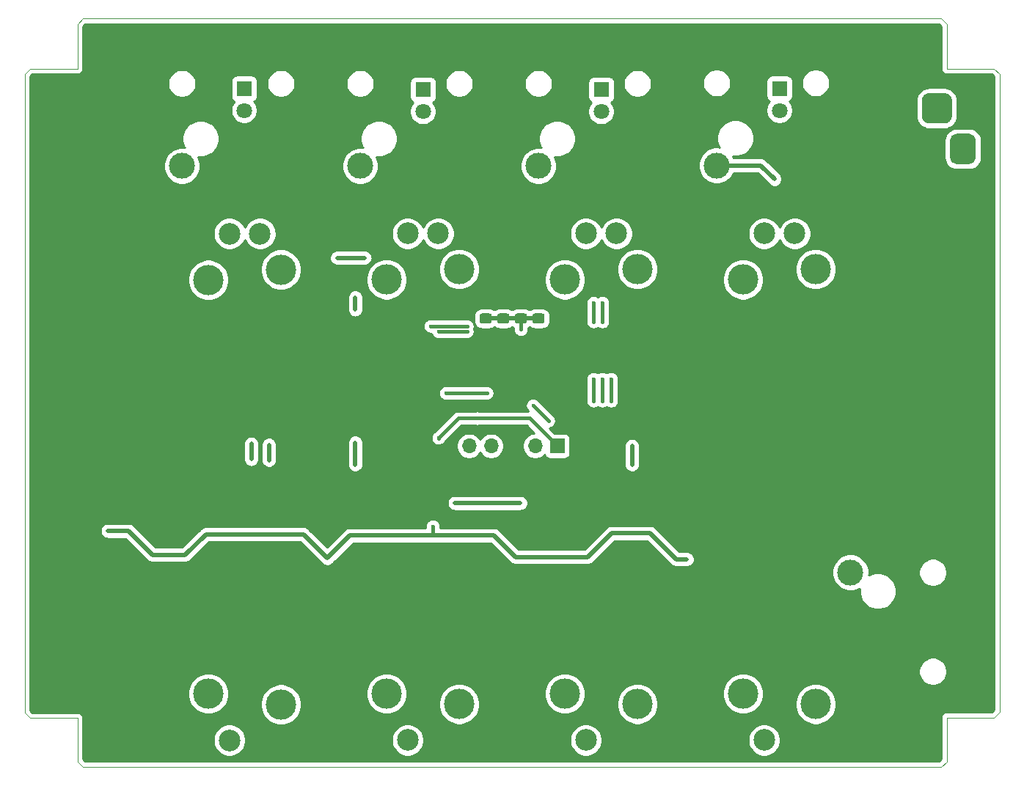
<source format=gbr>
%TF.GenerationSoftware,KiCad,Pcbnew,(5.1.6-0-10_14)*%
%TF.CreationDate,2020-09-25T10:57:10+01:00*%
%TF.ProjectId,DigitalSplitterPedal,44696769-7461-46c5-9370-6c6974746572,rev?*%
%TF.SameCoordinates,Original*%
%TF.FileFunction,Copper,L2,Bot*%
%TF.FilePolarity,Positive*%
%FSLAX46Y46*%
G04 Gerber Fmt 4.6, Leading zero omitted, Abs format (unit mm)*
G04 Created by KiCad (PCBNEW (5.1.6-0-10_14)) date 2020-09-25 10:57:10*
%MOMM*%
%LPD*%
G01*
G04 APERTURE LIST*
%TA.AperFunction,Profile*%
%ADD10C,0.050000*%
%TD*%
%TA.AperFunction,ComponentPad*%
%ADD11C,2.500000*%
%TD*%
%TA.AperFunction,ComponentPad*%
%ADD12C,3.500000*%
%TD*%
%TA.AperFunction,ComponentPad*%
%ADD13O,1.700000X1.700000*%
%TD*%
%TA.AperFunction,ComponentPad*%
%ADD14R,1.700000X1.700000*%
%TD*%
%TA.AperFunction,ComponentPad*%
%ADD15C,1.800000*%
%TD*%
%TA.AperFunction,ComponentPad*%
%ADD16R,1.800000X1.800000*%
%TD*%
%TA.AperFunction,ComponentPad*%
%ADD17C,3.000000*%
%TD*%
%TA.AperFunction,ComponentPad*%
%ADD18R,3.500000X3.500000*%
%TD*%
%TA.AperFunction,ViaPad*%
%ADD19C,0.450000*%
%TD*%
%TA.AperFunction,Conductor*%
%ADD20C,0.400000*%
%TD*%
%TA.AperFunction,Conductor*%
%ADD21C,0.500000*%
%TD*%
%TA.AperFunction,Conductor*%
%ADD22C,0.254000*%
%TD*%
G04 APERTURE END LIST*
D10*
X186309000Y-130429000D02*
X185674000Y-131064000D01*
X186309000Y-125349000D02*
X186309000Y-130429000D01*
X191770000Y-125349000D02*
X186309000Y-125349000D01*
X192405000Y-124714000D02*
X191770000Y-125349000D01*
X192405000Y-51054000D02*
X192405000Y-124714000D01*
X191770000Y-50419000D02*
X192405000Y-51054000D01*
X186309000Y-50419000D02*
X191770000Y-50419000D01*
X186309000Y-45275500D02*
X186309000Y-50419000D01*
X185674000Y-44640500D02*
X186309000Y-45275500D01*
X86614000Y-44640500D02*
X185674000Y-44640500D01*
X85979000Y-45275500D02*
X86614000Y-44640500D01*
X85979000Y-50419000D02*
X85979000Y-45275500D01*
X80518000Y-50419000D02*
X85979000Y-50419000D01*
X79883000Y-51054000D02*
X80518000Y-50419000D01*
X79883000Y-124777500D02*
X79883000Y-51054000D01*
X80518000Y-125412500D02*
X79883000Y-124777500D01*
X85979000Y-125412500D02*
X80518000Y-125412500D01*
X85979000Y-130429000D02*
X85979000Y-125412500D01*
X86614000Y-131064000D02*
X85979000Y-130429000D01*
X185674000Y-131064000D02*
X86614000Y-131064000D01*
D11*
%TO.P,RV2,1*%
%TO.N,Net-(R12-Pad2)*%
X124104400Y-69443600D03*
%TO.P,RV2,2*%
X127609600Y-69443600D03*
%TO.P,RV2,3*%
%TO.N,Net-(C25-Pad2)*%
X124104400Y-127939800D03*
D12*
%TO.P,RV2,*%
%TO.N,*%
X121666000Y-74777600D03*
X130022600Y-73583800D03*
X121666000Y-122580400D03*
X130048000Y-123799600D03*
%TD*%
%TO.P,C30,2*%
%TO.N,GNDS*%
%TA.AperFunction,SMDPad,CuDef*%
G36*
G01*
X139642001Y-77782000D02*
X138741999Y-77782000D01*
G75*
G02*
X138492000Y-77532001I0J249999D01*
G01*
X138492000Y-76881999D01*
G75*
G02*
X138741999Y-76632000I249999J0D01*
G01*
X139642001Y-76632000D01*
G75*
G02*
X139892000Y-76881999I0J-249999D01*
G01*
X139892000Y-77532001D01*
G75*
G02*
X139642001Y-77782000I-249999J0D01*
G01*
G37*
%TD.AperFunction*%
%TO.P,C30,1*%
%TO.N,+3V3*%
%TA.AperFunction,SMDPad,CuDef*%
G36*
G01*
X139642001Y-79832000D02*
X138741999Y-79832000D01*
G75*
G02*
X138492000Y-79582001I0J249999D01*
G01*
X138492000Y-78931999D01*
G75*
G02*
X138741999Y-78682000I249999J0D01*
G01*
X139642001Y-78682000D01*
G75*
G02*
X139892000Y-78931999I0J-249999D01*
G01*
X139892000Y-79582001D01*
G75*
G02*
X139642001Y-79832000I-249999J0D01*
G01*
G37*
%TD.AperFunction*%
%TD*%
D13*
%TO.P,J7,5*%
%TO.N,/PeakDetectorMCU/NRST*%
X131191000Y-93980000D03*
%TO.P,J7,4*%
%TO.N,/PeakDetectorMCU/SYS_SWDIO*%
X133731000Y-93980000D03*
%TO.P,J7,3*%
%TO.N,GNDS*%
X136271000Y-93980000D03*
%TO.P,J7,2*%
%TO.N,/PeakDetectorMCU/SYS_SWCLK*%
X138811000Y-93980000D03*
D14*
%TO.P,J7,1*%
%TO.N,+3V3*%
X141351000Y-93980000D03*
%TD*%
D15*
%TO.P,D14,2*%
%TO.N,/PeakDetectorMCU/PEAK_OUT_PWM1*%
X167005000Y-55245000D03*
D16*
%TO.P,D14,1*%
%TO.N,Net-(D14-Pad1)*%
X167005000Y-52705000D03*
%TD*%
D15*
%TO.P,D10,2*%
%TO.N,/PeakDetectorMCU/PEAK_OUT_PWM2*%
X146431000Y-55372000D03*
D16*
%TO.P,D10,1*%
%TO.N,Net-(D10-Pad1)*%
X146431000Y-52832000D03*
%TD*%
D15*
%TO.P,D2,2*%
%TO.N,/PeakDetectorMCU/PEAK_OUT_PWM3*%
X125857000Y-55372000D03*
D16*
%TO.P,D2,1*%
%TO.N,Net-(D2-Pad1)*%
X125857000Y-52832000D03*
%TD*%
D15*
%TO.P,D1,2*%
%TO.N,/PeakDetectorMCU/PEAK_OUT_PWM4*%
X105219500Y-55245000D03*
D16*
%TO.P,D1,1*%
%TO.N,Net-(D1-Pad1)*%
X105219500Y-52705000D03*
%TD*%
%TO.P,C31,2*%
%TO.N,GNDS*%
%TA.AperFunction,SMDPad,CuDef*%
G36*
G01*
X137610001Y-77782000D02*
X136709999Y-77782000D01*
G75*
G02*
X136460000Y-77532001I0J249999D01*
G01*
X136460000Y-76881999D01*
G75*
G02*
X136709999Y-76632000I249999J0D01*
G01*
X137610001Y-76632000D01*
G75*
G02*
X137860000Y-76881999I0J-249999D01*
G01*
X137860000Y-77532001D01*
G75*
G02*
X137610001Y-77782000I-249999J0D01*
G01*
G37*
%TD.AperFunction*%
%TO.P,C31,1*%
%TO.N,+3V3*%
%TA.AperFunction,SMDPad,CuDef*%
G36*
G01*
X137610001Y-79832000D02*
X136709999Y-79832000D01*
G75*
G02*
X136460000Y-79582001I0J249999D01*
G01*
X136460000Y-78931999D01*
G75*
G02*
X136709999Y-78682000I249999J0D01*
G01*
X137610001Y-78682000D01*
G75*
G02*
X137860000Y-78931999I0J-249999D01*
G01*
X137860000Y-79582001D01*
G75*
G02*
X137610001Y-79832000I-249999J0D01*
G01*
G37*
%TD.AperFunction*%
%TD*%
%TO.P,C29,2*%
%TO.N,GNDS*%
%TA.AperFunction,SMDPad,CuDef*%
G36*
G01*
X135578001Y-77782000D02*
X134677999Y-77782000D01*
G75*
G02*
X134428000Y-77532001I0J249999D01*
G01*
X134428000Y-76881999D01*
G75*
G02*
X134677999Y-76632000I249999J0D01*
G01*
X135578001Y-76632000D01*
G75*
G02*
X135828000Y-76881999I0J-249999D01*
G01*
X135828000Y-77532001D01*
G75*
G02*
X135578001Y-77782000I-249999J0D01*
G01*
G37*
%TD.AperFunction*%
%TO.P,C29,1*%
%TO.N,+3V3*%
%TA.AperFunction,SMDPad,CuDef*%
G36*
G01*
X135578001Y-79832000D02*
X134677999Y-79832000D01*
G75*
G02*
X134428000Y-79582001I0J249999D01*
G01*
X134428000Y-78931999D01*
G75*
G02*
X134677999Y-78682000I249999J0D01*
G01*
X135578001Y-78682000D01*
G75*
G02*
X135828000Y-78931999I0J-249999D01*
G01*
X135828000Y-79582001D01*
G75*
G02*
X135578001Y-79832000I-249999J0D01*
G01*
G37*
%TD.AperFunction*%
%TD*%
%TO.P,C22,2*%
%TO.N,GNDS*%
%TA.AperFunction,SMDPad,CuDef*%
G36*
G01*
X133546001Y-77782000D02*
X132645999Y-77782000D01*
G75*
G02*
X132396000Y-77532001I0J249999D01*
G01*
X132396000Y-76881999D01*
G75*
G02*
X132645999Y-76632000I249999J0D01*
G01*
X133546001Y-76632000D01*
G75*
G02*
X133796000Y-76881999I0J-249999D01*
G01*
X133796000Y-77532001D01*
G75*
G02*
X133546001Y-77782000I-249999J0D01*
G01*
G37*
%TD.AperFunction*%
%TO.P,C22,1*%
%TO.N,+3V3*%
%TA.AperFunction,SMDPad,CuDef*%
G36*
G01*
X133546001Y-79832000D02*
X132645999Y-79832000D01*
G75*
G02*
X132396000Y-79582001I0J249999D01*
G01*
X132396000Y-78931999D01*
G75*
G02*
X132645999Y-78682000I249999J0D01*
G01*
X133546001Y-78682000D01*
G75*
G02*
X133796000Y-78931999I0J-249999D01*
G01*
X133796000Y-79582001D01*
G75*
G02*
X133546001Y-79832000I-249999J0D01*
G01*
G37*
%TD.AperFunction*%
%TD*%
D11*
%TO.P,RV3,1*%
%TO.N,Net-(R18-Pad2)*%
X144678400Y-69443600D03*
%TO.P,RV3,2*%
X148183600Y-69443600D03*
%TO.P,RV3,3*%
%TO.N,Net-(C36-Pad2)*%
X144678400Y-127939800D03*
D12*
%TO.P,RV3,*%
%TO.N,*%
X142240000Y-74777600D03*
X150596600Y-73583800D03*
X142240000Y-122580400D03*
X150622000Y-123799600D03*
%TD*%
D11*
%TO.P,RV1,1*%
%TO.N,Net-(R6-Pad2)*%
X103530400Y-69469000D03*
%TO.P,RV1,2*%
X107035600Y-69469000D03*
%TO.P,RV1,3*%
%TO.N,Net-(C14-Pad2)*%
X103530400Y-127965200D03*
D12*
%TO.P,RV1,*%
%TO.N,*%
X101092000Y-74803000D03*
X109448600Y-73609200D03*
X101092000Y-122605800D03*
X109474000Y-123825000D03*
%TD*%
D11*
%TO.P,RV4,1*%
%TO.N,Net-(R24-Pad2)*%
X165252400Y-69443600D03*
%TO.P,RV4,2*%
X168757600Y-69443600D03*
%TO.P,RV4,3*%
%TO.N,Net-(C47-Pad2)*%
X165252400Y-127939800D03*
D12*
%TO.P,RV4,*%
%TO.N,*%
X162814000Y-74777600D03*
X171170600Y-73583800D03*
X162814000Y-122580400D03*
X171196000Y-123799600D03*
%TD*%
D17*
%TO.P,J6,1*%
%TO.N,/PEAK_IN_BUF4*%
X159766000Y-61595000D03*
%TO.P,J6,2*%
%TO.N,GNDS*%
X171196000Y-61595000D03*
%TO.P,J6,3*%
X171196000Y-48895000D03*
%TO.P,J6,4*%
X159766000Y-48895000D03*
%TD*%
%TO.P,J5,1*%
%TO.N,/PEAK_IN_BUF3*%
X139192000Y-61658500D03*
%TO.P,J5,2*%
%TO.N,GNDS*%
X150622000Y-61658500D03*
%TO.P,J5,3*%
X150622000Y-48958500D03*
%TO.P,J5,4*%
X139192000Y-48958500D03*
%TD*%
%TO.P,J4,1*%
%TO.N,/PEAK_IN_BUF2*%
X118618000Y-61658500D03*
%TO.P,J4,2*%
%TO.N,GNDS*%
X130048000Y-61658500D03*
%TO.P,J4,3*%
X130048000Y-48958500D03*
%TO.P,J4,4*%
X118618000Y-48958500D03*
%TD*%
%TO.P,J3,1*%
%TO.N,/PEAK_IN_BUF1*%
X98044000Y-61658500D03*
%TO.P,J3,2*%
%TO.N,GNDS*%
X109474000Y-61658500D03*
%TO.P,J3,3*%
X109474000Y-48958500D03*
%TO.P,J3,4*%
X98044000Y-48958500D03*
%TD*%
%TO.P,J1,1*%
%TO.N,/InputBufferAndGain1/SIGNAL_INPUT*%
X175196500Y-108585000D03*
%TO.P,J1,2*%
%TO.N,GNDS*%
X175196500Y-120015000D03*
%TO.P,J1,3*%
X187896500Y-120015000D03*
%TO.P,J1,4*%
X187896500Y-108585000D03*
%TD*%
%TO.P,J2,3*%
%TO.N,N/C*%
%TA.AperFunction,ComponentPad*%
G36*
G01*
X186931500Y-54115000D02*
X186931500Y-55865000D01*
G75*
G02*
X186056500Y-56740000I-875000J0D01*
G01*
X184306500Y-56740000D01*
G75*
G02*
X183431500Y-55865000I0J875000D01*
G01*
X183431500Y-54115000D01*
G75*
G02*
X184306500Y-53240000I875000J0D01*
G01*
X186056500Y-53240000D01*
G75*
G02*
X186931500Y-54115000I0J-875000D01*
G01*
G37*
%TD.AperFunction*%
%TO.P,J2,2*%
%TO.N,/PowerSupply/+9V_IN*%
%TA.AperFunction,ComponentPad*%
G36*
G01*
X189681500Y-58690000D02*
X189681500Y-60690000D01*
G75*
G02*
X188931500Y-61440000I-750000J0D01*
G01*
X187431500Y-61440000D01*
G75*
G02*
X186681500Y-60690000I0J750000D01*
G01*
X186681500Y-58690000D01*
G75*
G02*
X187431500Y-57940000I750000J0D01*
G01*
X188931500Y-57940000D01*
G75*
G02*
X189681500Y-58690000I0J-750000D01*
G01*
G37*
%TD.AperFunction*%
D18*
%TO.P,J2,1*%
%TO.N,GNDS*%
X182181500Y-59690000D03*
%TD*%
D19*
%TO.N,GNDS*%
X187325000Y-85725000D03*
X187325000Y-88265000D03*
X145923000Y-110428000D03*
X166497000Y-110555000D03*
X125222000Y-110428000D03*
X183515000Y-83820000D03*
X185420000Y-83820000D03*
X187325000Y-83820000D03*
X183515000Y-85725000D03*
X185420000Y-85725000D03*
X185420000Y-88265000D03*
X183515000Y-88265000D03*
X183515000Y-90170000D03*
X185420000Y-90170000D03*
X187325000Y-90170000D03*
X189230000Y-88265000D03*
X189230000Y-85725000D03*
X189230000Y-83820000D03*
X189230000Y-90170000D03*
X189230000Y-92075000D03*
X187325000Y-92075000D03*
X185420000Y-92075000D03*
X183515000Y-92075000D03*
X189230000Y-81915000D03*
X187325000Y-81915000D03*
X185420000Y-81915000D03*
X183515000Y-81915000D03*
X100584000Y-100457000D03*
X96139000Y-102997000D03*
X116459000Y-103378000D03*
X120904000Y-100838000D03*
X137795000Y-103505000D03*
X157734000Y-103632000D03*
X104902000Y-109982000D03*
X153192000Y-107412000D03*
X91694000Y-107442000D03*
X112014000Y-107442000D03*
X132969000Y-107569000D03*
X141573000Y-84614000D03*
X130435000Y-89414000D03*
X130683000Y-97790000D03*
X109728000Y-97028000D03*
X89408000Y-96774000D03*
X151003000Y-96901000D03*
X142113000Y-100965000D03*
X162560004Y-100965000D03*
X175895000Y-99060000D03*
%TO.N,Net-(R18-Pad2)*%
X137096500Y-100584000D03*
X146558000Y-88773000D03*
X146558000Y-86233000D03*
X146558000Y-79629000D03*
X146558000Y-77470000D03*
X129540000Y-100584000D03*
%TO.N,Net-(R12-Pad2)*%
X108076994Y-93853000D03*
X108077000Y-95631002D03*
X119126000Y-72263000D03*
X115951000Y-72263004D03*
%TO.N,Net-(R24-Pad2)*%
X149987000Y-96139000D03*
X149987000Y-93980000D03*
%TO.N,+3V3*%
X151046000Y-104056000D03*
X130726000Y-104310000D03*
X109685000Y-104183000D03*
X89492000Y-103802000D03*
X94624000Y-106562000D03*
X114817000Y-106943000D03*
X136534000Y-106816000D03*
X156328000Y-107070000D03*
X132096000Y-90789000D03*
X137160000Y-80518000D03*
X127698500Y-93027500D03*
X127000000Y-103251000D03*
%TO.N,/PeakDetectorMCU/PEAK_IN_ADC1*%
X130937000Y-80137000D03*
X126745988Y-80137000D03*
%TO.N,/PeakDetectorMCU/PEAK_IN_ADC2*%
X130937000Y-80772000D03*
X127644331Y-80781331D03*
%TO.N,/PeakDetectorMCU/PEAK_IN_ADC3*%
X133222998Y-87884000D03*
X128524000Y-87884000D03*
%TO.N,/PEAK_IN_BUF1*%
X106045000Y-95503996D03*
X106045000Y-93726000D03*
%TO.N,/PeakDetectorMCU/PEAK_IN_ADC4*%
X147574000Y-88773000D03*
X147574000Y-86233000D03*
%TO.N,/PEAK_IN_BUF2*%
X118046500Y-76835000D03*
X118046500Y-78232000D03*
X118046504Y-93599000D03*
X118046500Y-96139000D03*
%TO.N,/PEAK_IN_BUF3*%
X145542000Y-86233000D03*
X145542000Y-88773000D03*
X145542000Y-79628998D03*
X145542000Y-77470000D03*
%TO.N,/PEAK_IN_BUF4*%
X166433500Y-63182500D03*
%TO.N,/PeakDetectorMCU/NRST*%
X138557000Y-89281000D03*
X140335000Y-91059006D03*
%TD*%
D20*
%TO.N,Net-(R18-Pad2)*%
X146558000Y-88773000D02*
X146558000Y-86233000D01*
X146558000Y-79629000D02*
X146558000Y-77470000D01*
D21*
X137096500Y-100584000D02*
X129540000Y-100584000D01*
D20*
%TO.N,Net-(R12-Pad2)*%
X127508000Y-69469000D02*
X127457200Y-69519800D01*
D21*
X108076994Y-93853000D02*
X108076994Y-95630996D01*
X108076994Y-95630996D02*
X108077000Y-95631002D01*
X115951004Y-72263000D02*
X115951000Y-72263004D01*
X119126000Y-72263000D02*
X115951004Y-72263000D01*
%TO.N,Net-(R24-Pad2)*%
X149987000Y-96139000D02*
X149987000Y-93980000D01*
%TO.N,+3V3*%
X137166000Y-79263000D02*
X137160000Y-79257000D01*
X135128000Y-79257000D02*
X137160000Y-79257000D01*
X133096000Y-79257000D02*
X135128000Y-79257000D01*
X139192000Y-79257000D02*
X137160000Y-79257000D01*
X152062000Y-104056000D02*
X151046000Y-104056000D01*
X155076000Y-107070000D02*
X152062000Y-104056000D01*
X156328000Y-107070000D02*
X155076000Y-107070000D01*
X151046000Y-104056000D02*
X147658000Y-104056000D01*
X144898000Y-106816000D02*
X136534000Y-106816000D01*
X147658000Y-104056000D02*
X144898000Y-106816000D01*
X134028000Y-104310000D02*
X136534000Y-106816000D01*
X130726000Y-104310000D02*
X134028000Y-104310000D01*
X117450000Y-104310000D02*
X114817000Y-106943000D01*
X112057000Y-104183000D02*
X114817000Y-106943000D01*
X109685000Y-104183000D02*
X112057000Y-104183000D01*
X98416000Y-106562000D02*
X94624000Y-106562000D01*
X100795000Y-104183000D02*
X98416000Y-106562000D01*
X109685000Y-104183000D02*
X100795000Y-104183000D01*
X91864000Y-103802000D02*
X94624000Y-106562000D01*
X89492000Y-103802000D02*
X91864000Y-103802000D01*
X125814000Y-104310000D02*
X117450000Y-104310000D01*
D20*
X138160000Y-90789000D02*
X141351000Y-93980000D01*
X132096000Y-90789000D02*
X138160000Y-90789000D01*
X137160000Y-80518000D02*
X137160000Y-79257000D01*
X132096000Y-90789000D02*
X129937000Y-90789000D01*
D21*
X126408000Y-104310000D02*
X125814000Y-104310000D01*
X130726000Y-104310000D02*
X126408000Y-104310000D01*
D20*
X127698500Y-93027500D02*
X127635000Y-93091000D01*
X129937000Y-90789000D02*
X127698500Y-93027500D01*
X127000000Y-104140000D02*
X127000000Y-103251000D01*
X126830000Y-104310000D02*
X127000000Y-104140000D01*
X126365000Y-104310000D02*
X126830000Y-104310000D01*
%TO.N,/PeakDetectorMCU/PEAK_IN_ADC1*%
X130937000Y-80137000D02*
X126745988Y-80137000D01*
%TO.N,/PeakDetectorMCU/PEAK_IN_ADC2*%
X127644331Y-80781331D02*
X130927669Y-80781331D01*
X130927669Y-80781331D02*
X130937000Y-80772000D01*
%TO.N,/PeakDetectorMCU/PEAK_IN_ADC3*%
X133222998Y-87884000D02*
X128524000Y-87884000D01*
D21*
%TO.N,/PEAK_IN_BUF1*%
X106045000Y-95503996D02*
X106045000Y-93726000D01*
D20*
%TO.N,/PeakDetectorMCU/PEAK_IN_ADC4*%
X147574000Y-88773000D02*
X147574000Y-86233000D01*
D21*
%TO.N,/PEAK_IN_BUF2*%
X118046500Y-76835000D02*
X118046500Y-78232000D01*
X118046504Y-96138996D02*
X118046500Y-96139000D01*
X118046504Y-93599000D02*
X118046504Y-96138996D01*
%TO.N,/PEAK_IN_BUF3*%
X139192000Y-61607700D02*
X139141200Y-61658500D01*
D20*
X145542000Y-86233000D02*
X145542000Y-88773000D01*
X145542000Y-79628998D02*
X145542000Y-77470000D01*
D21*
%TO.N,/PEAK_IN_BUF4*%
X164846000Y-61595000D02*
X159766000Y-61595000D01*
X166433500Y-63182500D02*
X164846000Y-61595000D01*
D20*
%TO.N,/PeakDetectorMCU/NRST*%
X140335000Y-91059000D02*
X140335000Y-91059006D01*
X138557000Y-89281000D02*
X140335000Y-91059000D01*
%TD*%
D22*
%TO.N,GNDS*%
G36*
X185649000Y-45548881D02*
G01*
X185649001Y-50386571D01*
X185645807Y-50419000D01*
X185658550Y-50548383D01*
X185696290Y-50672793D01*
X185757575Y-50787450D01*
X185840052Y-50887948D01*
X185940550Y-50970425D01*
X186055207Y-51031710D01*
X186179617Y-51069450D01*
X186276581Y-51079000D01*
X186309000Y-51082193D01*
X186341419Y-51079000D01*
X191496620Y-51079000D01*
X191745000Y-51327381D01*
X191745001Y-124440618D01*
X191496620Y-124689000D01*
X186341419Y-124689000D01*
X186309000Y-124685807D01*
X186179617Y-124698550D01*
X186055207Y-124736290D01*
X185940550Y-124797575D01*
X185840052Y-124880052D01*
X185757575Y-124980550D01*
X185696290Y-125095207D01*
X185658550Y-125219617D01*
X185645807Y-125349000D01*
X185649000Y-125381419D01*
X185649001Y-130155618D01*
X185400620Y-130404000D01*
X86887381Y-130404000D01*
X86639000Y-130155620D01*
X86639000Y-127779544D01*
X101645400Y-127779544D01*
X101645400Y-128150856D01*
X101717839Y-128515034D01*
X101859934Y-128858082D01*
X102066225Y-129166818D01*
X102328782Y-129429375D01*
X102637518Y-129635666D01*
X102980566Y-129777761D01*
X103344744Y-129850200D01*
X103716056Y-129850200D01*
X104080234Y-129777761D01*
X104423282Y-129635666D01*
X104732018Y-129429375D01*
X104994575Y-129166818D01*
X105200866Y-128858082D01*
X105342961Y-128515034D01*
X105415400Y-128150856D01*
X105415400Y-127779544D01*
X105410348Y-127754144D01*
X122219400Y-127754144D01*
X122219400Y-128125456D01*
X122291839Y-128489634D01*
X122433934Y-128832682D01*
X122640225Y-129141418D01*
X122902782Y-129403975D01*
X123211518Y-129610266D01*
X123554566Y-129752361D01*
X123918744Y-129824800D01*
X124290056Y-129824800D01*
X124654234Y-129752361D01*
X124997282Y-129610266D01*
X125306018Y-129403975D01*
X125568575Y-129141418D01*
X125774866Y-128832682D01*
X125916961Y-128489634D01*
X125989400Y-128125456D01*
X125989400Y-127754144D01*
X142793400Y-127754144D01*
X142793400Y-128125456D01*
X142865839Y-128489634D01*
X143007934Y-128832682D01*
X143214225Y-129141418D01*
X143476782Y-129403975D01*
X143785518Y-129610266D01*
X144128566Y-129752361D01*
X144492744Y-129824800D01*
X144864056Y-129824800D01*
X145228234Y-129752361D01*
X145571282Y-129610266D01*
X145880018Y-129403975D01*
X146142575Y-129141418D01*
X146348866Y-128832682D01*
X146490961Y-128489634D01*
X146563400Y-128125456D01*
X146563400Y-127754144D01*
X163367400Y-127754144D01*
X163367400Y-128125456D01*
X163439839Y-128489634D01*
X163581934Y-128832682D01*
X163788225Y-129141418D01*
X164050782Y-129403975D01*
X164359518Y-129610266D01*
X164702566Y-129752361D01*
X165066744Y-129824800D01*
X165438056Y-129824800D01*
X165802234Y-129752361D01*
X166145282Y-129610266D01*
X166454018Y-129403975D01*
X166716575Y-129141418D01*
X166922866Y-128832682D01*
X167064961Y-128489634D01*
X167137400Y-128125456D01*
X167137400Y-127754144D01*
X167064961Y-127389966D01*
X166922866Y-127046918D01*
X166716575Y-126738182D01*
X166454018Y-126475625D01*
X166145282Y-126269334D01*
X165802234Y-126127239D01*
X165438056Y-126054800D01*
X165066744Y-126054800D01*
X164702566Y-126127239D01*
X164359518Y-126269334D01*
X164050782Y-126475625D01*
X163788225Y-126738182D01*
X163581934Y-127046918D01*
X163439839Y-127389966D01*
X163367400Y-127754144D01*
X146563400Y-127754144D01*
X146490961Y-127389966D01*
X146348866Y-127046918D01*
X146142575Y-126738182D01*
X145880018Y-126475625D01*
X145571282Y-126269334D01*
X145228234Y-126127239D01*
X144864056Y-126054800D01*
X144492744Y-126054800D01*
X144128566Y-126127239D01*
X143785518Y-126269334D01*
X143476782Y-126475625D01*
X143214225Y-126738182D01*
X143007934Y-127046918D01*
X142865839Y-127389966D01*
X142793400Y-127754144D01*
X125989400Y-127754144D01*
X125916961Y-127389966D01*
X125774866Y-127046918D01*
X125568575Y-126738182D01*
X125306018Y-126475625D01*
X124997282Y-126269334D01*
X124654234Y-126127239D01*
X124290056Y-126054800D01*
X123918744Y-126054800D01*
X123554566Y-126127239D01*
X123211518Y-126269334D01*
X122902782Y-126475625D01*
X122640225Y-126738182D01*
X122433934Y-127046918D01*
X122291839Y-127389966D01*
X122219400Y-127754144D01*
X105410348Y-127754144D01*
X105342961Y-127415366D01*
X105200866Y-127072318D01*
X104994575Y-126763582D01*
X104732018Y-126501025D01*
X104423282Y-126294734D01*
X104080234Y-126152639D01*
X103716056Y-126080200D01*
X103344744Y-126080200D01*
X102980566Y-126152639D01*
X102637518Y-126294734D01*
X102328782Y-126501025D01*
X102066225Y-126763582D01*
X101859934Y-127072318D01*
X101717839Y-127415366D01*
X101645400Y-127779544D01*
X86639000Y-127779544D01*
X86639000Y-125444919D01*
X86642193Y-125412500D01*
X86629450Y-125283117D01*
X86591710Y-125158707D01*
X86530425Y-125044050D01*
X86447948Y-124943552D01*
X86347450Y-124861075D01*
X86232793Y-124799790D01*
X86108383Y-124762050D01*
X86011419Y-124752500D01*
X85979000Y-124749307D01*
X85946581Y-124752500D01*
X80791381Y-124752500D01*
X80543000Y-124504120D01*
X80543000Y-122370898D01*
X98707000Y-122370898D01*
X98707000Y-122840702D01*
X98798654Y-123301479D01*
X98978440Y-123735521D01*
X99239450Y-124126149D01*
X99571651Y-124458350D01*
X99962279Y-124719360D01*
X100396321Y-124899146D01*
X100857098Y-124990800D01*
X101326902Y-124990800D01*
X101787679Y-124899146D01*
X102221721Y-124719360D01*
X102612349Y-124458350D01*
X102944550Y-124126149D01*
X103205560Y-123735521D01*
X103265796Y-123590098D01*
X107089000Y-123590098D01*
X107089000Y-124059902D01*
X107180654Y-124520679D01*
X107360440Y-124954721D01*
X107621450Y-125345349D01*
X107953651Y-125677550D01*
X108344279Y-125938560D01*
X108778321Y-126118346D01*
X109239098Y-126210000D01*
X109708902Y-126210000D01*
X110169679Y-126118346D01*
X110603721Y-125938560D01*
X110994349Y-125677550D01*
X111326550Y-125345349D01*
X111587560Y-124954721D01*
X111767346Y-124520679D01*
X111859000Y-124059902D01*
X111859000Y-123590098D01*
X111767346Y-123129321D01*
X111587560Y-122695279D01*
X111353844Y-122345498D01*
X119281000Y-122345498D01*
X119281000Y-122815302D01*
X119372654Y-123276079D01*
X119552440Y-123710121D01*
X119813450Y-124100749D01*
X120145651Y-124432950D01*
X120536279Y-124693960D01*
X120970321Y-124873746D01*
X121431098Y-124965400D01*
X121900902Y-124965400D01*
X122361679Y-124873746D01*
X122795721Y-124693960D01*
X123186349Y-124432950D01*
X123518550Y-124100749D01*
X123779560Y-123710121D01*
X123839796Y-123564698D01*
X127663000Y-123564698D01*
X127663000Y-124034502D01*
X127754654Y-124495279D01*
X127934440Y-124929321D01*
X128195450Y-125319949D01*
X128527651Y-125652150D01*
X128918279Y-125913160D01*
X129352321Y-126092946D01*
X129813098Y-126184600D01*
X130282902Y-126184600D01*
X130743679Y-126092946D01*
X131177721Y-125913160D01*
X131568349Y-125652150D01*
X131900550Y-125319949D01*
X132161560Y-124929321D01*
X132341346Y-124495279D01*
X132433000Y-124034502D01*
X132433000Y-123564698D01*
X132341346Y-123103921D01*
X132161560Y-122669879D01*
X131944815Y-122345498D01*
X139855000Y-122345498D01*
X139855000Y-122815302D01*
X139946654Y-123276079D01*
X140126440Y-123710121D01*
X140387450Y-124100749D01*
X140719651Y-124432950D01*
X141110279Y-124693960D01*
X141544321Y-124873746D01*
X142005098Y-124965400D01*
X142474902Y-124965400D01*
X142935679Y-124873746D01*
X143369721Y-124693960D01*
X143760349Y-124432950D01*
X144092550Y-124100749D01*
X144353560Y-123710121D01*
X144413796Y-123564698D01*
X148237000Y-123564698D01*
X148237000Y-124034502D01*
X148328654Y-124495279D01*
X148508440Y-124929321D01*
X148769450Y-125319949D01*
X149101651Y-125652150D01*
X149492279Y-125913160D01*
X149926321Y-126092946D01*
X150387098Y-126184600D01*
X150856902Y-126184600D01*
X151317679Y-126092946D01*
X151751721Y-125913160D01*
X152142349Y-125652150D01*
X152474550Y-125319949D01*
X152735560Y-124929321D01*
X152915346Y-124495279D01*
X153007000Y-124034502D01*
X153007000Y-123564698D01*
X152915346Y-123103921D01*
X152735560Y-122669879D01*
X152518815Y-122345498D01*
X160429000Y-122345498D01*
X160429000Y-122815302D01*
X160520654Y-123276079D01*
X160700440Y-123710121D01*
X160961450Y-124100749D01*
X161293651Y-124432950D01*
X161684279Y-124693960D01*
X162118321Y-124873746D01*
X162579098Y-124965400D01*
X163048902Y-124965400D01*
X163509679Y-124873746D01*
X163943721Y-124693960D01*
X164334349Y-124432950D01*
X164666550Y-124100749D01*
X164927560Y-123710121D01*
X164987796Y-123564698D01*
X168811000Y-123564698D01*
X168811000Y-124034502D01*
X168902654Y-124495279D01*
X169082440Y-124929321D01*
X169343450Y-125319949D01*
X169675651Y-125652150D01*
X170066279Y-125913160D01*
X170500321Y-126092946D01*
X170961098Y-126184600D01*
X171430902Y-126184600D01*
X171891679Y-126092946D01*
X172325721Y-125913160D01*
X172716349Y-125652150D01*
X173048550Y-125319949D01*
X173309560Y-124929321D01*
X173489346Y-124495279D01*
X173581000Y-124034502D01*
X173581000Y-123564698D01*
X173489346Y-123103921D01*
X173309560Y-122669879D01*
X173048550Y-122279251D01*
X172716349Y-121947050D01*
X172325721Y-121686040D01*
X171891679Y-121506254D01*
X171430902Y-121414600D01*
X170961098Y-121414600D01*
X170500321Y-121506254D01*
X170066279Y-121686040D01*
X169675651Y-121947050D01*
X169343450Y-122279251D01*
X169082440Y-122669879D01*
X168902654Y-123103921D01*
X168811000Y-123564698D01*
X164987796Y-123564698D01*
X165107346Y-123276079D01*
X165199000Y-122815302D01*
X165199000Y-122345498D01*
X165107346Y-121884721D01*
X164927560Y-121450679D01*
X164666550Y-121060051D01*
X164334349Y-120727850D01*
X163943721Y-120466840D01*
X163509679Y-120287054D01*
X163048902Y-120195400D01*
X162579098Y-120195400D01*
X162118321Y-120287054D01*
X161684279Y-120466840D01*
X161293651Y-120727850D01*
X160961450Y-121060051D01*
X160700440Y-121450679D01*
X160520654Y-121884721D01*
X160429000Y-122345498D01*
X152518815Y-122345498D01*
X152474550Y-122279251D01*
X152142349Y-121947050D01*
X151751721Y-121686040D01*
X151317679Y-121506254D01*
X150856902Y-121414600D01*
X150387098Y-121414600D01*
X149926321Y-121506254D01*
X149492279Y-121686040D01*
X149101651Y-121947050D01*
X148769450Y-122279251D01*
X148508440Y-122669879D01*
X148328654Y-123103921D01*
X148237000Y-123564698D01*
X144413796Y-123564698D01*
X144533346Y-123276079D01*
X144625000Y-122815302D01*
X144625000Y-122345498D01*
X144533346Y-121884721D01*
X144353560Y-121450679D01*
X144092550Y-121060051D01*
X143760349Y-120727850D01*
X143369721Y-120466840D01*
X142935679Y-120287054D01*
X142474902Y-120195400D01*
X142005098Y-120195400D01*
X141544321Y-120287054D01*
X141110279Y-120466840D01*
X140719651Y-120727850D01*
X140387450Y-121060051D01*
X140126440Y-121450679D01*
X139946654Y-121884721D01*
X139855000Y-122345498D01*
X131944815Y-122345498D01*
X131900550Y-122279251D01*
X131568349Y-121947050D01*
X131177721Y-121686040D01*
X130743679Y-121506254D01*
X130282902Y-121414600D01*
X129813098Y-121414600D01*
X129352321Y-121506254D01*
X128918279Y-121686040D01*
X128527651Y-121947050D01*
X128195450Y-122279251D01*
X127934440Y-122669879D01*
X127754654Y-123103921D01*
X127663000Y-123564698D01*
X123839796Y-123564698D01*
X123959346Y-123276079D01*
X124051000Y-122815302D01*
X124051000Y-122345498D01*
X123959346Y-121884721D01*
X123779560Y-121450679D01*
X123518550Y-121060051D01*
X123186349Y-120727850D01*
X122795721Y-120466840D01*
X122361679Y-120287054D01*
X121900902Y-120195400D01*
X121431098Y-120195400D01*
X120970321Y-120287054D01*
X120536279Y-120466840D01*
X120145651Y-120727850D01*
X119813450Y-121060051D01*
X119552440Y-121450679D01*
X119372654Y-121884721D01*
X119281000Y-122345498D01*
X111353844Y-122345498D01*
X111326550Y-122304651D01*
X110994349Y-121972450D01*
X110603721Y-121711440D01*
X110169679Y-121531654D01*
X109708902Y-121440000D01*
X109239098Y-121440000D01*
X108778321Y-121531654D01*
X108344279Y-121711440D01*
X107953651Y-121972450D01*
X107621450Y-122304651D01*
X107360440Y-122695279D01*
X107180654Y-123129321D01*
X107089000Y-123590098D01*
X103265796Y-123590098D01*
X103385346Y-123301479D01*
X103477000Y-122840702D01*
X103477000Y-122370898D01*
X103385346Y-121910121D01*
X103205560Y-121476079D01*
X102944550Y-121085451D01*
X102612349Y-120753250D01*
X102221721Y-120492240D01*
X101787679Y-120312454D01*
X101326902Y-120220800D01*
X100857098Y-120220800D01*
X100396321Y-120312454D01*
X99962279Y-120492240D01*
X99571651Y-120753250D01*
X99239450Y-121085451D01*
X98978440Y-121476079D01*
X98798654Y-121910121D01*
X98707000Y-122370898D01*
X80543000Y-122370898D01*
X80543000Y-119853967D01*
X183086500Y-119853967D01*
X183086500Y-120176033D01*
X183149332Y-120491912D01*
X183272582Y-120789463D01*
X183451513Y-121057252D01*
X183679248Y-121284987D01*
X183947037Y-121463918D01*
X184244588Y-121587168D01*
X184560467Y-121650000D01*
X184882533Y-121650000D01*
X185198412Y-121587168D01*
X185495963Y-121463918D01*
X185763752Y-121284987D01*
X185991487Y-121057252D01*
X186170418Y-120789463D01*
X186293668Y-120491912D01*
X186356500Y-120176033D01*
X186356500Y-119853967D01*
X186293668Y-119538088D01*
X186170418Y-119240537D01*
X185991487Y-118972748D01*
X185763752Y-118745013D01*
X185495963Y-118566082D01*
X185198412Y-118442832D01*
X184882533Y-118380000D01*
X184560467Y-118380000D01*
X184244588Y-118442832D01*
X183947037Y-118566082D01*
X183679248Y-118745013D01*
X183451513Y-118972748D01*
X183272582Y-119240537D01*
X183149332Y-119538088D01*
X183086500Y-119853967D01*
X80543000Y-119853967D01*
X80543000Y-108374721D01*
X173061500Y-108374721D01*
X173061500Y-108795279D01*
X173143547Y-109207756D01*
X173304488Y-109596302D01*
X173538137Y-109945983D01*
X173835517Y-110243363D01*
X174185198Y-110477012D01*
X174573744Y-110637953D01*
X174986221Y-110720000D01*
X175406779Y-110720000D01*
X175819256Y-110637953D01*
X176207802Y-110477012D01*
X176253908Y-110446205D01*
X176236500Y-110533721D01*
X176236500Y-110954279D01*
X176318547Y-111366756D01*
X176479488Y-111755302D01*
X176713137Y-112104983D01*
X177010517Y-112402363D01*
X177360198Y-112636012D01*
X177748744Y-112796953D01*
X178161221Y-112879000D01*
X178581779Y-112879000D01*
X178994256Y-112796953D01*
X179382802Y-112636012D01*
X179732483Y-112402363D01*
X180029863Y-112104983D01*
X180263512Y-111755302D01*
X180424453Y-111366756D01*
X180506500Y-110954279D01*
X180506500Y-110533721D01*
X180424453Y-110121244D01*
X180263512Y-109732698D01*
X180029863Y-109383017D01*
X179732483Y-109085637D01*
X179382802Y-108851988D01*
X178994256Y-108691047D01*
X178581779Y-108609000D01*
X178161221Y-108609000D01*
X177748744Y-108691047D01*
X177360198Y-108851988D01*
X177314092Y-108882795D01*
X177331500Y-108795279D01*
X177331500Y-108423967D01*
X183086500Y-108423967D01*
X183086500Y-108746033D01*
X183149332Y-109061912D01*
X183272582Y-109359463D01*
X183451513Y-109627252D01*
X183679248Y-109854987D01*
X183947037Y-110033918D01*
X184244588Y-110157168D01*
X184560467Y-110220000D01*
X184882533Y-110220000D01*
X185198412Y-110157168D01*
X185495963Y-110033918D01*
X185763752Y-109854987D01*
X185991487Y-109627252D01*
X186170418Y-109359463D01*
X186293668Y-109061912D01*
X186356500Y-108746033D01*
X186356500Y-108423967D01*
X186293668Y-108108088D01*
X186170418Y-107810537D01*
X185991487Y-107542748D01*
X185763752Y-107315013D01*
X185495963Y-107136082D01*
X185198412Y-107012832D01*
X184882533Y-106950000D01*
X184560467Y-106950000D01*
X184244588Y-107012832D01*
X183947037Y-107136082D01*
X183679248Y-107315013D01*
X183451513Y-107542748D01*
X183272582Y-107810537D01*
X183149332Y-108108088D01*
X183086500Y-108423967D01*
X177331500Y-108423967D01*
X177331500Y-108374721D01*
X177249453Y-107962244D01*
X177088512Y-107573698D01*
X176854863Y-107224017D01*
X176557483Y-106926637D01*
X176207802Y-106692988D01*
X175819256Y-106532047D01*
X175406779Y-106450000D01*
X174986221Y-106450000D01*
X174573744Y-106532047D01*
X174185198Y-106692988D01*
X173835517Y-106926637D01*
X173538137Y-107224017D01*
X173304488Y-107573698D01*
X173143547Y-107962244D01*
X173061500Y-108374721D01*
X80543000Y-108374721D01*
X80543000Y-103802000D01*
X88602718Y-103802000D01*
X88619805Y-103975490D01*
X88670411Y-104142313D01*
X88752589Y-104296059D01*
X88863183Y-104430817D01*
X88997941Y-104541411D01*
X89151687Y-104623589D01*
X89318510Y-104674195D01*
X89448523Y-104687000D01*
X91497422Y-104687000D01*
X93967470Y-107157049D01*
X93995183Y-107190817D01*
X94028951Y-107218530D01*
X94028953Y-107218532D01*
X94100452Y-107277210D01*
X94129941Y-107301411D01*
X94283687Y-107383589D01*
X94450510Y-107434195D01*
X94580523Y-107447000D01*
X94580533Y-107447000D01*
X94623999Y-107451281D01*
X94667465Y-107447000D01*
X98372531Y-107447000D01*
X98416000Y-107451281D01*
X98459469Y-107447000D01*
X98459477Y-107447000D01*
X98589490Y-107434195D01*
X98756313Y-107383589D01*
X98910059Y-107301411D01*
X99044817Y-107190817D01*
X99072534Y-107157044D01*
X101161579Y-105068000D01*
X111690422Y-105068000D01*
X114160472Y-107538051D01*
X114188183Y-107571817D01*
X114221949Y-107599528D01*
X114221953Y-107599532D01*
X114322940Y-107682410D01*
X114476686Y-107764588D01*
X114527293Y-107779940D01*
X114643510Y-107815195D01*
X114799913Y-107830598D01*
X114816999Y-107832281D01*
X114817000Y-107832281D01*
X114990490Y-107815195D01*
X115157313Y-107764588D01*
X115311059Y-107682410D01*
X115412046Y-107599532D01*
X115445817Y-107571817D01*
X115473532Y-107538047D01*
X117816579Y-105195000D01*
X133661422Y-105195000D01*
X135877470Y-107411049D01*
X135905183Y-107444817D01*
X135938951Y-107472530D01*
X135938953Y-107472532D01*
X135944840Y-107477363D01*
X136039941Y-107555411D01*
X136193687Y-107637589D01*
X136360510Y-107688195D01*
X136490523Y-107701000D01*
X136490533Y-107701000D01*
X136533999Y-107705281D01*
X136577465Y-107701000D01*
X144854531Y-107701000D01*
X144898000Y-107705281D01*
X144941469Y-107701000D01*
X144941477Y-107701000D01*
X145071490Y-107688195D01*
X145238313Y-107637589D01*
X145392059Y-107555411D01*
X145526817Y-107444817D01*
X145554534Y-107411044D01*
X148024579Y-104941000D01*
X151695422Y-104941000D01*
X154419470Y-107665049D01*
X154447183Y-107698817D01*
X154480951Y-107726530D01*
X154480953Y-107726532D01*
X154581941Y-107809411D01*
X154735686Y-107891589D01*
X154862309Y-107930000D01*
X154902510Y-107942195D01*
X155032523Y-107955000D01*
X155032531Y-107955000D01*
X155076000Y-107959281D01*
X155119469Y-107955000D01*
X156371477Y-107955000D01*
X156501490Y-107942195D01*
X156668313Y-107891589D01*
X156822059Y-107809411D01*
X156956817Y-107698817D01*
X157067411Y-107564059D01*
X157149589Y-107410313D01*
X157200195Y-107243490D01*
X157217282Y-107070000D01*
X157200195Y-106896510D01*
X157149589Y-106729687D01*
X157067411Y-106575941D01*
X156956817Y-106441183D01*
X156822059Y-106330589D01*
X156668313Y-106248411D01*
X156501490Y-106197805D01*
X156371477Y-106185000D01*
X155442579Y-106185000D01*
X152718534Y-103460956D01*
X152690817Y-103427183D01*
X152556059Y-103316589D01*
X152402313Y-103234411D01*
X152235490Y-103183805D01*
X152105477Y-103171000D01*
X152105469Y-103171000D01*
X152062000Y-103166719D01*
X152018531Y-103171000D01*
X147701465Y-103171000D01*
X147657999Y-103166719D01*
X147614533Y-103171000D01*
X147614523Y-103171000D01*
X147484510Y-103183805D01*
X147317687Y-103234411D01*
X147163941Y-103316589D01*
X147163939Y-103316590D01*
X147163940Y-103316590D01*
X147062953Y-103399468D01*
X147062951Y-103399470D01*
X147029183Y-103427183D01*
X147001470Y-103460951D01*
X144531422Y-105931000D01*
X136900579Y-105931000D01*
X134684534Y-103714956D01*
X134656817Y-103681183D01*
X134522059Y-103570589D01*
X134368313Y-103488411D01*
X134201490Y-103437805D01*
X134071477Y-103425000D01*
X134071469Y-103425000D01*
X134028000Y-103420719D01*
X133984531Y-103425000D01*
X127842238Y-103425000D01*
X127860000Y-103335703D01*
X127860000Y-103166297D01*
X127826951Y-103000147D01*
X127762122Y-102843637D01*
X127668005Y-102702782D01*
X127548218Y-102582995D01*
X127407363Y-102488878D01*
X127250853Y-102424049D01*
X127084703Y-102391000D01*
X126915297Y-102391000D01*
X126749147Y-102424049D01*
X126592637Y-102488878D01*
X126451782Y-102582995D01*
X126331995Y-102702782D01*
X126237878Y-102843637D01*
X126173049Y-103000147D01*
X126140000Y-103166297D01*
X126140000Y-103335703D01*
X126157762Y-103425000D01*
X117493465Y-103425000D01*
X117449999Y-103420719D01*
X117406533Y-103425000D01*
X117406523Y-103425000D01*
X117276510Y-103437805D01*
X117109687Y-103488411D01*
X116955941Y-103570589D01*
X116955939Y-103570590D01*
X116955940Y-103570590D01*
X116854953Y-103653468D01*
X116854951Y-103653470D01*
X116821183Y-103681183D01*
X116793470Y-103714951D01*
X114817000Y-105691421D01*
X112713534Y-103587956D01*
X112685817Y-103554183D01*
X112551059Y-103443589D01*
X112397313Y-103361411D01*
X112230490Y-103310805D01*
X112100477Y-103298000D01*
X112100469Y-103298000D01*
X112057000Y-103293719D01*
X112013531Y-103298000D01*
X100838466Y-103298000D01*
X100794999Y-103293719D01*
X100751533Y-103298000D01*
X100751523Y-103298000D01*
X100621510Y-103310805D01*
X100454687Y-103361411D01*
X100300941Y-103443589D01*
X100300939Y-103443590D01*
X100300940Y-103443590D01*
X100199953Y-103526468D01*
X100199951Y-103526470D01*
X100166183Y-103554183D01*
X100138470Y-103587951D01*
X98049422Y-105677000D01*
X94990579Y-105677000D01*
X92520534Y-103206956D01*
X92492817Y-103173183D01*
X92358059Y-103062589D01*
X92204313Y-102980411D01*
X92037490Y-102929805D01*
X91907477Y-102917000D01*
X91907469Y-102917000D01*
X91864000Y-102912719D01*
X91820531Y-102917000D01*
X89448523Y-102917000D01*
X89318510Y-102929805D01*
X89151687Y-102980411D01*
X88997941Y-103062589D01*
X88863183Y-103173183D01*
X88752589Y-103307941D01*
X88670411Y-103461687D01*
X88619805Y-103628510D01*
X88602718Y-103802000D01*
X80543000Y-103802000D01*
X80543000Y-100584000D01*
X128650718Y-100584000D01*
X128667805Y-100757490D01*
X128718411Y-100924313D01*
X128800589Y-101078059D01*
X128911183Y-101212817D01*
X129045941Y-101323411D01*
X129199687Y-101405589D01*
X129366510Y-101456195D01*
X129496523Y-101469000D01*
X137139977Y-101469000D01*
X137269990Y-101456195D01*
X137436813Y-101405589D01*
X137590559Y-101323411D01*
X137725317Y-101212817D01*
X137835911Y-101078059D01*
X137918089Y-100924313D01*
X137968695Y-100757490D01*
X137985782Y-100584000D01*
X137968695Y-100410510D01*
X137918089Y-100243687D01*
X137835911Y-100089941D01*
X137725317Y-99955183D01*
X137590559Y-99844589D01*
X137436813Y-99762411D01*
X137269990Y-99711805D01*
X137139977Y-99699000D01*
X129496523Y-99699000D01*
X129366510Y-99711805D01*
X129199687Y-99762411D01*
X129045941Y-99844589D01*
X128911183Y-99955183D01*
X128800589Y-100089941D01*
X128718411Y-100243687D01*
X128667805Y-100410510D01*
X128650718Y-100584000D01*
X80543000Y-100584000D01*
X80543000Y-95547472D01*
X105160000Y-95547472D01*
X105172805Y-95677485D01*
X105223411Y-95844308D01*
X105305589Y-95998054D01*
X105416183Y-96132813D01*
X105550941Y-96243407D01*
X105704687Y-96325585D01*
X105871510Y-96376191D01*
X106045000Y-96393278D01*
X106218489Y-96376191D01*
X106385312Y-96325585D01*
X106539058Y-96243407D01*
X106673817Y-96132813D01*
X106784411Y-95998055D01*
X106866589Y-95844309D01*
X106917195Y-95677486D01*
X106921773Y-95630996D01*
X107187713Y-95630996D01*
X107204799Y-95804486D01*
X107255406Y-95971309D01*
X107337584Y-96125055D01*
X107420462Y-96226042D01*
X107420465Y-96226045D01*
X107448178Y-96259813D01*
X107481946Y-96287526D01*
X107481954Y-96287534D01*
X107582941Y-96370412D01*
X107736687Y-96452590D01*
X107903510Y-96503196D01*
X108076999Y-96520283D01*
X108250489Y-96503196D01*
X108417313Y-96452590D01*
X108571058Y-96370412D01*
X108705816Y-96259818D01*
X108804969Y-96139000D01*
X117157219Y-96139000D01*
X117174305Y-96312490D01*
X117224912Y-96479313D01*
X117307090Y-96633059D01*
X117417683Y-96767817D01*
X117552441Y-96878410D01*
X117706187Y-96960588D01*
X117873010Y-97011195D01*
X118046500Y-97028281D01*
X118219990Y-97011195D01*
X118386813Y-96960588D01*
X118540559Y-96878410D01*
X118641546Y-96795532D01*
X118641548Y-96795530D01*
X118675321Y-96767813D01*
X118785915Y-96633055D01*
X118868093Y-96479309D01*
X118918699Y-96312486D01*
X118931503Y-96182476D01*
X149102000Y-96182476D01*
X149114805Y-96312489D01*
X149165411Y-96479312D01*
X149247589Y-96633058D01*
X149358183Y-96767817D01*
X149492941Y-96878411D01*
X149646687Y-96960589D01*
X149813510Y-97011195D01*
X149987000Y-97028282D01*
X150160489Y-97011195D01*
X150327312Y-96960589D01*
X150481058Y-96878411D01*
X150615817Y-96767817D01*
X150726411Y-96633059D01*
X150808589Y-96479313D01*
X150859195Y-96312490D01*
X150872000Y-96182477D01*
X150872000Y-93936523D01*
X150859195Y-93806510D01*
X150808589Y-93639687D01*
X150726411Y-93485941D01*
X150615817Y-93351183D01*
X150481059Y-93240589D01*
X150327313Y-93158411D01*
X150160490Y-93107805D01*
X149987000Y-93090718D01*
X149813511Y-93107805D01*
X149646688Y-93158411D01*
X149492942Y-93240589D01*
X149358184Y-93351183D01*
X149247590Y-93485941D01*
X149165412Y-93639687D01*
X149114806Y-93806510D01*
X149102001Y-93936523D01*
X149102000Y-96182476D01*
X118931503Y-96182476D01*
X118931504Y-96182473D01*
X118931504Y-96182465D01*
X118935785Y-96138996D01*
X118931504Y-96095527D01*
X118931504Y-93555523D01*
X118918699Y-93425510D01*
X118868093Y-93258687D01*
X118785915Y-93104941D01*
X118774474Y-93091000D01*
X126795960Y-93091000D01*
X126812082Y-93254688D01*
X126859828Y-93412086D01*
X126937364Y-93557145D01*
X127041710Y-93684290D01*
X127168855Y-93788636D01*
X127313914Y-93866172D01*
X127471312Y-93913918D01*
X127635000Y-93930040D01*
X127798688Y-93913918D01*
X127956086Y-93866172D01*
X128016761Y-93833740D01*
X129706000Y-93833740D01*
X129706000Y-94126260D01*
X129763068Y-94413158D01*
X129875010Y-94683411D01*
X130037525Y-94926632D01*
X130244368Y-95133475D01*
X130487589Y-95295990D01*
X130757842Y-95407932D01*
X131044740Y-95465000D01*
X131337260Y-95465000D01*
X131624158Y-95407932D01*
X131894411Y-95295990D01*
X132137632Y-95133475D01*
X132344475Y-94926632D01*
X132461000Y-94752240D01*
X132577525Y-94926632D01*
X132784368Y-95133475D01*
X133027589Y-95295990D01*
X133297842Y-95407932D01*
X133584740Y-95465000D01*
X133877260Y-95465000D01*
X134164158Y-95407932D01*
X134434411Y-95295990D01*
X134677632Y-95133475D01*
X134884475Y-94926632D01*
X135046990Y-94683411D01*
X135158932Y-94413158D01*
X135216000Y-94126260D01*
X135216000Y-93833740D01*
X135158932Y-93546842D01*
X135046990Y-93276589D01*
X134884475Y-93033368D01*
X134677632Y-92826525D01*
X134434411Y-92664010D01*
X134164158Y-92552068D01*
X133877260Y-92495000D01*
X133584740Y-92495000D01*
X133297842Y-92552068D01*
X133027589Y-92664010D01*
X132784368Y-92826525D01*
X132577525Y-93033368D01*
X132461000Y-93207760D01*
X132344475Y-93033368D01*
X132137632Y-92826525D01*
X131894411Y-92664010D01*
X131624158Y-92552068D01*
X131337260Y-92495000D01*
X131044740Y-92495000D01*
X130757842Y-92552068D01*
X130487589Y-92664010D01*
X130244368Y-92826525D01*
X130037525Y-93033368D01*
X129875010Y-93276589D01*
X129763068Y-93546842D01*
X129706000Y-93833740D01*
X128016761Y-93833740D01*
X128076703Y-93801700D01*
X128105863Y-93789622D01*
X128246718Y-93695505D01*
X128366505Y-93575718D01*
X128437702Y-93469165D01*
X130282868Y-91624000D01*
X131885612Y-91624000D01*
X132011297Y-91649000D01*
X132180703Y-91649000D01*
X132306388Y-91624000D01*
X137814133Y-91624000D01*
X138685133Y-92495000D01*
X138664740Y-92495000D01*
X138377842Y-92552068D01*
X138107589Y-92664010D01*
X137864368Y-92826525D01*
X137657525Y-93033368D01*
X137495010Y-93276589D01*
X137383068Y-93546842D01*
X137326000Y-93833740D01*
X137326000Y-94126260D01*
X137383068Y-94413158D01*
X137495010Y-94683411D01*
X137657525Y-94926632D01*
X137864368Y-95133475D01*
X138107589Y-95295990D01*
X138377842Y-95407932D01*
X138664740Y-95465000D01*
X138957260Y-95465000D01*
X139244158Y-95407932D01*
X139514411Y-95295990D01*
X139757632Y-95133475D01*
X139889487Y-95001620D01*
X139911498Y-95074180D01*
X139970463Y-95184494D01*
X140049815Y-95281185D01*
X140146506Y-95360537D01*
X140256820Y-95419502D01*
X140376518Y-95455812D01*
X140501000Y-95468072D01*
X142201000Y-95468072D01*
X142325482Y-95455812D01*
X142445180Y-95419502D01*
X142555494Y-95360537D01*
X142652185Y-95281185D01*
X142731537Y-95184494D01*
X142790502Y-95074180D01*
X142826812Y-94954482D01*
X142839072Y-94830000D01*
X142839072Y-93130000D01*
X142826812Y-93005518D01*
X142790502Y-92885820D01*
X142731537Y-92775506D01*
X142652185Y-92678815D01*
X142555494Y-92599463D01*
X142445180Y-92540498D01*
X142325482Y-92504188D01*
X142201000Y-92491928D01*
X141043796Y-92491928D01*
X140462384Y-91910516D01*
X140585853Y-91885957D01*
X140742363Y-91821128D01*
X140883218Y-91727011D01*
X141003005Y-91607224D01*
X141097122Y-91466369D01*
X141161951Y-91309859D01*
X141195000Y-91143709D01*
X141195000Y-90974303D01*
X141161951Y-90808153D01*
X141097122Y-90651643D01*
X141003005Y-90510788D01*
X140883218Y-90391001D01*
X140776689Y-90319820D01*
X139296202Y-88839334D01*
X139225005Y-88732782D01*
X139105218Y-88612995D01*
X138964363Y-88518878D01*
X138807853Y-88454049D01*
X138641703Y-88421000D01*
X138472297Y-88421000D01*
X138306147Y-88454049D01*
X138149637Y-88518878D01*
X138008782Y-88612995D01*
X137888995Y-88732782D01*
X137794878Y-88873637D01*
X137730049Y-89030147D01*
X137697000Y-89196297D01*
X137697000Y-89365703D01*
X137730049Y-89531853D01*
X137794878Y-89688363D01*
X137888995Y-89829218D01*
X138008782Y-89949005D01*
X138016257Y-89954000D01*
X132306388Y-89954000D01*
X132180703Y-89929000D01*
X132011297Y-89929000D01*
X131885612Y-89954000D01*
X129978018Y-89954000D01*
X129936999Y-89949960D01*
X129773311Y-89966082D01*
X129615913Y-90013828D01*
X129470854Y-90091364D01*
X129343709Y-90195709D01*
X129317559Y-90227573D01*
X127256835Y-92288298D01*
X127150282Y-92359495D01*
X127030495Y-92479282D01*
X126936378Y-92620137D01*
X126924300Y-92649297D01*
X126859828Y-92769914D01*
X126812082Y-92927312D01*
X126795960Y-93091000D01*
X118774474Y-93091000D01*
X118675321Y-92970183D01*
X118540562Y-92859589D01*
X118386816Y-92777411D01*
X118219993Y-92726805D01*
X118046504Y-92709718D01*
X117873014Y-92726805D01*
X117706191Y-92777411D01*
X117552445Y-92859589D01*
X117417687Y-92970183D01*
X117307093Y-93104942D01*
X117224915Y-93258688D01*
X117174309Y-93425511D01*
X117161504Y-93555524D01*
X117161505Y-96095481D01*
X117157219Y-96139000D01*
X108804969Y-96139000D01*
X108816410Y-96125060D01*
X108898588Y-95971315D01*
X108949194Y-95804491D01*
X108966281Y-95631001D01*
X108961994Y-95587474D01*
X108961994Y-93809523D01*
X108949189Y-93679510D01*
X108898583Y-93512687D01*
X108816405Y-93358941D01*
X108705811Y-93224183D01*
X108571052Y-93113589D01*
X108417306Y-93031411D01*
X108250483Y-92980805D01*
X108076994Y-92963718D01*
X107903504Y-92980805D01*
X107736681Y-93031411D01*
X107582935Y-93113589D01*
X107448177Y-93224183D01*
X107337583Y-93358942D01*
X107255405Y-93512688D01*
X107204799Y-93679511D01*
X107191994Y-93809524D01*
X107191995Y-95587517D01*
X107187713Y-95630996D01*
X106921773Y-95630996D01*
X106930000Y-95547473D01*
X106930000Y-93682523D01*
X106917195Y-93552510D01*
X106866589Y-93385687D01*
X106784411Y-93231941D01*
X106673817Y-93097183D01*
X106539059Y-92986589D01*
X106385313Y-92904411D01*
X106218490Y-92853805D01*
X106045000Y-92836718D01*
X105871511Y-92853805D01*
X105704688Y-92904411D01*
X105550942Y-92986589D01*
X105416184Y-93097183D01*
X105305590Y-93231941D01*
X105223412Y-93385687D01*
X105172806Y-93552510D01*
X105160001Y-93682523D01*
X105160000Y-95547472D01*
X80543000Y-95547472D01*
X80543000Y-87799297D01*
X127664000Y-87799297D01*
X127664000Y-87968703D01*
X127697049Y-88134853D01*
X127761878Y-88291363D01*
X127855995Y-88432218D01*
X127975782Y-88552005D01*
X128116637Y-88646122D01*
X128273147Y-88710951D01*
X128439297Y-88744000D01*
X128608703Y-88744000D01*
X128734388Y-88719000D01*
X133012610Y-88719000D01*
X133138295Y-88744000D01*
X133307701Y-88744000D01*
X133473851Y-88710951D01*
X133630361Y-88646122D01*
X133771216Y-88552005D01*
X133891003Y-88432218D01*
X133985120Y-88291363D01*
X134049949Y-88134853D01*
X134082998Y-87968703D01*
X134082998Y-87799297D01*
X134049949Y-87633147D01*
X133985120Y-87476637D01*
X133891003Y-87335782D01*
X133771216Y-87215995D01*
X133630361Y-87121878D01*
X133473851Y-87057049D01*
X133307701Y-87024000D01*
X133138295Y-87024000D01*
X133012610Y-87049000D01*
X128734388Y-87049000D01*
X128608703Y-87024000D01*
X128439297Y-87024000D01*
X128273147Y-87057049D01*
X128116637Y-87121878D01*
X127975782Y-87215995D01*
X127855995Y-87335782D01*
X127761878Y-87476637D01*
X127697049Y-87633147D01*
X127664000Y-87799297D01*
X80543000Y-87799297D01*
X80543000Y-86148297D01*
X144682000Y-86148297D01*
X144682000Y-86317703D01*
X144707000Y-86443388D01*
X144707001Y-88562608D01*
X144682000Y-88688297D01*
X144682000Y-88857703D01*
X144715049Y-89023853D01*
X144779878Y-89180363D01*
X144873995Y-89321218D01*
X144993782Y-89441005D01*
X145134637Y-89535122D01*
X145291147Y-89599951D01*
X145457297Y-89633000D01*
X145626703Y-89633000D01*
X145792853Y-89599951D01*
X145949363Y-89535122D01*
X146050000Y-89467878D01*
X146150637Y-89535122D01*
X146307147Y-89599951D01*
X146473297Y-89633000D01*
X146642703Y-89633000D01*
X146808853Y-89599951D01*
X146965363Y-89535122D01*
X147066000Y-89467878D01*
X147166637Y-89535122D01*
X147323147Y-89599951D01*
X147489297Y-89633000D01*
X147658703Y-89633000D01*
X147824853Y-89599951D01*
X147981363Y-89535122D01*
X148122218Y-89441005D01*
X148242005Y-89321218D01*
X148336122Y-89180363D01*
X148400951Y-89023853D01*
X148434000Y-88857703D01*
X148434000Y-88688297D01*
X148409000Y-88562612D01*
X148409000Y-86443388D01*
X148434000Y-86317703D01*
X148434000Y-86148297D01*
X148400951Y-85982147D01*
X148336122Y-85825637D01*
X148242005Y-85684782D01*
X148122218Y-85564995D01*
X147981363Y-85470878D01*
X147824853Y-85406049D01*
X147658703Y-85373000D01*
X147489297Y-85373000D01*
X147323147Y-85406049D01*
X147166637Y-85470878D01*
X147066000Y-85538122D01*
X146965363Y-85470878D01*
X146808853Y-85406049D01*
X146642703Y-85373000D01*
X146473297Y-85373000D01*
X146307147Y-85406049D01*
X146150637Y-85470878D01*
X146050000Y-85538122D01*
X145949363Y-85470878D01*
X145792853Y-85406049D01*
X145626703Y-85373000D01*
X145457297Y-85373000D01*
X145291147Y-85406049D01*
X145134637Y-85470878D01*
X144993782Y-85564995D01*
X144873995Y-85684782D01*
X144779878Y-85825637D01*
X144715049Y-85982147D01*
X144682000Y-86148297D01*
X80543000Y-86148297D01*
X80543000Y-80052297D01*
X125885988Y-80052297D01*
X125885988Y-80221703D01*
X125919037Y-80387853D01*
X125983866Y-80544363D01*
X126077983Y-80685218D01*
X126197770Y-80805005D01*
X126338625Y-80899122D01*
X126495135Y-80963951D01*
X126661285Y-80997000D01*
X126810382Y-80997000D01*
X126817380Y-81032184D01*
X126882209Y-81188694D01*
X126976326Y-81329549D01*
X127096113Y-81449336D01*
X127236968Y-81543453D01*
X127393478Y-81608282D01*
X127559628Y-81641331D01*
X127729034Y-81641331D01*
X127854719Y-81616331D01*
X130773523Y-81616331D01*
X130852297Y-81632000D01*
X131021703Y-81632000D01*
X131187853Y-81598951D01*
X131344363Y-81534122D01*
X131485218Y-81440005D01*
X131605005Y-81320218D01*
X131699122Y-81179363D01*
X131763951Y-81022853D01*
X131797000Y-80856703D01*
X131797000Y-80687297D01*
X131763951Y-80521147D01*
X131736345Y-80454500D01*
X131763951Y-80387853D01*
X131797000Y-80221703D01*
X131797000Y-80052297D01*
X131763951Y-79886147D01*
X131699122Y-79729637D01*
X131605005Y-79588782D01*
X131485218Y-79468995D01*
X131344363Y-79374878D01*
X131187853Y-79310049D01*
X131021703Y-79277000D01*
X130852297Y-79277000D01*
X130726612Y-79302000D01*
X126956376Y-79302000D01*
X126830691Y-79277000D01*
X126661285Y-79277000D01*
X126495135Y-79310049D01*
X126338625Y-79374878D01*
X126197770Y-79468995D01*
X126077983Y-79588782D01*
X125983866Y-79729637D01*
X125919037Y-79886147D01*
X125885988Y-80052297D01*
X80543000Y-80052297D01*
X80543000Y-74568098D01*
X98707000Y-74568098D01*
X98707000Y-75037902D01*
X98798654Y-75498679D01*
X98978440Y-75932721D01*
X99239450Y-76323349D01*
X99571651Y-76655550D01*
X99962279Y-76916560D01*
X100396321Y-77096346D01*
X100857098Y-77188000D01*
X101326902Y-77188000D01*
X101787679Y-77096346D01*
X102221721Y-76916560D01*
X102408850Y-76791524D01*
X117161500Y-76791524D01*
X117161501Y-78275477D01*
X117174306Y-78405490D01*
X117224912Y-78572313D01*
X117307090Y-78726059D01*
X117417684Y-78860817D01*
X117552442Y-78971411D01*
X117706188Y-79053589D01*
X117873011Y-79104195D01*
X118046500Y-79121282D01*
X118219990Y-79104195D01*
X118386813Y-79053589D01*
X118540559Y-78971411D01*
X118588582Y-78931999D01*
X131757928Y-78931999D01*
X131757928Y-79582001D01*
X131774992Y-79755255D01*
X131825528Y-79921851D01*
X131907595Y-80075387D01*
X132018038Y-80209962D01*
X132152613Y-80320405D01*
X132306149Y-80402472D01*
X132472745Y-80453008D01*
X132645999Y-80470072D01*
X133546001Y-80470072D01*
X133719255Y-80453008D01*
X133885851Y-80402472D01*
X134039387Y-80320405D01*
X134112000Y-80260813D01*
X134184613Y-80320405D01*
X134338149Y-80402472D01*
X134504745Y-80453008D01*
X134677999Y-80470072D01*
X135578001Y-80470072D01*
X135751255Y-80453008D01*
X135917851Y-80402472D01*
X136071387Y-80320405D01*
X136144000Y-80260813D01*
X136216613Y-80320405D01*
X136312284Y-80371542D01*
X136300000Y-80433297D01*
X136300000Y-80602703D01*
X136333049Y-80768853D01*
X136397878Y-80925363D01*
X136491995Y-81066218D01*
X136611782Y-81186005D01*
X136752637Y-81280122D01*
X136909147Y-81344951D01*
X137075297Y-81378000D01*
X137244703Y-81378000D01*
X137410853Y-81344951D01*
X137567363Y-81280122D01*
X137708218Y-81186005D01*
X137828005Y-81066218D01*
X137922122Y-80925363D01*
X137986951Y-80768853D01*
X138020000Y-80602703D01*
X138020000Y-80433297D01*
X138007716Y-80371542D01*
X138103387Y-80320405D01*
X138176000Y-80260813D01*
X138248613Y-80320405D01*
X138402149Y-80402472D01*
X138568745Y-80453008D01*
X138741999Y-80470072D01*
X139642001Y-80470072D01*
X139815255Y-80453008D01*
X139981851Y-80402472D01*
X140135387Y-80320405D01*
X140269962Y-80209962D01*
X140380405Y-80075387D01*
X140462472Y-79921851D01*
X140513008Y-79755255D01*
X140530072Y-79582001D01*
X140530072Y-78931999D01*
X140513008Y-78758745D01*
X140462472Y-78592149D01*
X140380405Y-78438613D01*
X140269962Y-78304038D01*
X140135387Y-78193595D01*
X139981851Y-78111528D01*
X139815255Y-78060992D01*
X139642001Y-78043928D01*
X138741999Y-78043928D01*
X138568745Y-78060992D01*
X138402149Y-78111528D01*
X138248613Y-78193595D01*
X138176000Y-78253187D01*
X138103387Y-78193595D01*
X137949851Y-78111528D01*
X137783255Y-78060992D01*
X137610001Y-78043928D01*
X136709999Y-78043928D01*
X136536745Y-78060992D01*
X136370149Y-78111528D01*
X136216613Y-78193595D01*
X136144000Y-78253187D01*
X136071387Y-78193595D01*
X135917851Y-78111528D01*
X135751255Y-78060992D01*
X135578001Y-78043928D01*
X134677999Y-78043928D01*
X134504745Y-78060992D01*
X134338149Y-78111528D01*
X134184613Y-78193595D01*
X134112000Y-78253187D01*
X134039387Y-78193595D01*
X133885851Y-78111528D01*
X133719255Y-78060992D01*
X133546001Y-78043928D01*
X132645999Y-78043928D01*
X132472745Y-78060992D01*
X132306149Y-78111528D01*
X132152613Y-78193595D01*
X132018038Y-78304038D01*
X131907595Y-78438613D01*
X131825528Y-78592149D01*
X131774992Y-78758745D01*
X131757928Y-78931999D01*
X118588582Y-78931999D01*
X118675317Y-78860817D01*
X118785911Y-78726059D01*
X118868089Y-78572313D01*
X118918695Y-78405490D01*
X118931500Y-78275477D01*
X118931500Y-77385297D01*
X144682000Y-77385297D01*
X144682000Y-77554703D01*
X144707001Y-77680392D01*
X144707000Y-79418610D01*
X144682000Y-79544295D01*
X144682000Y-79713701D01*
X144715049Y-79879851D01*
X144779878Y-80036361D01*
X144873995Y-80177216D01*
X144993782Y-80297003D01*
X145134637Y-80391120D01*
X145291147Y-80455949D01*
X145457297Y-80488998D01*
X145626703Y-80488998D01*
X145792853Y-80455949D01*
X145949363Y-80391120D01*
X146049999Y-80323877D01*
X146150637Y-80391122D01*
X146307147Y-80455951D01*
X146473297Y-80489000D01*
X146642703Y-80489000D01*
X146808853Y-80455951D01*
X146965363Y-80391122D01*
X147106218Y-80297005D01*
X147226005Y-80177218D01*
X147320122Y-80036363D01*
X147384951Y-79879853D01*
X147418000Y-79713703D01*
X147418000Y-79544297D01*
X147393000Y-79418612D01*
X147393000Y-77680388D01*
X147418000Y-77554703D01*
X147418000Y-77385297D01*
X147384951Y-77219147D01*
X147320122Y-77062637D01*
X147226005Y-76921782D01*
X147106218Y-76801995D01*
X146965363Y-76707878D01*
X146808853Y-76643049D01*
X146642703Y-76610000D01*
X146473297Y-76610000D01*
X146307147Y-76643049D01*
X146150637Y-76707878D01*
X146050000Y-76775122D01*
X145949363Y-76707878D01*
X145792853Y-76643049D01*
X145626703Y-76610000D01*
X145457297Y-76610000D01*
X145291147Y-76643049D01*
X145134637Y-76707878D01*
X144993782Y-76801995D01*
X144873995Y-76921782D01*
X144779878Y-77062637D01*
X144715049Y-77219147D01*
X144682000Y-77385297D01*
X118931500Y-77385297D01*
X118931500Y-76791523D01*
X118918695Y-76661510D01*
X118868089Y-76494687D01*
X118785911Y-76340941D01*
X118675317Y-76206183D01*
X118540558Y-76095589D01*
X118386812Y-76013411D01*
X118219989Y-75962805D01*
X118046500Y-75945718D01*
X117873010Y-75962805D01*
X117706187Y-76013411D01*
X117552441Y-76095589D01*
X117417683Y-76206183D01*
X117307089Y-76340942D01*
X117224911Y-76494688D01*
X117174305Y-76661511D01*
X117161500Y-76791524D01*
X102408850Y-76791524D01*
X102612349Y-76655550D01*
X102944550Y-76323349D01*
X103205560Y-75932721D01*
X103385346Y-75498679D01*
X103477000Y-75037902D01*
X103477000Y-74568098D01*
X103385346Y-74107321D01*
X103205560Y-73673279D01*
X103005787Y-73374298D01*
X107063600Y-73374298D01*
X107063600Y-73844102D01*
X107155254Y-74304879D01*
X107335040Y-74738921D01*
X107596050Y-75129549D01*
X107928251Y-75461750D01*
X108318879Y-75722760D01*
X108752921Y-75902546D01*
X109213698Y-75994200D01*
X109683502Y-75994200D01*
X110144279Y-75902546D01*
X110578321Y-75722760D01*
X110968949Y-75461750D01*
X111301150Y-75129549D01*
X111562160Y-74738921D01*
X111643438Y-74542698D01*
X119281000Y-74542698D01*
X119281000Y-75012502D01*
X119372654Y-75473279D01*
X119552440Y-75907321D01*
X119813450Y-76297949D01*
X120145651Y-76630150D01*
X120536279Y-76891160D01*
X120970321Y-77070946D01*
X121431098Y-77162600D01*
X121900902Y-77162600D01*
X122361679Y-77070946D01*
X122795721Y-76891160D01*
X123186349Y-76630150D01*
X123518550Y-76297949D01*
X123779560Y-75907321D01*
X123959346Y-75473279D01*
X124051000Y-75012502D01*
X124051000Y-74542698D01*
X123959346Y-74081921D01*
X123779560Y-73647879D01*
X123579787Y-73348898D01*
X127637600Y-73348898D01*
X127637600Y-73818702D01*
X127729254Y-74279479D01*
X127909040Y-74713521D01*
X128170050Y-75104149D01*
X128502251Y-75436350D01*
X128892879Y-75697360D01*
X129326921Y-75877146D01*
X129787698Y-75968800D01*
X130257502Y-75968800D01*
X130718279Y-75877146D01*
X131152321Y-75697360D01*
X131542949Y-75436350D01*
X131875150Y-75104149D01*
X132136160Y-74713521D01*
X132206917Y-74542698D01*
X139855000Y-74542698D01*
X139855000Y-75012502D01*
X139946654Y-75473279D01*
X140126440Y-75907321D01*
X140387450Y-76297949D01*
X140719651Y-76630150D01*
X141110279Y-76891160D01*
X141544321Y-77070946D01*
X142005098Y-77162600D01*
X142474902Y-77162600D01*
X142935679Y-77070946D01*
X143369721Y-76891160D01*
X143760349Y-76630150D01*
X144092550Y-76297949D01*
X144353560Y-75907321D01*
X144533346Y-75473279D01*
X144625000Y-75012502D01*
X144625000Y-74542698D01*
X144533346Y-74081921D01*
X144353560Y-73647879D01*
X144153787Y-73348898D01*
X148211600Y-73348898D01*
X148211600Y-73818702D01*
X148303254Y-74279479D01*
X148483040Y-74713521D01*
X148744050Y-75104149D01*
X149076251Y-75436350D01*
X149466879Y-75697360D01*
X149900921Y-75877146D01*
X150361698Y-75968800D01*
X150831502Y-75968800D01*
X151292279Y-75877146D01*
X151726321Y-75697360D01*
X152116949Y-75436350D01*
X152449150Y-75104149D01*
X152710160Y-74713521D01*
X152780917Y-74542698D01*
X160429000Y-74542698D01*
X160429000Y-75012502D01*
X160520654Y-75473279D01*
X160700440Y-75907321D01*
X160961450Y-76297949D01*
X161293651Y-76630150D01*
X161684279Y-76891160D01*
X162118321Y-77070946D01*
X162579098Y-77162600D01*
X163048902Y-77162600D01*
X163509679Y-77070946D01*
X163943721Y-76891160D01*
X164334349Y-76630150D01*
X164666550Y-76297949D01*
X164927560Y-75907321D01*
X165107346Y-75473279D01*
X165199000Y-75012502D01*
X165199000Y-74542698D01*
X165107346Y-74081921D01*
X164927560Y-73647879D01*
X164727787Y-73348898D01*
X168785600Y-73348898D01*
X168785600Y-73818702D01*
X168877254Y-74279479D01*
X169057040Y-74713521D01*
X169318050Y-75104149D01*
X169650251Y-75436350D01*
X170040879Y-75697360D01*
X170474921Y-75877146D01*
X170935698Y-75968800D01*
X171405502Y-75968800D01*
X171866279Y-75877146D01*
X172300321Y-75697360D01*
X172690949Y-75436350D01*
X173023150Y-75104149D01*
X173284160Y-74713521D01*
X173463946Y-74279479D01*
X173555600Y-73818702D01*
X173555600Y-73348898D01*
X173463946Y-72888121D01*
X173284160Y-72454079D01*
X173023150Y-72063451D01*
X172690949Y-71731250D01*
X172300321Y-71470240D01*
X171866279Y-71290454D01*
X171405502Y-71198800D01*
X170935698Y-71198800D01*
X170474921Y-71290454D01*
X170040879Y-71470240D01*
X169650251Y-71731250D01*
X169318050Y-72063451D01*
X169057040Y-72454079D01*
X168877254Y-72888121D01*
X168785600Y-73348898D01*
X164727787Y-73348898D01*
X164666550Y-73257251D01*
X164334349Y-72925050D01*
X163943721Y-72664040D01*
X163509679Y-72484254D01*
X163048902Y-72392600D01*
X162579098Y-72392600D01*
X162118321Y-72484254D01*
X161684279Y-72664040D01*
X161293651Y-72925050D01*
X160961450Y-73257251D01*
X160700440Y-73647879D01*
X160520654Y-74081921D01*
X160429000Y-74542698D01*
X152780917Y-74542698D01*
X152889946Y-74279479D01*
X152981600Y-73818702D01*
X152981600Y-73348898D01*
X152889946Y-72888121D01*
X152710160Y-72454079D01*
X152449150Y-72063451D01*
X152116949Y-71731250D01*
X151726321Y-71470240D01*
X151292279Y-71290454D01*
X150831502Y-71198800D01*
X150361698Y-71198800D01*
X149900921Y-71290454D01*
X149466879Y-71470240D01*
X149076251Y-71731250D01*
X148744050Y-72063451D01*
X148483040Y-72454079D01*
X148303254Y-72888121D01*
X148211600Y-73348898D01*
X144153787Y-73348898D01*
X144092550Y-73257251D01*
X143760349Y-72925050D01*
X143369721Y-72664040D01*
X142935679Y-72484254D01*
X142474902Y-72392600D01*
X142005098Y-72392600D01*
X141544321Y-72484254D01*
X141110279Y-72664040D01*
X140719651Y-72925050D01*
X140387450Y-73257251D01*
X140126440Y-73647879D01*
X139946654Y-74081921D01*
X139855000Y-74542698D01*
X132206917Y-74542698D01*
X132315946Y-74279479D01*
X132407600Y-73818702D01*
X132407600Y-73348898D01*
X132315946Y-72888121D01*
X132136160Y-72454079D01*
X131875150Y-72063451D01*
X131542949Y-71731250D01*
X131152321Y-71470240D01*
X130718279Y-71290454D01*
X130257502Y-71198800D01*
X129787698Y-71198800D01*
X129326921Y-71290454D01*
X128892879Y-71470240D01*
X128502251Y-71731250D01*
X128170050Y-72063451D01*
X127909040Y-72454079D01*
X127729254Y-72888121D01*
X127637600Y-73348898D01*
X123579787Y-73348898D01*
X123518550Y-73257251D01*
X123186349Y-72925050D01*
X122795721Y-72664040D01*
X122361679Y-72484254D01*
X121900902Y-72392600D01*
X121431098Y-72392600D01*
X120970321Y-72484254D01*
X120536279Y-72664040D01*
X120145651Y-72925050D01*
X119813450Y-73257251D01*
X119552440Y-73647879D01*
X119372654Y-74081921D01*
X119281000Y-74542698D01*
X111643438Y-74542698D01*
X111741946Y-74304879D01*
X111833600Y-73844102D01*
X111833600Y-73374298D01*
X111741946Y-72913521D01*
X111562160Y-72479479D01*
X111417516Y-72263004D01*
X115061719Y-72263004D01*
X115078805Y-72436494D01*
X115129412Y-72603317D01*
X115211590Y-72757063D01*
X115322183Y-72891821D01*
X115456941Y-73002414D01*
X115610687Y-73084592D01*
X115777510Y-73135199D01*
X115951000Y-73152285D01*
X115994510Y-73148000D01*
X119169477Y-73148000D01*
X119299490Y-73135195D01*
X119466313Y-73084589D01*
X119620059Y-73002411D01*
X119754817Y-72891817D01*
X119865411Y-72757059D01*
X119947589Y-72603313D01*
X119998195Y-72436490D01*
X120015282Y-72263000D01*
X119998195Y-72089510D01*
X119947589Y-71922687D01*
X119865411Y-71768941D01*
X119754817Y-71634183D01*
X119620059Y-71523589D01*
X119466313Y-71441411D01*
X119299490Y-71390805D01*
X119169477Y-71378000D01*
X115994473Y-71378000D01*
X115951004Y-71373719D01*
X115907535Y-71378000D01*
X115907527Y-71378000D01*
X115777514Y-71390805D01*
X115610691Y-71441411D01*
X115456945Y-71523589D01*
X115322187Y-71634183D01*
X115294470Y-71667956D01*
X115294468Y-71667958D01*
X115256037Y-71714786D01*
X115242526Y-71731250D01*
X115211590Y-71768945D01*
X115129412Y-71922691D01*
X115078805Y-72089514D01*
X115061719Y-72263004D01*
X111417516Y-72263004D01*
X111301150Y-72088851D01*
X110968949Y-71756650D01*
X110578321Y-71495640D01*
X110144279Y-71315854D01*
X109683502Y-71224200D01*
X109213698Y-71224200D01*
X108752921Y-71315854D01*
X108318879Y-71495640D01*
X107928251Y-71756650D01*
X107596050Y-72088851D01*
X107335040Y-72479479D01*
X107155254Y-72913521D01*
X107063600Y-73374298D01*
X103005787Y-73374298D01*
X102944550Y-73282651D01*
X102612349Y-72950450D01*
X102221721Y-72689440D01*
X101787679Y-72509654D01*
X101326902Y-72418000D01*
X100857098Y-72418000D01*
X100396321Y-72509654D01*
X99962279Y-72689440D01*
X99571651Y-72950450D01*
X99239450Y-73282651D01*
X98978440Y-73673279D01*
X98798654Y-74107321D01*
X98707000Y-74568098D01*
X80543000Y-74568098D01*
X80543000Y-69283344D01*
X101645400Y-69283344D01*
X101645400Y-69654656D01*
X101717839Y-70018834D01*
X101859934Y-70361882D01*
X102066225Y-70670618D01*
X102328782Y-70933175D01*
X102637518Y-71139466D01*
X102980566Y-71281561D01*
X103344744Y-71354000D01*
X103716056Y-71354000D01*
X104080234Y-71281561D01*
X104423282Y-71139466D01*
X104732018Y-70933175D01*
X104994575Y-70670618D01*
X105200866Y-70361882D01*
X105283000Y-70163593D01*
X105365134Y-70361882D01*
X105571425Y-70670618D01*
X105833982Y-70933175D01*
X106142718Y-71139466D01*
X106485766Y-71281561D01*
X106849944Y-71354000D01*
X107221256Y-71354000D01*
X107585434Y-71281561D01*
X107928482Y-71139466D01*
X108237218Y-70933175D01*
X108499775Y-70670618D01*
X108706066Y-70361882D01*
X108848161Y-70018834D01*
X108920600Y-69654656D01*
X108920600Y-69283344D01*
X108915548Y-69257944D01*
X122219400Y-69257944D01*
X122219400Y-69629256D01*
X122291839Y-69993434D01*
X122433934Y-70336482D01*
X122640225Y-70645218D01*
X122902782Y-70907775D01*
X123211518Y-71114066D01*
X123554566Y-71256161D01*
X123918744Y-71328600D01*
X124290056Y-71328600D01*
X124654234Y-71256161D01*
X124997282Y-71114066D01*
X125306018Y-70907775D01*
X125568575Y-70645218D01*
X125774866Y-70336482D01*
X125857000Y-70138193D01*
X125939134Y-70336482D01*
X126145425Y-70645218D01*
X126407982Y-70907775D01*
X126716718Y-71114066D01*
X127059766Y-71256161D01*
X127423944Y-71328600D01*
X127795256Y-71328600D01*
X128159434Y-71256161D01*
X128502482Y-71114066D01*
X128811218Y-70907775D01*
X129073775Y-70645218D01*
X129280066Y-70336482D01*
X129422161Y-69993434D01*
X129494600Y-69629256D01*
X129494600Y-69257944D01*
X142793400Y-69257944D01*
X142793400Y-69629256D01*
X142865839Y-69993434D01*
X143007934Y-70336482D01*
X143214225Y-70645218D01*
X143476782Y-70907775D01*
X143785518Y-71114066D01*
X144128566Y-71256161D01*
X144492744Y-71328600D01*
X144864056Y-71328600D01*
X145228234Y-71256161D01*
X145571282Y-71114066D01*
X145880018Y-70907775D01*
X146142575Y-70645218D01*
X146348866Y-70336482D01*
X146431000Y-70138193D01*
X146513134Y-70336482D01*
X146719425Y-70645218D01*
X146981982Y-70907775D01*
X147290718Y-71114066D01*
X147633766Y-71256161D01*
X147997944Y-71328600D01*
X148369256Y-71328600D01*
X148733434Y-71256161D01*
X149076482Y-71114066D01*
X149385218Y-70907775D01*
X149647775Y-70645218D01*
X149854066Y-70336482D01*
X149996161Y-69993434D01*
X150068600Y-69629256D01*
X150068600Y-69257944D01*
X163367400Y-69257944D01*
X163367400Y-69629256D01*
X163439839Y-69993434D01*
X163581934Y-70336482D01*
X163788225Y-70645218D01*
X164050782Y-70907775D01*
X164359518Y-71114066D01*
X164702566Y-71256161D01*
X165066744Y-71328600D01*
X165438056Y-71328600D01*
X165802234Y-71256161D01*
X166145282Y-71114066D01*
X166454018Y-70907775D01*
X166716575Y-70645218D01*
X166922866Y-70336482D01*
X167005000Y-70138193D01*
X167087134Y-70336482D01*
X167293425Y-70645218D01*
X167555982Y-70907775D01*
X167864718Y-71114066D01*
X168207766Y-71256161D01*
X168571944Y-71328600D01*
X168943256Y-71328600D01*
X169307434Y-71256161D01*
X169650482Y-71114066D01*
X169959218Y-70907775D01*
X170221775Y-70645218D01*
X170428066Y-70336482D01*
X170570161Y-69993434D01*
X170642600Y-69629256D01*
X170642600Y-69257944D01*
X170570161Y-68893766D01*
X170428066Y-68550718D01*
X170221775Y-68241982D01*
X169959218Y-67979425D01*
X169650482Y-67773134D01*
X169307434Y-67631039D01*
X168943256Y-67558600D01*
X168571944Y-67558600D01*
X168207766Y-67631039D01*
X167864718Y-67773134D01*
X167555982Y-67979425D01*
X167293425Y-68241982D01*
X167087134Y-68550718D01*
X167005000Y-68749007D01*
X166922866Y-68550718D01*
X166716575Y-68241982D01*
X166454018Y-67979425D01*
X166145282Y-67773134D01*
X165802234Y-67631039D01*
X165438056Y-67558600D01*
X165066744Y-67558600D01*
X164702566Y-67631039D01*
X164359518Y-67773134D01*
X164050782Y-67979425D01*
X163788225Y-68241982D01*
X163581934Y-68550718D01*
X163439839Y-68893766D01*
X163367400Y-69257944D01*
X150068600Y-69257944D01*
X149996161Y-68893766D01*
X149854066Y-68550718D01*
X149647775Y-68241982D01*
X149385218Y-67979425D01*
X149076482Y-67773134D01*
X148733434Y-67631039D01*
X148369256Y-67558600D01*
X147997944Y-67558600D01*
X147633766Y-67631039D01*
X147290718Y-67773134D01*
X146981982Y-67979425D01*
X146719425Y-68241982D01*
X146513134Y-68550718D01*
X146431000Y-68749007D01*
X146348866Y-68550718D01*
X146142575Y-68241982D01*
X145880018Y-67979425D01*
X145571282Y-67773134D01*
X145228234Y-67631039D01*
X144864056Y-67558600D01*
X144492744Y-67558600D01*
X144128566Y-67631039D01*
X143785518Y-67773134D01*
X143476782Y-67979425D01*
X143214225Y-68241982D01*
X143007934Y-68550718D01*
X142865839Y-68893766D01*
X142793400Y-69257944D01*
X129494600Y-69257944D01*
X129422161Y-68893766D01*
X129280066Y-68550718D01*
X129073775Y-68241982D01*
X128811218Y-67979425D01*
X128502482Y-67773134D01*
X128159434Y-67631039D01*
X127795256Y-67558600D01*
X127423944Y-67558600D01*
X127059766Y-67631039D01*
X126716718Y-67773134D01*
X126407982Y-67979425D01*
X126145425Y-68241982D01*
X125939134Y-68550718D01*
X125857000Y-68749007D01*
X125774866Y-68550718D01*
X125568575Y-68241982D01*
X125306018Y-67979425D01*
X124997282Y-67773134D01*
X124654234Y-67631039D01*
X124290056Y-67558600D01*
X123918744Y-67558600D01*
X123554566Y-67631039D01*
X123211518Y-67773134D01*
X122902782Y-67979425D01*
X122640225Y-68241982D01*
X122433934Y-68550718D01*
X122291839Y-68893766D01*
X122219400Y-69257944D01*
X108915548Y-69257944D01*
X108848161Y-68919166D01*
X108706066Y-68576118D01*
X108499775Y-68267382D01*
X108237218Y-68004825D01*
X107928482Y-67798534D01*
X107585434Y-67656439D01*
X107221256Y-67584000D01*
X106849944Y-67584000D01*
X106485766Y-67656439D01*
X106142718Y-67798534D01*
X105833982Y-68004825D01*
X105571425Y-68267382D01*
X105365134Y-68576118D01*
X105283000Y-68774407D01*
X105200866Y-68576118D01*
X104994575Y-68267382D01*
X104732018Y-68004825D01*
X104423282Y-67798534D01*
X104080234Y-67656439D01*
X103716056Y-67584000D01*
X103344744Y-67584000D01*
X102980566Y-67656439D01*
X102637518Y-67798534D01*
X102328782Y-68004825D01*
X102066225Y-68267382D01*
X101859934Y-68576118D01*
X101717839Y-68919166D01*
X101645400Y-69283344D01*
X80543000Y-69283344D01*
X80543000Y-61448221D01*
X95909000Y-61448221D01*
X95909000Y-61868779D01*
X95991047Y-62281256D01*
X96151988Y-62669802D01*
X96385637Y-63019483D01*
X96683017Y-63316863D01*
X97032698Y-63550512D01*
X97421244Y-63711453D01*
X97833721Y-63793500D01*
X98254279Y-63793500D01*
X98666756Y-63711453D01*
X99055302Y-63550512D01*
X99404983Y-63316863D01*
X99702363Y-63019483D01*
X99936012Y-62669802D01*
X100096953Y-62281256D01*
X100179000Y-61868779D01*
X100179000Y-61448221D01*
X116483000Y-61448221D01*
X116483000Y-61868779D01*
X116565047Y-62281256D01*
X116725988Y-62669802D01*
X116959637Y-63019483D01*
X117257017Y-63316863D01*
X117606698Y-63550512D01*
X117995244Y-63711453D01*
X118407721Y-63793500D01*
X118828279Y-63793500D01*
X119240756Y-63711453D01*
X119629302Y-63550512D01*
X119978983Y-63316863D01*
X120276363Y-63019483D01*
X120510012Y-62669802D01*
X120670953Y-62281256D01*
X120753000Y-61868779D01*
X120753000Y-61448221D01*
X137057000Y-61448221D01*
X137057000Y-61868779D01*
X137139047Y-62281256D01*
X137299988Y-62669802D01*
X137533637Y-63019483D01*
X137831017Y-63316863D01*
X138180698Y-63550512D01*
X138569244Y-63711453D01*
X138981721Y-63793500D01*
X139402279Y-63793500D01*
X139814756Y-63711453D01*
X140203302Y-63550512D01*
X140552983Y-63316863D01*
X140850363Y-63019483D01*
X141084012Y-62669802D01*
X141244953Y-62281256D01*
X141327000Y-61868779D01*
X141327000Y-61448221D01*
X141314370Y-61384721D01*
X157631000Y-61384721D01*
X157631000Y-61805279D01*
X157713047Y-62217756D01*
X157873988Y-62606302D01*
X158107637Y-62955983D01*
X158405017Y-63253363D01*
X158754698Y-63487012D01*
X159143244Y-63647953D01*
X159555721Y-63730000D01*
X159976279Y-63730000D01*
X160388756Y-63647953D01*
X160777302Y-63487012D01*
X161126983Y-63253363D01*
X161424363Y-62955983D01*
X161658012Y-62606302D01*
X161710328Y-62480000D01*
X164479422Y-62480000D01*
X165838453Y-63839032D01*
X165939440Y-63921910D01*
X166093186Y-64004088D01*
X166260009Y-64054694D01*
X166433499Y-64071781D01*
X166606990Y-64054694D01*
X166773813Y-64004088D01*
X166927559Y-63921910D01*
X167062317Y-63811317D01*
X167172910Y-63676559D01*
X167255088Y-63522813D01*
X167305694Y-63355990D01*
X167322781Y-63182499D01*
X167305694Y-63009009D01*
X167255088Y-62842186D01*
X167172910Y-62688440D01*
X167090032Y-62587453D01*
X165502534Y-60999956D01*
X165474817Y-60966183D01*
X165340059Y-60855589D01*
X165186313Y-60773411D01*
X165019490Y-60722805D01*
X164889477Y-60710000D01*
X164889469Y-60710000D01*
X164846000Y-60705719D01*
X164802531Y-60710000D01*
X161710328Y-60710000D01*
X161658012Y-60583698D01*
X161627205Y-60537592D01*
X161714721Y-60555000D01*
X162135279Y-60555000D01*
X162547756Y-60472953D01*
X162936302Y-60312012D01*
X163285983Y-60078363D01*
X163583363Y-59780983D01*
X163817012Y-59431302D01*
X163977953Y-59042756D01*
X164048120Y-58690000D01*
X186043428Y-58690000D01*
X186043428Y-60690000D01*
X186070099Y-60960799D01*
X186149089Y-61221192D01*
X186277360Y-61461171D01*
X186449985Y-61671515D01*
X186660329Y-61844140D01*
X186900308Y-61972411D01*
X187160701Y-62051401D01*
X187431500Y-62078072D01*
X188931500Y-62078072D01*
X189202299Y-62051401D01*
X189462692Y-61972411D01*
X189702671Y-61844140D01*
X189913015Y-61671515D01*
X190085640Y-61461171D01*
X190213911Y-61221192D01*
X190292901Y-60960799D01*
X190319572Y-60690000D01*
X190319572Y-58690000D01*
X190292901Y-58419201D01*
X190213911Y-58158808D01*
X190085640Y-57918829D01*
X189913015Y-57708485D01*
X189702671Y-57535860D01*
X189462692Y-57407589D01*
X189202299Y-57328599D01*
X188931500Y-57301928D01*
X187431500Y-57301928D01*
X187160701Y-57328599D01*
X186900308Y-57407589D01*
X186660329Y-57535860D01*
X186449985Y-57708485D01*
X186277360Y-57918829D01*
X186149089Y-58158808D01*
X186070099Y-58419201D01*
X186043428Y-58690000D01*
X164048120Y-58690000D01*
X164060000Y-58630279D01*
X164060000Y-58209721D01*
X163977953Y-57797244D01*
X163817012Y-57408698D01*
X163583363Y-57059017D01*
X163285983Y-56761637D01*
X162936302Y-56527988D01*
X162547756Y-56367047D01*
X162135279Y-56285000D01*
X161714721Y-56285000D01*
X161302244Y-56367047D01*
X160913698Y-56527988D01*
X160564017Y-56761637D01*
X160266637Y-57059017D01*
X160032988Y-57408698D01*
X159872047Y-57797244D01*
X159790000Y-58209721D01*
X159790000Y-58630279D01*
X159872047Y-59042756D01*
X160032988Y-59431302D01*
X160063795Y-59477408D01*
X159976279Y-59460000D01*
X159555721Y-59460000D01*
X159143244Y-59542047D01*
X158754698Y-59702988D01*
X158405017Y-59936637D01*
X158107637Y-60234017D01*
X157873988Y-60583698D01*
X157713047Y-60972244D01*
X157631000Y-61384721D01*
X141314370Y-61384721D01*
X141244953Y-61035744D01*
X141084012Y-60647198D01*
X141053205Y-60601092D01*
X141140721Y-60618500D01*
X141561279Y-60618500D01*
X141973756Y-60536453D01*
X142362302Y-60375512D01*
X142711983Y-60141863D01*
X143009363Y-59844483D01*
X143243012Y-59494802D01*
X143403953Y-59106256D01*
X143486000Y-58693779D01*
X143486000Y-58273221D01*
X143403953Y-57860744D01*
X143243012Y-57472198D01*
X143009363Y-57122517D01*
X142711983Y-56825137D01*
X142362302Y-56591488D01*
X141973756Y-56430547D01*
X141561279Y-56348500D01*
X141140721Y-56348500D01*
X140728244Y-56430547D01*
X140339698Y-56591488D01*
X139990017Y-56825137D01*
X139692637Y-57122517D01*
X139458988Y-57472198D01*
X139298047Y-57860744D01*
X139216000Y-58273221D01*
X139216000Y-58693779D01*
X139298047Y-59106256D01*
X139458988Y-59494802D01*
X139489795Y-59540908D01*
X139402279Y-59523500D01*
X138981721Y-59523500D01*
X138569244Y-59605547D01*
X138180698Y-59766488D01*
X137831017Y-60000137D01*
X137533637Y-60297517D01*
X137299988Y-60647198D01*
X137139047Y-61035744D01*
X137057000Y-61448221D01*
X120753000Y-61448221D01*
X120670953Y-61035744D01*
X120510012Y-60647198D01*
X120479205Y-60601092D01*
X120566721Y-60618500D01*
X120987279Y-60618500D01*
X121399756Y-60536453D01*
X121788302Y-60375512D01*
X122137983Y-60141863D01*
X122435363Y-59844483D01*
X122669012Y-59494802D01*
X122829953Y-59106256D01*
X122912000Y-58693779D01*
X122912000Y-58273221D01*
X122829953Y-57860744D01*
X122669012Y-57472198D01*
X122435363Y-57122517D01*
X122137983Y-56825137D01*
X121788302Y-56591488D01*
X121399756Y-56430547D01*
X120987279Y-56348500D01*
X120566721Y-56348500D01*
X120154244Y-56430547D01*
X119765698Y-56591488D01*
X119416017Y-56825137D01*
X119118637Y-57122517D01*
X118884988Y-57472198D01*
X118724047Y-57860744D01*
X118642000Y-58273221D01*
X118642000Y-58693779D01*
X118724047Y-59106256D01*
X118884988Y-59494802D01*
X118915795Y-59540908D01*
X118828279Y-59523500D01*
X118407721Y-59523500D01*
X117995244Y-59605547D01*
X117606698Y-59766488D01*
X117257017Y-60000137D01*
X116959637Y-60297517D01*
X116725988Y-60647198D01*
X116565047Y-61035744D01*
X116483000Y-61448221D01*
X100179000Y-61448221D01*
X100096953Y-61035744D01*
X99936012Y-60647198D01*
X99905205Y-60601092D01*
X99992721Y-60618500D01*
X100413279Y-60618500D01*
X100825756Y-60536453D01*
X101214302Y-60375512D01*
X101563983Y-60141863D01*
X101861363Y-59844483D01*
X102095012Y-59494802D01*
X102255953Y-59106256D01*
X102338000Y-58693779D01*
X102338000Y-58273221D01*
X102255953Y-57860744D01*
X102095012Y-57472198D01*
X101861363Y-57122517D01*
X101563983Y-56825137D01*
X101214302Y-56591488D01*
X100825756Y-56430547D01*
X100413279Y-56348500D01*
X99992721Y-56348500D01*
X99580244Y-56430547D01*
X99191698Y-56591488D01*
X98842017Y-56825137D01*
X98544637Y-57122517D01*
X98310988Y-57472198D01*
X98150047Y-57860744D01*
X98068000Y-58273221D01*
X98068000Y-58693779D01*
X98150047Y-59106256D01*
X98310988Y-59494802D01*
X98341795Y-59540908D01*
X98254279Y-59523500D01*
X97833721Y-59523500D01*
X97421244Y-59605547D01*
X97032698Y-59766488D01*
X96683017Y-60000137D01*
X96385637Y-60297517D01*
X96151988Y-60647198D01*
X95991047Y-61035744D01*
X95909000Y-61448221D01*
X80543000Y-61448221D01*
X80543000Y-51972467D01*
X96409000Y-51972467D01*
X96409000Y-52294533D01*
X96471832Y-52610412D01*
X96595082Y-52907963D01*
X96774013Y-53175752D01*
X97001748Y-53403487D01*
X97269537Y-53582418D01*
X97567088Y-53705668D01*
X97882967Y-53768500D01*
X98205033Y-53768500D01*
X98520912Y-53705668D01*
X98818463Y-53582418D01*
X99086252Y-53403487D01*
X99313987Y-53175752D01*
X99492918Y-52907963D01*
X99616168Y-52610412D01*
X99679000Y-52294533D01*
X99679000Y-51972467D01*
X99645689Y-51805000D01*
X103681428Y-51805000D01*
X103681428Y-53605000D01*
X103693688Y-53729482D01*
X103729998Y-53849180D01*
X103788963Y-53959494D01*
X103868315Y-54056185D01*
X103965006Y-54135537D01*
X104075320Y-54194502D01*
X104093627Y-54200056D01*
X104027188Y-54266495D01*
X103859201Y-54517905D01*
X103743489Y-54797257D01*
X103684500Y-55093816D01*
X103684500Y-55396184D01*
X103743489Y-55692743D01*
X103859201Y-55972095D01*
X104027188Y-56223505D01*
X104240995Y-56437312D01*
X104492405Y-56605299D01*
X104771757Y-56721011D01*
X105068316Y-56780000D01*
X105370684Y-56780000D01*
X105667243Y-56721011D01*
X105946595Y-56605299D01*
X106198005Y-56437312D01*
X106411812Y-56223505D01*
X106579799Y-55972095D01*
X106695511Y-55692743D01*
X106754500Y-55396184D01*
X106754500Y-55093816D01*
X106695511Y-54797257D01*
X106579799Y-54517905D01*
X106411812Y-54266495D01*
X106345373Y-54200056D01*
X106363680Y-54194502D01*
X106473994Y-54135537D01*
X106570685Y-54056185D01*
X106650037Y-53959494D01*
X106709002Y-53849180D01*
X106745312Y-53729482D01*
X106757572Y-53605000D01*
X106757572Y-51972467D01*
X107839000Y-51972467D01*
X107839000Y-52294533D01*
X107901832Y-52610412D01*
X108025082Y-52907963D01*
X108204013Y-53175752D01*
X108431748Y-53403487D01*
X108699537Y-53582418D01*
X108997088Y-53705668D01*
X109312967Y-53768500D01*
X109635033Y-53768500D01*
X109950912Y-53705668D01*
X110248463Y-53582418D01*
X110516252Y-53403487D01*
X110743987Y-53175752D01*
X110922918Y-52907963D01*
X111046168Y-52610412D01*
X111109000Y-52294533D01*
X111109000Y-51972467D01*
X116983000Y-51972467D01*
X116983000Y-52294533D01*
X117045832Y-52610412D01*
X117169082Y-52907963D01*
X117348013Y-53175752D01*
X117575748Y-53403487D01*
X117843537Y-53582418D01*
X118141088Y-53705668D01*
X118456967Y-53768500D01*
X118779033Y-53768500D01*
X119094912Y-53705668D01*
X119392463Y-53582418D01*
X119660252Y-53403487D01*
X119887987Y-53175752D01*
X120066918Y-52907963D01*
X120190168Y-52610412D01*
X120253000Y-52294533D01*
X120253000Y-51972467D01*
X120244951Y-51932000D01*
X124318928Y-51932000D01*
X124318928Y-53732000D01*
X124331188Y-53856482D01*
X124367498Y-53976180D01*
X124426463Y-54086494D01*
X124505815Y-54183185D01*
X124602506Y-54262537D01*
X124712820Y-54321502D01*
X124731127Y-54327056D01*
X124664688Y-54393495D01*
X124496701Y-54644905D01*
X124380989Y-54924257D01*
X124322000Y-55220816D01*
X124322000Y-55523184D01*
X124380989Y-55819743D01*
X124496701Y-56099095D01*
X124664688Y-56350505D01*
X124878495Y-56564312D01*
X125129905Y-56732299D01*
X125409257Y-56848011D01*
X125705816Y-56907000D01*
X126008184Y-56907000D01*
X126304743Y-56848011D01*
X126584095Y-56732299D01*
X126835505Y-56564312D01*
X127049312Y-56350505D01*
X127217299Y-56099095D01*
X127333011Y-55819743D01*
X127392000Y-55523184D01*
X127392000Y-55220816D01*
X127333011Y-54924257D01*
X127217299Y-54644905D01*
X127049312Y-54393495D01*
X126982873Y-54327056D01*
X127001180Y-54321502D01*
X127111494Y-54262537D01*
X127208185Y-54183185D01*
X127287537Y-54086494D01*
X127346502Y-53976180D01*
X127382812Y-53856482D01*
X127395072Y-53732000D01*
X127395072Y-51972467D01*
X128413000Y-51972467D01*
X128413000Y-52294533D01*
X128475832Y-52610412D01*
X128599082Y-52907963D01*
X128778013Y-53175752D01*
X129005748Y-53403487D01*
X129273537Y-53582418D01*
X129571088Y-53705668D01*
X129886967Y-53768500D01*
X130209033Y-53768500D01*
X130524912Y-53705668D01*
X130822463Y-53582418D01*
X131090252Y-53403487D01*
X131317987Y-53175752D01*
X131496918Y-52907963D01*
X131620168Y-52610412D01*
X131683000Y-52294533D01*
X131683000Y-51972467D01*
X137557000Y-51972467D01*
X137557000Y-52294533D01*
X137619832Y-52610412D01*
X137743082Y-52907963D01*
X137922013Y-53175752D01*
X138149748Y-53403487D01*
X138417537Y-53582418D01*
X138715088Y-53705668D01*
X139030967Y-53768500D01*
X139353033Y-53768500D01*
X139668912Y-53705668D01*
X139966463Y-53582418D01*
X140234252Y-53403487D01*
X140461987Y-53175752D01*
X140640918Y-52907963D01*
X140764168Y-52610412D01*
X140827000Y-52294533D01*
X140827000Y-51972467D01*
X140818951Y-51932000D01*
X144892928Y-51932000D01*
X144892928Y-53732000D01*
X144905188Y-53856482D01*
X144941498Y-53976180D01*
X145000463Y-54086494D01*
X145079815Y-54183185D01*
X145176506Y-54262537D01*
X145286820Y-54321502D01*
X145305127Y-54327056D01*
X145238688Y-54393495D01*
X145070701Y-54644905D01*
X144954989Y-54924257D01*
X144896000Y-55220816D01*
X144896000Y-55523184D01*
X144954989Y-55819743D01*
X145070701Y-56099095D01*
X145238688Y-56350505D01*
X145452495Y-56564312D01*
X145703905Y-56732299D01*
X145983257Y-56848011D01*
X146279816Y-56907000D01*
X146582184Y-56907000D01*
X146878743Y-56848011D01*
X147158095Y-56732299D01*
X147409505Y-56564312D01*
X147623312Y-56350505D01*
X147791299Y-56099095D01*
X147907011Y-55819743D01*
X147966000Y-55523184D01*
X147966000Y-55220816D01*
X147907011Y-54924257D01*
X147791299Y-54644905D01*
X147623312Y-54393495D01*
X147556873Y-54327056D01*
X147575180Y-54321502D01*
X147685494Y-54262537D01*
X147782185Y-54183185D01*
X147861537Y-54086494D01*
X147920502Y-53976180D01*
X147956812Y-53856482D01*
X147969072Y-53732000D01*
X147969072Y-51972467D01*
X148987000Y-51972467D01*
X148987000Y-52294533D01*
X149049832Y-52610412D01*
X149173082Y-52907963D01*
X149352013Y-53175752D01*
X149579748Y-53403487D01*
X149847537Y-53582418D01*
X150145088Y-53705668D01*
X150460967Y-53768500D01*
X150783033Y-53768500D01*
X151098912Y-53705668D01*
X151396463Y-53582418D01*
X151664252Y-53403487D01*
X151891987Y-53175752D01*
X152070918Y-52907963D01*
X152194168Y-52610412D01*
X152257000Y-52294533D01*
X152257000Y-51972467D01*
X152244370Y-51908967D01*
X158131000Y-51908967D01*
X158131000Y-52231033D01*
X158193832Y-52546912D01*
X158317082Y-52844463D01*
X158496013Y-53112252D01*
X158723748Y-53339987D01*
X158991537Y-53518918D01*
X159289088Y-53642168D01*
X159604967Y-53705000D01*
X159927033Y-53705000D01*
X160242912Y-53642168D01*
X160540463Y-53518918D01*
X160808252Y-53339987D01*
X161035987Y-53112252D01*
X161214918Y-52844463D01*
X161338168Y-52546912D01*
X161401000Y-52231033D01*
X161401000Y-51908967D01*
X161380320Y-51805000D01*
X165466928Y-51805000D01*
X165466928Y-53605000D01*
X165479188Y-53729482D01*
X165515498Y-53849180D01*
X165574463Y-53959494D01*
X165653815Y-54056185D01*
X165750506Y-54135537D01*
X165860820Y-54194502D01*
X165879127Y-54200056D01*
X165812688Y-54266495D01*
X165644701Y-54517905D01*
X165528989Y-54797257D01*
X165470000Y-55093816D01*
X165470000Y-55396184D01*
X165528989Y-55692743D01*
X165644701Y-55972095D01*
X165812688Y-56223505D01*
X166026495Y-56437312D01*
X166277905Y-56605299D01*
X166557257Y-56721011D01*
X166853816Y-56780000D01*
X167156184Y-56780000D01*
X167452743Y-56721011D01*
X167732095Y-56605299D01*
X167983505Y-56437312D01*
X168197312Y-56223505D01*
X168365299Y-55972095D01*
X168481011Y-55692743D01*
X168540000Y-55396184D01*
X168540000Y-55093816D01*
X168481011Y-54797257D01*
X168365299Y-54517905D01*
X168197312Y-54266495D01*
X168130873Y-54200056D01*
X168149180Y-54194502D01*
X168259494Y-54135537D01*
X168284518Y-54115000D01*
X182793428Y-54115000D01*
X182793428Y-55865000D01*
X182822501Y-56160186D01*
X182908604Y-56444028D01*
X183048427Y-56705618D01*
X183236597Y-56934903D01*
X183465882Y-57123073D01*
X183727472Y-57262896D01*
X184011314Y-57348999D01*
X184306500Y-57378072D01*
X186056500Y-57378072D01*
X186351686Y-57348999D01*
X186635528Y-57262896D01*
X186897118Y-57123073D01*
X187126403Y-56934903D01*
X187314573Y-56705618D01*
X187454396Y-56444028D01*
X187540499Y-56160186D01*
X187569572Y-55865000D01*
X187569572Y-54115000D01*
X187540499Y-53819814D01*
X187454396Y-53535972D01*
X187314573Y-53274382D01*
X187126403Y-53045097D01*
X186897118Y-52856927D01*
X186635528Y-52717104D01*
X186351686Y-52631001D01*
X186056500Y-52601928D01*
X184306500Y-52601928D01*
X184011314Y-52631001D01*
X183727472Y-52717104D01*
X183465882Y-52856927D01*
X183236597Y-53045097D01*
X183048427Y-53274382D01*
X182908604Y-53535972D01*
X182822501Y-53819814D01*
X182793428Y-54115000D01*
X168284518Y-54115000D01*
X168356185Y-54056185D01*
X168435537Y-53959494D01*
X168494502Y-53849180D01*
X168530812Y-53729482D01*
X168543072Y-53605000D01*
X168543072Y-51908967D01*
X169561000Y-51908967D01*
X169561000Y-52231033D01*
X169623832Y-52546912D01*
X169747082Y-52844463D01*
X169926013Y-53112252D01*
X170153748Y-53339987D01*
X170421537Y-53518918D01*
X170719088Y-53642168D01*
X171034967Y-53705000D01*
X171357033Y-53705000D01*
X171672912Y-53642168D01*
X171970463Y-53518918D01*
X172238252Y-53339987D01*
X172465987Y-53112252D01*
X172644918Y-52844463D01*
X172768168Y-52546912D01*
X172831000Y-52231033D01*
X172831000Y-51908967D01*
X172768168Y-51593088D01*
X172644918Y-51295537D01*
X172465987Y-51027748D01*
X172238252Y-50800013D01*
X171970463Y-50621082D01*
X171672912Y-50497832D01*
X171357033Y-50435000D01*
X171034967Y-50435000D01*
X170719088Y-50497832D01*
X170421537Y-50621082D01*
X170153748Y-50800013D01*
X169926013Y-51027748D01*
X169747082Y-51295537D01*
X169623832Y-51593088D01*
X169561000Y-51908967D01*
X168543072Y-51908967D01*
X168543072Y-51805000D01*
X168530812Y-51680518D01*
X168494502Y-51560820D01*
X168435537Y-51450506D01*
X168356185Y-51353815D01*
X168259494Y-51274463D01*
X168149180Y-51215498D01*
X168029482Y-51179188D01*
X167905000Y-51166928D01*
X166105000Y-51166928D01*
X165980518Y-51179188D01*
X165860820Y-51215498D01*
X165750506Y-51274463D01*
X165653815Y-51353815D01*
X165574463Y-51450506D01*
X165515498Y-51560820D01*
X165479188Y-51680518D01*
X165466928Y-51805000D01*
X161380320Y-51805000D01*
X161338168Y-51593088D01*
X161214918Y-51295537D01*
X161035987Y-51027748D01*
X160808252Y-50800013D01*
X160540463Y-50621082D01*
X160242912Y-50497832D01*
X159927033Y-50435000D01*
X159604967Y-50435000D01*
X159289088Y-50497832D01*
X158991537Y-50621082D01*
X158723748Y-50800013D01*
X158496013Y-51027748D01*
X158317082Y-51295537D01*
X158193832Y-51593088D01*
X158131000Y-51908967D01*
X152244370Y-51908967D01*
X152194168Y-51656588D01*
X152070918Y-51359037D01*
X151891987Y-51091248D01*
X151664252Y-50863513D01*
X151396463Y-50684582D01*
X151098912Y-50561332D01*
X150783033Y-50498500D01*
X150460967Y-50498500D01*
X150145088Y-50561332D01*
X149847537Y-50684582D01*
X149579748Y-50863513D01*
X149352013Y-51091248D01*
X149173082Y-51359037D01*
X149049832Y-51656588D01*
X148987000Y-51972467D01*
X147969072Y-51972467D01*
X147969072Y-51932000D01*
X147956812Y-51807518D01*
X147920502Y-51687820D01*
X147861537Y-51577506D01*
X147782185Y-51480815D01*
X147685494Y-51401463D01*
X147575180Y-51342498D01*
X147455482Y-51306188D01*
X147331000Y-51293928D01*
X145531000Y-51293928D01*
X145406518Y-51306188D01*
X145286820Y-51342498D01*
X145176506Y-51401463D01*
X145079815Y-51480815D01*
X145000463Y-51577506D01*
X144941498Y-51687820D01*
X144905188Y-51807518D01*
X144892928Y-51932000D01*
X140818951Y-51932000D01*
X140764168Y-51656588D01*
X140640918Y-51359037D01*
X140461987Y-51091248D01*
X140234252Y-50863513D01*
X139966463Y-50684582D01*
X139668912Y-50561332D01*
X139353033Y-50498500D01*
X139030967Y-50498500D01*
X138715088Y-50561332D01*
X138417537Y-50684582D01*
X138149748Y-50863513D01*
X137922013Y-51091248D01*
X137743082Y-51359037D01*
X137619832Y-51656588D01*
X137557000Y-51972467D01*
X131683000Y-51972467D01*
X131620168Y-51656588D01*
X131496918Y-51359037D01*
X131317987Y-51091248D01*
X131090252Y-50863513D01*
X130822463Y-50684582D01*
X130524912Y-50561332D01*
X130209033Y-50498500D01*
X129886967Y-50498500D01*
X129571088Y-50561332D01*
X129273537Y-50684582D01*
X129005748Y-50863513D01*
X128778013Y-51091248D01*
X128599082Y-51359037D01*
X128475832Y-51656588D01*
X128413000Y-51972467D01*
X127395072Y-51972467D01*
X127395072Y-51932000D01*
X127382812Y-51807518D01*
X127346502Y-51687820D01*
X127287537Y-51577506D01*
X127208185Y-51480815D01*
X127111494Y-51401463D01*
X127001180Y-51342498D01*
X126881482Y-51306188D01*
X126757000Y-51293928D01*
X124957000Y-51293928D01*
X124832518Y-51306188D01*
X124712820Y-51342498D01*
X124602506Y-51401463D01*
X124505815Y-51480815D01*
X124426463Y-51577506D01*
X124367498Y-51687820D01*
X124331188Y-51807518D01*
X124318928Y-51932000D01*
X120244951Y-51932000D01*
X120190168Y-51656588D01*
X120066918Y-51359037D01*
X119887987Y-51091248D01*
X119660252Y-50863513D01*
X119392463Y-50684582D01*
X119094912Y-50561332D01*
X118779033Y-50498500D01*
X118456967Y-50498500D01*
X118141088Y-50561332D01*
X117843537Y-50684582D01*
X117575748Y-50863513D01*
X117348013Y-51091248D01*
X117169082Y-51359037D01*
X117045832Y-51656588D01*
X116983000Y-51972467D01*
X111109000Y-51972467D01*
X111046168Y-51656588D01*
X110922918Y-51359037D01*
X110743987Y-51091248D01*
X110516252Y-50863513D01*
X110248463Y-50684582D01*
X109950912Y-50561332D01*
X109635033Y-50498500D01*
X109312967Y-50498500D01*
X108997088Y-50561332D01*
X108699537Y-50684582D01*
X108431748Y-50863513D01*
X108204013Y-51091248D01*
X108025082Y-51359037D01*
X107901832Y-51656588D01*
X107839000Y-51972467D01*
X106757572Y-51972467D01*
X106757572Y-51805000D01*
X106745312Y-51680518D01*
X106709002Y-51560820D01*
X106650037Y-51450506D01*
X106570685Y-51353815D01*
X106473994Y-51274463D01*
X106363680Y-51215498D01*
X106243982Y-51179188D01*
X106119500Y-51166928D01*
X104319500Y-51166928D01*
X104195018Y-51179188D01*
X104075320Y-51215498D01*
X103965006Y-51274463D01*
X103868315Y-51353815D01*
X103788963Y-51450506D01*
X103729998Y-51560820D01*
X103693688Y-51680518D01*
X103681428Y-51805000D01*
X99645689Y-51805000D01*
X99616168Y-51656588D01*
X99492918Y-51359037D01*
X99313987Y-51091248D01*
X99086252Y-50863513D01*
X98818463Y-50684582D01*
X98520912Y-50561332D01*
X98205033Y-50498500D01*
X97882967Y-50498500D01*
X97567088Y-50561332D01*
X97269537Y-50684582D01*
X97001748Y-50863513D01*
X96774013Y-51091248D01*
X96595082Y-51359037D01*
X96471832Y-51656588D01*
X96409000Y-51972467D01*
X80543000Y-51972467D01*
X80543000Y-51327380D01*
X80791381Y-51079000D01*
X85946581Y-51079000D01*
X85979000Y-51082193D01*
X86011419Y-51079000D01*
X86108383Y-51069450D01*
X86232793Y-51031710D01*
X86347450Y-50970425D01*
X86447948Y-50887948D01*
X86530425Y-50787450D01*
X86591710Y-50672793D01*
X86629450Y-50548383D01*
X86642193Y-50419000D01*
X86639000Y-50386581D01*
X86639000Y-45548880D01*
X86887381Y-45300500D01*
X185400620Y-45300500D01*
X185649000Y-45548881D01*
G37*
X185649000Y-45548881D02*
X185649001Y-50386571D01*
X185645807Y-50419000D01*
X185658550Y-50548383D01*
X185696290Y-50672793D01*
X185757575Y-50787450D01*
X185840052Y-50887948D01*
X185940550Y-50970425D01*
X186055207Y-51031710D01*
X186179617Y-51069450D01*
X186276581Y-51079000D01*
X186309000Y-51082193D01*
X186341419Y-51079000D01*
X191496620Y-51079000D01*
X191745000Y-51327381D01*
X191745001Y-124440618D01*
X191496620Y-124689000D01*
X186341419Y-124689000D01*
X186309000Y-124685807D01*
X186179617Y-124698550D01*
X186055207Y-124736290D01*
X185940550Y-124797575D01*
X185840052Y-124880052D01*
X185757575Y-124980550D01*
X185696290Y-125095207D01*
X185658550Y-125219617D01*
X185645807Y-125349000D01*
X185649000Y-125381419D01*
X185649001Y-130155618D01*
X185400620Y-130404000D01*
X86887381Y-130404000D01*
X86639000Y-130155620D01*
X86639000Y-127779544D01*
X101645400Y-127779544D01*
X101645400Y-128150856D01*
X101717839Y-128515034D01*
X101859934Y-128858082D01*
X102066225Y-129166818D01*
X102328782Y-129429375D01*
X102637518Y-129635666D01*
X102980566Y-129777761D01*
X103344744Y-129850200D01*
X103716056Y-129850200D01*
X104080234Y-129777761D01*
X104423282Y-129635666D01*
X104732018Y-129429375D01*
X104994575Y-129166818D01*
X105200866Y-128858082D01*
X105342961Y-128515034D01*
X105415400Y-128150856D01*
X105415400Y-127779544D01*
X105410348Y-127754144D01*
X122219400Y-127754144D01*
X122219400Y-128125456D01*
X122291839Y-128489634D01*
X122433934Y-128832682D01*
X122640225Y-129141418D01*
X122902782Y-129403975D01*
X123211518Y-129610266D01*
X123554566Y-129752361D01*
X123918744Y-129824800D01*
X124290056Y-129824800D01*
X124654234Y-129752361D01*
X124997282Y-129610266D01*
X125306018Y-129403975D01*
X125568575Y-129141418D01*
X125774866Y-128832682D01*
X125916961Y-128489634D01*
X125989400Y-128125456D01*
X125989400Y-127754144D01*
X142793400Y-127754144D01*
X142793400Y-128125456D01*
X142865839Y-128489634D01*
X143007934Y-128832682D01*
X143214225Y-129141418D01*
X143476782Y-129403975D01*
X143785518Y-129610266D01*
X144128566Y-129752361D01*
X144492744Y-129824800D01*
X144864056Y-129824800D01*
X145228234Y-129752361D01*
X145571282Y-129610266D01*
X145880018Y-129403975D01*
X146142575Y-129141418D01*
X146348866Y-128832682D01*
X146490961Y-128489634D01*
X146563400Y-128125456D01*
X146563400Y-127754144D01*
X163367400Y-127754144D01*
X163367400Y-128125456D01*
X163439839Y-128489634D01*
X163581934Y-128832682D01*
X163788225Y-129141418D01*
X164050782Y-129403975D01*
X164359518Y-129610266D01*
X164702566Y-129752361D01*
X165066744Y-129824800D01*
X165438056Y-129824800D01*
X165802234Y-129752361D01*
X166145282Y-129610266D01*
X166454018Y-129403975D01*
X166716575Y-129141418D01*
X166922866Y-128832682D01*
X167064961Y-128489634D01*
X167137400Y-128125456D01*
X167137400Y-127754144D01*
X167064961Y-127389966D01*
X166922866Y-127046918D01*
X166716575Y-126738182D01*
X166454018Y-126475625D01*
X166145282Y-126269334D01*
X165802234Y-126127239D01*
X165438056Y-126054800D01*
X165066744Y-126054800D01*
X164702566Y-126127239D01*
X164359518Y-126269334D01*
X164050782Y-126475625D01*
X163788225Y-126738182D01*
X163581934Y-127046918D01*
X163439839Y-127389966D01*
X163367400Y-127754144D01*
X146563400Y-127754144D01*
X146490961Y-127389966D01*
X146348866Y-127046918D01*
X146142575Y-126738182D01*
X145880018Y-126475625D01*
X145571282Y-126269334D01*
X145228234Y-126127239D01*
X144864056Y-126054800D01*
X144492744Y-126054800D01*
X144128566Y-126127239D01*
X143785518Y-126269334D01*
X143476782Y-126475625D01*
X143214225Y-126738182D01*
X143007934Y-127046918D01*
X142865839Y-127389966D01*
X142793400Y-127754144D01*
X125989400Y-127754144D01*
X125916961Y-127389966D01*
X125774866Y-127046918D01*
X125568575Y-126738182D01*
X125306018Y-126475625D01*
X124997282Y-126269334D01*
X124654234Y-126127239D01*
X124290056Y-126054800D01*
X123918744Y-126054800D01*
X123554566Y-126127239D01*
X123211518Y-126269334D01*
X122902782Y-126475625D01*
X122640225Y-126738182D01*
X122433934Y-127046918D01*
X122291839Y-127389966D01*
X122219400Y-127754144D01*
X105410348Y-127754144D01*
X105342961Y-127415366D01*
X105200866Y-127072318D01*
X104994575Y-126763582D01*
X104732018Y-126501025D01*
X104423282Y-126294734D01*
X104080234Y-126152639D01*
X103716056Y-126080200D01*
X103344744Y-126080200D01*
X102980566Y-126152639D01*
X102637518Y-126294734D01*
X102328782Y-126501025D01*
X102066225Y-126763582D01*
X101859934Y-127072318D01*
X101717839Y-127415366D01*
X101645400Y-127779544D01*
X86639000Y-127779544D01*
X86639000Y-125444919D01*
X86642193Y-125412500D01*
X86629450Y-125283117D01*
X86591710Y-125158707D01*
X86530425Y-125044050D01*
X86447948Y-124943552D01*
X86347450Y-124861075D01*
X86232793Y-124799790D01*
X86108383Y-124762050D01*
X86011419Y-124752500D01*
X85979000Y-124749307D01*
X85946581Y-124752500D01*
X80791381Y-124752500D01*
X80543000Y-124504120D01*
X80543000Y-122370898D01*
X98707000Y-122370898D01*
X98707000Y-122840702D01*
X98798654Y-123301479D01*
X98978440Y-123735521D01*
X99239450Y-124126149D01*
X99571651Y-124458350D01*
X99962279Y-124719360D01*
X100396321Y-124899146D01*
X100857098Y-124990800D01*
X101326902Y-124990800D01*
X101787679Y-124899146D01*
X102221721Y-124719360D01*
X102612349Y-124458350D01*
X102944550Y-124126149D01*
X103205560Y-123735521D01*
X103265796Y-123590098D01*
X107089000Y-123590098D01*
X107089000Y-124059902D01*
X107180654Y-124520679D01*
X107360440Y-124954721D01*
X107621450Y-125345349D01*
X107953651Y-125677550D01*
X108344279Y-125938560D01*
X108778321Y-126118346D01*
X109239098Y-126210000D01*
X109708902Y-126210000D01*
X110169679Y-126118346D01*
X110603721Y-125938560D01*
X110994349Y-125677550D01*
X111326550Y-125345349D01*
X111587560Y-124954721D01*
X111767346Y-124520679D01*
X111859000Y-124059902D01*
X111859000Y-123590098D01*
X111767346Y-123129321D01*
X111587560Y-122695279D01*
X111353844Y-122345498D01*
X119281000Y-122345498D01*
X119281000Y-122815302D01*
X119372654Y-123276079D01*
X119552440Y-123710121D01*
X119813450Y-124100749D01*
X120145651Y-124432950D01*
X120536279Y-124693960D01*
X120970321Y-124873746D01*
X121431098Y-124965400D01*
X121900902Y-124965400D01*
X122361679Y-124873746D01*
X122795721Y-124693960D01*
X123186349Y-124432950D01*
X123518550Y-124100749D01*
X123779560Y-123710121D01*
X123839796Y-123564698D01*
X127663000Y-123564698D01*
X127663000Y-124034502D01*
X127754654Y-124495279D01*
X127934440Y-124929321D01*
X128195450Y-125319949D01*
X128527651Y-125652150D01*
X128918279Y-125913160D01*
X129352321Y-126092946D01*
X129813098Y-126184600D01*
X130282902Y-126184600D01*
X130743679Y-126092946D01*
X131177721Y-125913160D01*
X131568349Y-125652150D01*
X131900550Y-125319949D01*
X132161560Y-124929321D01*
X132341346Y-124495279D01*
X132433000Y-124034502D01*
X132433000Y-123564698D01*
X132341346Y-123103921D01*
X132161560Y-122669879D01*
X131944815Y-122345498D01*
X139855000Y-122345498D01*
X139855000Y-122815302D01*
X139946654Y-123276079D01*
X140126440Y-123710121D01*
X140387450Y-124100749D01*
X140719651Y-124432950D01*
X141110279Y-124693960D01*
X141544321Y-124873746D01*
X142005098Y-124965400D01*
X142474902Y-124965400D01*
X142935679Y-124873746D01*
X143369721Y-124693960D01*
X143760349Y-124432950D01*
X144092550Y-124100749D01*
X144353560Y-123710121D01*
X144413796Y-123564698D01*
X148237000Y-123564698D01*
X148237000Y-124034502D01*
X148328654Y-124495279D01*
X148508440Y-124929321D01*
X148769450Y-125319949D01*
X149101651Y-125652150D01*
X149492279Y-125913160D01*
X149926321Y-126092946D01*
X150387098Y-126184600D01*
X150856902Y-126184600D01*
X151317679Y-126092946D01*
X151751721Y-125913160D01*
X152142349Y-125652150D01*
X152474550Y-125319949D01*
X152735560Y-124929321D01*
X152915346Y-124495279D01*
X153007000Y-124034502D01*
X153007000Y-123564698D01*
X152915346Y-123103921D01*
X152735560Y-122669879D01*
X152518815Y-122345498D01*
X160429000Y-122345498D01*
X160429000Y-122815302D01*
X160520654Y-123276079D01*
X160700440Y-123710121D01*
X160961450Y-124100749D01*
X161293651Y-124432950D01*
X161684279Y-124693960D01*
X162118321Y-124873746D01*
X162579098Y-124965400D01*
X163048902Y-124965400D01*
X163509679Y-124873746D01*
X163943721Y-124693960D01*
X164334349Y-124432950D01*
X164666550Y-124100749D01*
X164927560Y-123710121D01*
X164987796Y-123564698D01*
X168811000Y-123564698D01*
X168811000Y-124034502D01*
X168902654Y-124495279D01*
X169082440Y-124929321D01*
X169343450Y-125319949D01*
X169675651Y-125652150D01*
X170066279Y-125913160D01*
X170500321Y-126092946D01*
X170961098Y-126184600D01*
X171430902Y-126184600D01*
X171891679Y-126092946D01*
X172325721Y-125913160D01*
X172716349Y-125652150D01*
X173048550Y-125319949D01*
X173309560Y-124929321D01*
X173489346Y-124495279D01*
X173581000Y-124034502D01*
X173581000Y-123564698D01*
X173489346Y-123103921D01*
X173309560Y-122669879D01*
X173048550Y-122279251D01*
X172716349Y-121947050D01*
X172325721Y-121686040D01*
X171891679Y-121506254D01*
X171430902Y-121414600D01*
X170961098Y-121414600D01*
X170500321Y-121506254D01*
X170066279Y-121686040D01*
X169675651Y-121947050D01*
X169343450Y-122279251D01*
X169082440Y-122669879D01*
X168902654Y-123103921D01*
X168811000Y-123564698D01*
X164987796Y-123564698D01*
X165107346Y-123276079D01*
X165199000Y-122815302D01*
X165199000Y-122345498D01*
X165107346Y-121884721D01*
X164927560Y-121450679D01*
X164666550Y-121060051D01*
X164334349Y-120727850D01*
X163943721Y-120466840D01*
X163509679Y-120287054D01*
X163048902Y-120195400D01*
X162579098Y-120195400D01*
X162118321Y-120287054D01*
X161684279Y-120466840D01*
X161293651Y-120727850D01*
X160961450Y-121060051D01*
X160700440Y-121450679D01*
X160520654Y-121884721D01*
X160429000Y-122345498D01*
X152518815Y-122345498D01*
X152474550Y-122279251D01*
X152142349Y-121947050D01*
X151751721Y-121686040D01*
X151317679Y-121506254D01*
X150856902Y-121414600D01*
X150387098Y-121414600D01*
X149926321Y-121506254D01*
X149492279Y-121686040D01*
X149101651Y-121947050D01*
X148769450Y-122279251D01*
X148508440Y-122669879D01*
X148328654Y-123103921D01*
X148237000Y-123564698D01*
X144413796Y-123564698D01*
X144533346Y-123276079D01*
X144625000Y-122815302D01*
X144625000Y-122345498D01*
X144533346Y-121884721D01*
X144353560Y-121450679D01*
X144092550Y-121060051D01*
X143760349Y-120727850D01*
X143369721Y-120466840D01*
X142935679Y-120287054D01*
X142474902Y-120195400D01*
X142005098Y-120195400D01*
X141544321Y-120287054D01*
X141110279Y-120466840D01*
X140719651Y-120727850D01*
X140387450Y-121060051D01*
X140126440Y-121450679D01*
X139946654Y-121884721D01*
X139855000Y-122345498D01*
X131944815Y-122345498D01*
X131900550Y-122279251D01*
X131568349Y-121947050D01*
X131177721Y-121686040D01*
X130743679Y-121506254D01*
X130282902Y-121414600D01*
X129813098Y-121414600D01*
X129352321Y-121506254D01*
X128918279Y-121686040D01*
X128527651Y-121947050D01*
X128195450Y-122279251D01*
X127934440Y-122669879D01*
X127754654Y-123103921D01*
X127663000Y-123564698D01*
X123839796Y-123564698D01*
X123959346Y-123276079D01*
X124051000Y-122815302D01*
X124051000Y-122345498D01*
X123959346Y-121884721D01*
X123779560Y-121450679D01*
X123518550Y-121060051D01*
X123186349Y-120727850D01*
X122795721Y-120466840D01*
X122361679Y-120287054D01*
X121900902Y-120195400D01*
X121431098Y-120195400D01*
X120970321Y-120287054D01*
X120536279Y-120466840D01*
X120145651Y-120727850D01*
X119813450Y-121060051D01*
X119552440Y-121450679D01*
X119372654Y-121884721D01*
X119281000Y-122345498D01*
X111353844Y-122345498D01*
X111326550Y-122304651D01*
X110994349Y-121972450D01*
X110603721Y-121711440D01*
X110169679Y-121531654D01*
X109708902Y-121440000D01*
X109239098Y-121440000D01*
X108778321Y-121531654D01*
X108344279Y-121711440D01*
X107953651Y-121972450D01*
X107621450Y-122304651D01*
X107360440Y-122695279D01*
X107180654Y-123129321D01*
X107089000Y-123590098D01*
X103265796Y-123590098D01*
X103385346Y-123301479D01*
X103477000Y-122840702D01*
X103477000Y-122370898D01*
X103385346Y-121910121D01*
X103205560Y-121476079D01*
X102944550Y-121085451D01*
X102612349Y-120753250D01*
X102221721Y-120492240D01*
X101787679Y-120312454D01*
X101326902Y-120220800D01*
X100857098Y-120220800D01*
X100396321Y-120312454D01*
X99962279Y-120492240D01*
X99571651Y-120753250D01*
X99239450Y-121085451D01*
X98978440Y-121476079D01*
X98798654Y-121910121D01*
X98707000Y-122370898D01*
X80543000Y-122370898D01*
X80543000Y-119853967D01*
X183086500Y-119853967D01*
X183086500Y-120176033D01*
X183149332Y-120491912D01*
X183272582Y-120789463D01*
X183451513Y-121057252D01*
X183679248Y-121284987D01*
X183947037Y-121463918D01*
X184244588Y-121587168D01*
X184560467Y-121650000D01*
X184882533Y-121650000D01*
X185198412Y-121587168D01*
X185495963Y-121463918D01*
X185763752Y-121284987D01*
X185991487Y-121057252D01*
X186170418Y-120789463D01*
X186293668Y-120491912D01*
X186356500Y-120176033D01*
X186356500Y-119853967D01*
X186293668Y-119538088D01*
X186170418Y-119240537D01*
X185991487Y-118972748D01*
X185763752Y-118745013D01*
X185495963Y-118566082D01*
X185198412Y-118442832D01*
X184882533Y-118380000D01*
X184560467Y-118380000D01*
X184244588Y-118442832D01*
X183947037Y-118566082D01*
X183679248Y-118745013D01*
X183451513Y-118972748D01*
X183272582Y-119240537D01*
X183149332Y-119538088D01*
X183086500Y-119853967D01*
X80543000Y-119853967D01*
X80543000Y-108374721D01*
X173061500Y-108374721D01*
X173061500Y-108795279D01*
X173143547Y-109207756D01*
X173304488Y-109596302D01*
X173538137Y-109945983D01*
X173835517Y-110243363D01*
X174185198Y-110477012D01*
X174573744Y-110637953D01*
X174986221Y-110720000D01*
X175406779Y-110720000D01*
X175819256Y-110637953D01*
X176207802Y-110477012D01*
X176253908Y-110446205D01*
X176236500Y-110533721D01*
X176236500Y-110954279D01*
X176318547Y-111366756D01*
X176479488Y-111755302D01*
X176713137Y-112104983D01*
X177010517Y-112402363D01*
X177360198Y-112636012D01*
X177748744Y-112796953D01*
X178161221Y-112879000D01*
X178581779Y-112879000D01*
X178994256Y-112796953D01*
X179382802Y-112636012D01*
X179732483Y-112402363D01*
X180029863Y-112104983D01*
X180263512Y-111755302D01*
X180424453Y-111366756D01*
X180506500Y-110954279D01*
X180506500Y-110533721D01*
X180424453Y-110121244D01*
X180263512Y-109732698D01*
X180029863Y-109383017D01*
X179732483Y-109085637D01*
X179382802Y-108851988D01*
X178994256Y-108691047D01*
X178581779Y-108609000D01*
X178161221Y-108609000D01*
X177748744Y-108691047D01*
X177360198Y-108851988D01*
X177314092Y-108882795D01*
X177331500Y-108795279D01*
X177331500Y-108423967D01*
X183086500Y-108423967D01*
X183086500Y-108746033D01*
X183149332Y-109061912D01*
X183272582Y-109359463D01*
X183451513Y-109627252D01*
X183679248Y-109854987D01*
X183947037Y-110033918D01*
X184244588Y-110157168D01*
X184560467Y-110220000D01*
X184882533Y-110220000D01*
X185198412Y-110157168D01*
X185495963Y-110033918D01*
X185763752Y-109854987D01*
X185991487Y-109627252D01*
X186170418Y-109359463D01*
X186293668Y-109061912D01*
X186356500Y-108746033D01*
X186356500Y-108423967D01*
X186293668Y-108108088D01*
X186170418Y-107810537D01*
X185991487Y-107542748D01*
X185763752Y-107315013D01*
X185495963Y-107136082D01*
X185198412Y-107012832D01*
X184882533Y-106950000D01*
X184560467Y-106950000D01*
X184244588Y-107012832D01*
X183947037Y-107136082D01*
X183679248Y-107315013D01*
X183451513Y-107542748D01*
X183272582Y-107810537D01*
X183149332Y-108108088D01*
X183086500Y-108423967D01*
X177331500Y-108423967D01*
X177331500Y-108374721D01*
X177249453Y-107962244D01*
X177088512Y-107573698D01*
X176854863Y-107224017D01*
X176557483Y-106926637D01*
X176207802Y-106692988D01*
X175819256Y-106532047D01*
X175406779Y-106450000D01*
X174986221Y-106450000D01*
X174573744Y-106532047D01*
X174185198Y-106692988D01*
X173835517Y-106926637D01*
X173538137Y-107224017D01*
X173304488Y-107573698D01*
X173143547Y-107962244D01*
X173061500Y-108374721D01*
X80543000Y-108374721D01*
X80543000Y-103802000D01*
X88602718Y-103802000D01*
X88619805Y-103975490D01*
X88670411Y-104142313D01*
X88752589Y-104296059D01*
X88863183Y-104430817D01*
X88997941Y-104541411D01*
X89151687Y-104623589D01*
X89318510Y-104674195D01*
X89448523Y-104687000D01*
X91497422Y-104687000D01*
X93967470Y-107157049D01*
X93995183Y-107190817D01*
X94028951Y-107218530D01*
X94028953Y-107218532D01*
X94100452Y-107277210D01*
X94129941Y-107301411D01*
X94283687Y-107383589D01*
X94450510Y-107434195D01*
X94580523Y-107447000D01*
X94580533Y-107447000D01*
X94623999Y-107451281D01*
X94667465Y-107447000D01*
X98372531Y-107447000D01*
X98416000Y-107451281D01*
X98459469Y-107447000D01*
X98459477Y-107447000D01*
X98589490Y-107434195D01*
X98756313Y-107383589D01*
X98910059Y-107301411D01*
X99044817Y-107190817D01*
X99072534Y-107157044D01*
X101161579Y-105068000D01*
X111690422Y-105068000D01*
X114160472Y-107538051D01*
X114188183Y-107571817D01*
X114221949Y-107599528D01*
X114221953Y-107599532D01*
X114322940Y-107682410D01*
X114476686Y-107764588D01*
X114527293Y-107779940D01*
X114643510Y-107815195D01*
X114799913Y-107830598D01*
X114816999Y-107832281D01*
X114817000Y-107832281D01*
X114990490Y-107815195D01*
X115157313Y-107764588D01*
X115311059Y-107682410D01*
X115412046Y-107599532D01*
X115445817Y-107571817D01*
X115473532Y-107538047D01*
X117816579Y-105195000D01*
X133661422Y-105195000D01*
X135877470Y-107411049D01*
X135905183Y-107444817D01*
X135938951Y-107472530D01*
X135938953Y-107472532D01*
X135944840Y-107477363D01*
X136039941Y-107555411D01*
X136193687Y-107637589D01*
X136360510Y-107688195D01*
X136490523Y-107701000D01*
X136490533Y-107701000D01*
X136533999Y-107705281D01*
X136577465Y-107701000D01*
X144854531Y-107701000D01*
X144898000Y-107705281D01*
X144941469Y-107701000D01*
X144941477Y-107701000D01*
X145071490Y-107688195D01*
X145238313Y-107637589D01*
X145392059Y-107555411D01*
X145526817Y-107444817D01*
X145554534Y-107411044D01*
X148024579Y-104941000D01*
X151695422Y-104941000D01*
X154419470Y-107665049D01*
X154447183Y-107698817D01*
X154480951Y-107726530D01*
X154480953Y-107726532D01*
X154581941Y-107809411D01*
X154735686Y-107891589D01*
X154862309Y-107930000D01*
X154902510Y-107942195D01*
X155032523Y-107955000D01*
X155032531Y-107955000D01*
X155076000Y-107959281D01*
X155119469Y-107955000D01*
X156371477Y-107955000D01*
X156501490Y-107942195D01*
X156668313Y-107891589D01*
X156822059Y-107809411D01*
X156956817Y-107698817D01*
X157067411Y-107564059D01*
X157149589Y-107410313D01*
X157200195Y-107243490D01*
X157217282Y-107070000D01*
X157200195Y-106896510D01*
X157149589Y-106729687D01*
X157067411Y-106575941D01*
X156956817Y-106441183D01*
X156822059Y-106330589D01*
X156668313Y-106248411D01*
X156501490Y-106197805D01*
X156371477Y-106185000D01*
X155442579Y-106185000D01*
X152718534Y-103460956D01*
X152690817Y-103427183D01*
X152556059Y-103316589D01*
X152402313Y-103234411D01*
X152235490Y-103183805D01*
X152105477Y-103171000D01*
X152105469Y-103171000D01*
X152062000Y-103166719D01*
X152018531Y-103171000D01*
X147701465Y-103171000D01*
X147657999Y-103166719D01*
X147614533Y-103171000D01*
X147614523Y-103171000D01*
X147484510Y-103183805D01*
X147317687Y-103234411D01*
X147163941Y-103316589D01*
X147163939Y-103316590D01*
X147163940Y-103316590D01*
X147062953Y-103399468D01*
X147062951Y-103399470D01*
X147029183Y-103427183D01*
X147001470Y-103460951D01*
X144531422Y-105931000D01*
X136900579Y-105931000D01*
X134684534Y-103714956D01*
X134656817Y-103681183D01*
X134522059Y-103570589D01*
X134368313Y-103488411D01*
X134201490Y-103437805D01*
X134071477Y-103425000D01*
X134071469Y-103425000D01*
X134028000Y-103420719D01*
X133984531Y-103425000D01*
X127842238Y-103425000D01*
X127860000Y-103335703D01*
X127860000Y-103166297D01*
X127826951Y-103000147D01*
X127762122Y-102843637D01*
X127668005Y-102702782D01*
X127548218Y-102582995D01*
X127407363Y-102488878D01*
X127250853Y-102424049D01*
X127084703Y-102391000D01*
X126915297Y-102391000D01*
X126749147Y-102424049D01*
X126592637Y-102488878D01*
X126451782Y-102582995D01*
X126331995Y-102702782D01*
X126237878Y-102843637D01*
X126173049Y-103000147D01*
X126140000Y-103166297D01*
X126140000Y-103335703D01*
X126157762Y-103425000D01*
X117493465Y-103425000D01*
X117449999Y-103420719D01*
X117406533Y-103425000D01*
X117406523Y-103425000D01*
X117276510Y-103437805D01*
X117109687Y-103488411D01*
X116955941Y-103570589D01*
X116955939Y-103570590D01*
X116955940Y-103570590D01*
X116854953Y-103653468D01*
X116854951Y-103653470D01*
X116821183Y-103681183D01*
X116793470Y-103714951D01*
X114817000Y-105691421D01*
X112713534Y-103587956D01*
X112685817Y-103554183D01*
X112551059Y-103443589D01*
X112397313Y-103361411D01*
X112230490Y-103310805D01*
X112100477Y-103298000D01*
X112100469Y-103298000D01*
X112057000Y-103293719D01*
X112013531Y-103298000D01*
X100838466Y-103298000D01*
X100794999Y-103293719D01*
X100751533Y-103298000D01*
X100751523Y-103298000D01*
X100621510Y-103310805D01*
X100454687Y-103361411D01*
X100300941Y-103443589D01*
X100300939Y-103443590D01*
X100300940Y-103443590D01*
X100199953Y-103526468D01*
X100199951Y-103526470D01*
X100166183Y-103554183D01*
X100138470Y-103587951D01*
X98049422Y-105677000D01*
X94990579Y-105677000D01*
X92520534Y-103206956D01*
X92492817Y-103173183D01*
X92358059Y-103062589D01*
X92204313Y-102980411D01*
X92037490Y-102929805D01*
X91907477Y-102917000D01*
X91907469Y-102917000D01*
X91864000Y-102912719D01*
X91820531Y-102917000D01*
X89448523Y-102917000D01*
X89318510Y-102929805D01*
X89151687Y-102980411D01*
X88997941Y-103062589D01*
X88863183Y-103173183D01*
X88752589Y-103307941D01*
X88670411Y-103461687D01*
X88619805Y-103628510D01*
X88602718Y-103802000D01*
X80543000Y-103802000D01*
X80543000Y-100584000D01*
X128650718Y-100584000D01*
X128667805Y-100757490D01*
X128718411Y-100924313D01*
X128800589Y-101078059D01*
X128911183Y-101212817D01*
X129045941Y-101323411D01*
X129199687Y-101405589D01*
X129366510Y-101456195D01*
X129496523Y-101469000D01*
X137139977Y-101469000D01*
X137269990Y-101456195D01*
X137436813Y-101405589D01*
X137590559Y-101323411D01*
X137725317Y-101212817D01*
X137835911Y-101078059D01*
X137918089Y-100924313D01*
X137968695Y-100757490D01*
X137985782Y-100584000D01*
X137968695Y-100410510D01*
X137918089Y-100243687D01*
X137835911Y-100089941D01*
X137725317Y-99955183D01*
X137590559Y-99844589D01*
X137436813Y-99762411D01*
X137269990Y-99711805D01*
X137139977Y-99699000D01*
X129496523Y-99699000D01*
X129366510Y-99711805D01*
X129199687Y-99762411D01*
X129045941Y-99844589D01*
X128911183Y-99955183D01*
X128800589Y-100089941D01*
X128718411Y-100243687D01*
X128667805Y-100410510D01*
X128650718Y-100584000D01*
X80543000Y-100584000D01*
X80543000Y-95547472D01*
X105160000Y-95547472D01*
X105172805Y-95677485D01*
X105223411Y-95844308D01*
X105305589Y-95998054D01*
X105416183Y-96132813D01*
X105550941Y-96243407D01*
X105704687Y-96325585D01*
X105871510Y-96376191D01*
X106045000Y-96393278D01*
X106218489Y-96376191D01*
X106385312Y-96325585D01*
X106539058Y-96243407D01*
X106673817Y-96132813D01*
X106784411Y-95998055D01*
X106866589Y-95844309D01*
X106917195Y-95677486D01*
X106921773Y-95630996D01*
X107187713Y-95630996D01*
X107204799Y-95804486D01*
X107255406Y-95971309D01*
X107337584Y-96125055D01*
X107420462Y-96226042D01*
X107420465Y-96226045D01*
X107448178Y-96259813D01*
X107481946Y-96287526D01*
X107481954Y-96287534D01*
X107582941Y-96370412D01*
X107736687Y-96452590D01*
X107903510Y-96503196D01*
X108076999Y-96520283D01*
X108250489Y-96503196D01*
X108417313Y-96452590D01*
X108571058Y-96370412D01*
X108705816Y-96259818D01*
X108804969Y-96139000D01*
X117157219Y-96139000D01*
X117174305Y-96312490D01*
X117224912Y-96479313D01*
X117307090Y-96633059D01*
X117417683Y-96767817D01*
X117552441Y-96878410D01*
X117706187Y-96960588D01*
X117873010Y-97011195D01*
X118046500Y-97028281D01*
X118219990Y-97011195D01*
X118386813Y-96960588D01*
X118540559Y-96878410D01*
X118641546Y-96795532D01*
X118641548Y-96795530D01*
X118675321Y-96767813D01*
X118785915Y-96633055D01*
X118868093Y-96479309D01*
X118918699Y-96312486D01*
X118931503Y-96182476D01*
X149102000Y-96182476D01*
X149114805Y-96312489D01*
X149165411Y-96479312D01*
X149247589Y-96633058D01*
X149358183Y-96767817D01*
X149492941Y-96878411D01*
X149646687Y-96960589D01*
X149813510Y-97011195D01*
X149987000Y-97028282D01*
X150160489Y-97011195D01*
X150327312Y-96960589D01*
X150481058Y-96878411D01*
X150615817Y-96767817D01*
X150726411Y-96633059D01*
X150808589Y-96479313D01*
X150859195Y-96312490D01*
X150872000Y-96182477D01*
X150872000Y-93936523D01*
X150859195Y-93806510D01*
X150808589Y-93639687D01*
X150726411Y-93485941D01*
X150615817Y-93351183D01*
X150481059Y-93240589D01*
X150327313Y-93158411D01*
X150160490Y-93107805D01*
X149987000Y-93090718D01*
X149813511Y-93107805D01*
X149646688Y-93158411D01*
X149492942Y-93240589D01*
X149358184Y-93351183D01*
X149247590Y-93485941D01*
X149165412Y-93639687D01*
X149114806Y-93806510D01*
X149102001Y-93936523D01*
X149102000Y-96182476D01*
X118931503Y-96182476D01*
X118931504Y-96182473D01*
X118931504Y-96182465D01*
X118935785Y-96138996D01*
X118931504Y-96095527D01*
X118931504Y-93555523D01*
X118918699Y-93425510D01*
X118868093Y-93258687D01*
X118785915Y-93104941D01*
X118774474Y-93091000D01*
X126795960Y-93091000D01*
X126812082Y-93254688D01*
X126859828Y-93412086D01*
X126937364Y-93557145D01*
X127041710Y-93684290D01*
X127168855Y-93788636D01*
X127313914Y-93866172D01*
X127471312Y-93913918D01*
X127635000Y-93930040D01*
X127798688Y-93913918D01*
X127956086Y-93866172D01*
X128016761Y-93833740D01*
X129706000Y-93833740D01*
X129706000Y-94126260D01*
X129763068Y-94413158D01*
X129875010Y-94683411D01*
X130037525Y-94926632D01*
X130244368Y-95133475D01*
X130487589Y-95295990D01*
X130757842Y-95407932D01*
X131044740Y-95465000D01*
X131337260Y-95465000D01*
X131624158Y-95407932D01*
X131894411Y-95295990D01*
X132137632Y-95133475D01*
X132344475Y-94926632D01*
X132461000Y-94752240D01*
X132577525Y-94926632D01*
X132784368Y-95133475D01*
X133027589Y-95295990D01*
X133297842Y-95407932D01*
X133584740Y-95465000D01*
X133877260Y-95465000D01*
X134164158Y-95407932D01*
X134434411Y-95295990D01*
X134677632Y-95133475D01*
X134884475Y-94926632D01*
X135046990Y-94683411D01*
X135158932Y-94413158D01*
X135216000Y-94126260D01*
X135216000Y-93833740D01*
X135158932Y-93546842D01*
X135046990Y-93276589D01*
X134884475Y-93033368D01*
X134677632Y-92826525D01*
X134434411Y-92664010D01*
X134164158Y-92552068D01*
X133877260Y-92495000D01*
X133584740Y-92495000D01*
X133297842Y-92552068D01*
X133027589Y-92664010D01*
X132784368Y-92826525D01*
X132577525Y-93033368D01*
X132461000Y-93207760D01*
X132344475Y-93033368D01*
X132137632Y-92826525D01*
X131894411Y-92664010D01*
X131624158Y-92552068D01*
X131337260Y-92495000D01*
X131044740Y-92495000D01*
X130757842Y-92552068D01*
X130487589Y-92664010D01*
X130244368Y-92826525D01*
X130037525Y-93033368D01*
X129875010Y-93276589D01*
X129763068Y-93546842D01*
X129706000Y-93833740D01*
X128016761Y-93833740D01*
X128076703Y-93801700D01*
X128105863Y-93789622D01*
X128246718Y-93695505D01*
X128366505Y-93575718D01*
X128437702Y-93469165D01*
X130282868Y-91624000D01*
X131885612Y-91624000D01*
X132011297Y-91649000D01*
X132180703Y-91649000D01*
X132306388Y-91624000D01*
X137814133Y-91624000D01*
X138685133Y-92495000D01*
X138664740Y-92495000D01*
X138377842Y-92552068D01*
X138107589Y-92664010D01*
X137864368Y-92826525D01*
X137657525Y-93033368D01*
X137495010Y-93276589D01*
X137383068Y-93546842D01*
X137326000Y-93833740D01*
X137326000Y-94126260D01*
X137383068Y-94413158D01*
X137495010Y-94683411D01*
X137657525Y-94926632D01*
X137864368Y-95133475D01*
X138107589Y-95295990D01*
X138377842Y-95407932D01*
X138664740Y-95465000D01*
X138957260Y-95465000D01*
X139244158Y-95407932D01*
X139514411Y-95295990D01*
X139757632Y-95133475D01*
X139889487Y-95001620D01*
X139911498Y-95074180D01*
X139970463Y-95184494D01*
X140049815Y-95281185D01*
X140146506Y-95360537D01*
X140256820Y-95419502D01*
X140376518Y-95455812D01*
X140501000Y-95468072D01*
X142201000Y-95468072D01*
X142325482Y-95455812D01*
X142445180Y-95419502D01*
X142555494Y-95360537D01*
X142652185Y-95281185D01*
X142731537Y-95184494D01*
X142790502Y-95074180D01*
X142826812Y-94954482D01*
X142839072Y-94830000D01*
X142839072Y-93130000D01*
X142826812Y-93005518D01*
X142790502Y-92885820D01*
X142731537Y-92775506D01*
X142652185Y-92678815D01*
X142555494Y-92599463D01*
X142445180Y-92540498D01*
X142325482Y-92504188D01*
X142201000Y-92491928D01*
X141043796Y-92491928D01*
X140462384Y-91910516D01*
X140585853Y-91885957D01*
X140742363Y-91821128D01*
X140883218Y-91727011D01*
X141003005Y-91607224D01*
X141097122Y-91466369D01*
X141161951Y-91309859D01*
X141195000Y-91143709D01*
X141195000Y-90974303D01*
X141161951Y-90808153D01*
X141097122Y-90651643D01*
X141003005Y-90510788D01*
X140883218Y-90391001D01*
X140776689Y-90319820D01*
X139296202Y-88839334D01*
X139225005Y-88732782D01*
X139105218Y-88612995D01*
X138964363Y-88518878D01*
X138807853Y-88454049D01*
X138641703Y-88421000D01*
X138472297Y-88421000D01*
X138306147Y-88454049D01*
X138149637Y-88518878D01*
X138008782Y-88612995D01*
X137888995Y-88732782D01*
X137794878Y-88873637D01*
X137730049Y-89030147D01*
X137697000Y-89196297D01*
X137697000Y-89365703D01*
X137730049Y-89531853D01*
X137794878Y-89688363D01*
X137888995Y-89829218D01*
X138008782Y-89949005D01*
X138016257Y-89954000D01*
X132306388Y-89954000D01*
X132180703Y-89929000D01*
X132011297Y-89929000D01*
X131885612Y-89954000D01*
X129978018Y-89954000D01*
X129936999Y-89949960D01*
X129773311Y-89966082D01*
X129615913Y-90013828D01*
X129470854Y-90091364D01*
X129343709Y-90195709D01*
X129317559Y-90227573D01*
X127256835Y-92288298D01*
X127150282Y-92359495D01*
X127030495Y-92479282D01*
X126936378Y-92620137D01*
X126924300Y-92649297D01*
X126859828Y-92769914D01*
X126812082Y-92927312D01*
X126795960Y-93091000D01*
X118774474Y-93091000D01*
X118675321Y-92970183D01*
X118540562Y-92859589D01*
X118386816Y-92777411D01*
X118219993Y-92726805D01*
X118046504Y-92709718D01*
X117873014Y-92726805D01*
X117706191Y-92777411D01*
X117552445Y-92859589D01*
X117417687Y-92970183D01*
X117307093Y-93104942D01*
X117224915Y-93258688D01*
X117174309Y-93425511D01*
X117161504Y-93555524D01*
X117161505Y-96095481D01*
X117157219Y-96139000D01*
X108804969Y-96139000D01*
X108816410Y-96125060D01*
X108898588Y-95971315D01*
X108949194Y-95804491D01*
X108966281Y-95631001D01*
X108961994Y-95587474D01*
X108961994Y-93809523D01*
X108949189Y-93679510D01*
X108898583Y-93512687D01*
X108816405Y-93358941D01*
X108705811Y-93224183D01*
X108571052Y-93113589D01*
X108417306Y-93031411D01*
X108250483Y-92980805D01*
X108076994Y-92963718D01*
X107903504Y-92980805D01*
X107736681Y-93031411D01*
X107582935Y-93113589D01*
X107448177Y-93224183D01*
X107337583Y-93358942D01*
X107255405Y-93512688D01*
X107204799Y-93679511D01*
X107191994Y-93809524D01*
X107191995Y-95587517D01*
X107187713Y-95630996D01*
X106921773Y-95630996D01*
X106930000Y-95547473D01*
X106930000Y-93682523D01*
X106917195Y-93552510D01*
X106866589Y-93385687D01*
X106784411Y-93231941D01*
X106673817Y-93097183D01*
X106539059Y-92986589D01*
X106385313Y-92904411D01*
X106218490Y-92853805D01*
X106045000Y-92836718D01*
X105871511Y-92853805D01*
X105704688Y-92904411D01*
X105550942Y-92986589D01*
X105416184Y-93097183D01*
X105305590Y-93231941D01*
X105223412Y-93385687D01*
X105172806Y-93552510D01*
X105160001Y-93682523D01*
X105160000Y-95547472D01*
X80543000Y-95547472D01*
X80543000Y-87799297D01*
X127664000Y-87799297D01*
X127664000Y-87968703D01*
X127697049Y-88134853D01*
X127761878Y-88291363D01*
X127855995Y-88432218D01*
X127975782Y-88552005D01*
X128116637Y-88646122D01*
X128273147Y-88710951D01*
X128439297Y-88744000D01*
X128608703Y-88744000D01*
X128734388Y-88719000D01*
X133012610Y-88719000D01*
X133138295Y-88744000D01*
X133307701Y-88744000D01*
X133473851Y-88710951D01*
X133630361Y-88646122D01*
X133771216Y-88552005D01*
X133891003Y-88432218D01*
X133985120Y-88291363D01*
X134049949Y-88134853D01*
X134082998Y-87968703D01*
X134082998Y-87799297D01*
X134049949Y-87633147D01*
X133985120Y-87476637D01*
X133891003Y-87335782D01*
X133771216Y-87215995D01*
X133630361Y-87121878D01*
X133473851Y-87057049D01*
X133307701Y-87024000D01*
X133138295Y-87024000D01*
X133012610Y-87049000D01*
X128734388Y-87049000D01*
X128608703Y-87024000D01*
X128439297Y-87024000D01*
X128273147Y-87057049D01*
X128116637Y-87121878D01*
X127975782Y-87215995D01*
X127855995Y-87335782D01*
X127761878Y-87476637D01*
X127697049Y-87633147D01*
X127664000Y-87799297D01*
X80543000Y-87799297D01*
X80543000Y-86148297D01*
X144682000Y-86148297D01*
X144682000Y-86317703D01*
X144707000Y-86443388D01*
X144707001Y-88562608D01*
X144682000Y-88688297D01*
X144682000Y-88857703D01*
X144715049Y-89023853D01*
X144779878Y-89180363D01*
X144873995Y-89321218D01*
X144993782Y-89441005D01*
X145134637Y-89535122D01*
X145291147Y-89599951D01*
X145457297Y-89633000D01*
X145626703Y-89633000D01*
X145792853Y-89599951D01*
X145949363Y-89535122D01*
X146050000Y-89467878D01*
X146150637Y-89535122D01*
X146307147Y-89599951D01*
X146473297Y-89633000D01*
X146642703Y-89633000D01*
X146808853Y-89599951D01*
X146965363Y-89535122D01*
X147066000Y-89467878D01*
X147166637Y-89535122D01*
X147323147Y-89599951D01*
X147489297Y-89633000D01*
X147658703Y-89633000D01*
X147824853Y-89599951D01*
X147981363Y-89535122D01*
X148122218Y-89441005D01*
X148242005Y-89321218D01*
X148336122Y-89180363D01*
X148400951Y-89023853D01*
X148434000Y-88857703D01*
X148434000Y-88688297D01*
X148409000Y-88562612D01*
X148409000Y-86443388D01*
X148434000Y-86317703D01*
X148434000Y-86148297D01*
X148400951Y-85982147D01*
X148336122Y-85825637D01*
X148242005Y-85684782D01*
X148122218Y-85564995D01*
X147981363Y-85470878D01*
X147824853Y-85406049D01*
X147658703Y-85373000D01*
X147489297Y-85373000D01*
X147323147Y-85406049D01*
X147166637Y-85470878D01*
X147066000Y-85538122D01*
X146965363Y-85470878D01*
X146808853Y-85406049D01*
X146642703Y-85373000D01*
X146473297Y-85373000D01*
X146307147Y-85406049D01*
X146150637Y-85470878D01*
X146050000Y-85538122D01*
X145949363Y-85470878D01*
X145792853Y-85406049D01*
X145626703Y-85373000D01*
X145457297Y-85373000D01*
X145291147Y-85406049D01*
X145134637Y-85470878D01*
X144993782Y-85564995D01*
X144873995Y-85684782D01*
X144779878Y-85825637D01*
X144715049Y-85982147D01*
X144682000Y-86148297D01*
X80543000Y-86148297D01*
X80543000Y-80052297D01*
X125885988Y-80052297D01*
X125885988Y-80221703D01*
X125919037Y-80387853D01*
X125983866Y-80544363D01*
X126077983Y-80685218D01*
X126197770Y-80805005D01*
X126338625Y-80899122D01*
X126495135Y-80963951D01*
X126661285Y-80997000D01*
X126810382Y-80997000D01*
X126817380Y-81032184D01*
X126882209Y-81188694D01*
X126976326Y-81329549D01*
X127096113Y-81449336D01*
X127236968Y-81543453D01*
X127393478Y-81608282D01*
X127559628Y-81641331D01*
X127729034Y-81641331D01*
X127854719Y-81616331D01*
X130773523Y-81616331D01*
X130852297Y-81632000D01*
X131021703Y-81632000D01*
X131187853Y-81598951D01*
X131344363Y-81534122D01*
X131485218Y-81440005D01*
X131605005Y-81320218D01*
X131699122Y-81179363D01*
X131763951Y-81022853D01*
X131797000Y-80856703D01*
X131797000Y-80687297D01*
X131763951Y-80521147D01*
X131736345Y-80454500D01*
X131763951Y-80387853D01*
X131797000Y-80221703D01*
X131797000Y-80052297D01*
X131763951Y-79886147D01*
X131699122Y-79729637D01*
X131605005Y-79588782D01*
X131485218Y-79468995D01*
X131344363Y-79374878D01*
X131187853Y-79310049D01*
X131021703Y-79277000D01*
X130852297Y-79277000D01*
X130726612Y-79302000D01*
X126956376Y-79302000D01*
X126830691Y-79277000D01*
X126661285Y-79277000D01*
X126495135Y-79310049D01*
X126338625Y-79374878D01*
X126197770Y-79468995D01*
X126077983Y-79588782D01*
X125983866Y-79729637D01*
X125919037Y-79886147D01*
X125885988Y-80052297D01*
X80543000Y-80052297D01*
X80543000Y-74568098D01*
X98707000Y-74568098D01*
X98707000Y-75037902D01*
X98798654Y-75498679D01*
X98978440Y-75932721D01*
X99239450Y-76323349D01*
X99571651Y-76655550D01*
X99962279Y-76916560D01*
X100396321Y-77096346D01*
X100857098Y-77188000D01*
X101326902Y-77188000D01*
X101787679Y-77096346D01*
X102221721Y-76916560D01*
X102408850Y-76791524D01*
X117161500Y-76791524D01*
X117161501Y-78275477D01*
X117174306Y-78405490D01*
X117224912Y-78572313D01*
X117307090Y-78726059D01*
X117417684Y-78860817D01*
X117552442Y-78971411D01*
X117706188Y-79053589D01*
X117873011Y-79104195D01*
X118046500Y-79121282D01*
X118219990Y-79104195D01*
X118386813Y-79053589D01*
X118540559Y-78971411D01*
X118588582Y-78931999D01*
X131757928Y-78931999D01*
X131757928Y-79582001D01*
X131774992Y-79755255D01*
X131825528Y-79921851D01*
X131907595Y-80075387D01*
X132018038Y-80209962D01*
X132152613Y-80320405D01*
X132306149Y-80402472D01*
X132472745Y-80453008D01*
X132645999Y-80470072D01*
X133546001Y-80470072D01*
X133719255Y-80453008D01*
X133885851Y-80402472D01*
X134039387Y-80320405D01*
X134112000Y-80260813D01*
X134184613Y-80320405D01*
X134338149Y-80402472D01*
X134504745Y-80453008D01*
X134677999Y-80470072D01*
X135578001Y-80470072D01*
X135751255Y-80453008D01*
X135917851Y-80402472D01*
X136071387Y-80320405D01*
X136144000Y-80260813D01*
X136216613Y-80320405D01*
X136312284Y-80371542D01*
X136300000Y-80433297D01*
X136300000Y-80602703D01*
X136333049Y-80768853D01*
X136397878Y-80925363D01*
X136491995Y-81066218D01*
X136611782Y-81186005D01*
X136752637Y-81280122D01*
X136909147Y-81344951D01*
X137075297Y-81378000D01*
X137244703Y-81378000D01*
X137410853Y-81344951D01*
X137567363Y-81280122D01*
X137708218Y-81186005D01*
X137828005Y-81066218D01*
X137922122Y-80925363D01*
X137986951Y-80768853D01*
X138020000Y-80602703D01*
X138020000Y-80433297D01*
X138007716Y-80371542D01*
X138103387Y-80320405D01*
X138176000Y-80260813D01*
X138248613Y-80320405D01*
X138402149Y-80402472D01*
X138568745Y-80453008D01*
X138741999Y-80470072D01*
X139642001Y-80470072D01*
X139815255Y-80453008D01*
X139981851Y-80402472D01*
X140135387Y-80320405D01*
X140269962Y-80209962D01*
X140380405Y-80075387D01*
X140462472Y-79921851D01*
X140513008Y-79755255D01*
X140530072Y-79582001D01*
X140530072Y-78931999D01*
X140513008Y-78758745D01*
X140462472Y-78592149D01*
X140380405Y-78438613D01*
X140269962Y-78304038D01*
X140135387Y-78193595D01*
X139981851Y-78111528D01*
X139815255Y-78060992D01*
X139642001Y-78043928D01*
X138741999Y-78043928D01*
X138568745Y-78060992D01*
X138402149Y-78111528D01*
X138248613Y-78193595D01*
X138176000Y-78253187D01*
X138103387Y-78193595D01*
X137949851Y-78111528D01*
X137783255Y-78060992D01*
X137610001Y-78043928D01*
X136709999Y-78043928D01*
X136536745Y-78060992D01*
X136370149Y-78111528D01*
X136216613Y-78193595D01*
X136144000Y-78253187D01*
X136071387Y-78193595D01*
X135917851Y-78111528D01*
X135751255Y-78060992D01*
X135578001Y-78043928D01*
X134677999Y-78043928D01*
X134504745Y-78060992D01*
X134338149Y-78111528D01*
X134184613Y-78193595D01*
X134112000Y-78253187D01*
X134039387Y-78193595D01*
X133885851Y-78111528D01*
X133719255Y-78060992D01*
X133546001Y-78043928D01*
X132645999Y-78043928D01*
X132472745Y-78060992D01*
X132306149Y-78111528D01*
X132152613Y-78193595D01*
X132018038Y-78304038D01*
X131907595Y-78438613D01*
X131825528Y-78592149D01*
X131774992Y-78758745D01*
X131757928Y-78931999D01*
X118588582Y-78931999D01*
X118675317Y-78860817D01*
X118785911Y-78726059D01*
X118868089Y-78572313D01*
X118918695Y-78405490D01*
X118931500Y-78275477D01*
X118931500Y-77385297D01*
X144682000Y-77385297D01*
X144682000Y-77554703D01*
X144707001Y-77680392D01*
X144707000Y-79418610D01*
X144682000Y-79544295D01*
X144682000Y-79713701D01*
X144715049Y-79879851D01*
X144779878Y-80036361D01*
X144873995Y-80177216D01*
X144993782Y-80297003D01*
X145134637Y-80391120D01*
X145291147Y-80455949D01*
X145457297Y-80488998D01*
X145626703Y-80488998D01*
X145792853Y-80455949D01*
X145949363Y-80391120D01*
X146049999Y-80323877D01*
X146150637Y-80391122D01*
X146307147Y-80455951D01*
X146473297Y-80489000D01*
X146642703Y-80489000D01*
X146808853Y-80455951D01*
X146965363Y-80391122D01*
X147106218Y-80297005D01*
X147226005Y-80177218D01*
X147320122Y-80036363D01*
X147384951Y-79879853D01*
X147418000Y-79713703D01*
X147418000Y-79544297D01*
X147393000Y-79418612D01*
X147393000Y-77680388D01*
X147418000Y-77554703D01*
X147418000Y-77385297D01*
X147384951Y-77219147D01*
X147320122Y-77062637D01*
X147226005Y-76921782D01*
X147106218Y-76801995D01*
X146965363Y-76707878D01*
X146808853Y-76643049D01*
X146642703Y-76610000D01*
X146473297Y-76610000D01*
X146307147Y-76643049D01*
X146150637Y-76707878D01*
X146050000Y-76775122D01*
X145949363Y-76707878D01*
X145792853Y-76643049D01*
X145626703Y-76610000D01*
X145457297Y-76610000D01*
X145291147Y-76643049D01*
X145134637Y-76707878D01*
X144993782Y-76801995D01*
X144873995Y-76921782D01*
X144779878Y-77062637D01*
X144715049Y-77219147D01*
X144682000Y-77385297D01*
X118931500Y-77385297D01*
X118931500Y-76791523D01*
X118918695Y-76661510D01*
X118868089Y-76494687D01*
X118785911Y-76340941D01*
X118675317Y-76206183D01*
X118540558Y-76095589D01*
X118386812Y-76013411D01*
X118219989Y-75962805D01*
X118046500Y-75945718D01*
X117873010Y-75962805D01*
X117706187Y-76013411D01*
X117552441Y-76095589D01*
X117417683Y-76206183D01*
X117307089Y-76340942D01*
X117224911Y-76494688D01*
X117174305Y-76661511D01*
X117161500Y-76791524D01*
X102408850Y-76791524D01*
X102612349Y-76655550D01*
X102944550Y-76323349D01*
X103205560Y-75932721D01*
X103385346Y-75498679D01*
X103477000Y-75037902D01*
X103477000Y-74568098D01*
X103385346Y-74107321D01*
X103205560Y-73673279D01*
X103005787Y-73374298D01*
X107063600Y-73374298D01*
X107063600Y-73844102D01*
X107155254Y-74304879D01*
X107335040Y-74738921D01*
X107596050Y-75129549D01*
X107928251Y-75461750D01*
X108318879Y-75722760D01*
X108752921Y-75902546D01*
X109213698Y-75994200D01*
X109683502Y-75994200D01*
X110144279Y-75902546D01*
X110578321Y-75722760D01*
X110968949Y-75461750D01*
X111301150Y-75129549D01*
X111562160Y-74738921D01*
X111643438Y-74542698D01*
X119281000Y-74542698D01*
X119281000Y-75012502D01*
X119372654Y-75473279D01*
X119552440Y-75907321D01*
X119813450Y-76297949D01*
X120145651Y-76630150D01*
X120536279Y-76891160D01*
X120970321Y-77070946D01*
X121431098Y-77162600D01*
X121900902Y-77162600D01*
X122361679Y-77070946D01*
X122795721Y-76891160D01*
X123186349Y-76630150D01*
X123518550Y-76297949D01*
X123779560Y-75907321D01*
X123959346Y-75473279D01*
X124051000Y-75012502D01*
X124051000Y-74542698D01*
X123959346Y-74081921D01*
X123779560Y-73647879D01*
X123579787Y-73348898D01*
X127637600Y-73348898D01*
X127637600Y-73818702D01*
X127729254Y-74279479D01*
X127909040Y-74713521D01*
X128170050Y-75104149D01*
X128502251Y-75436350D01*
X128892879Y-75697360D01*
X129326921Y-75877146D01*
X129787698Y-75968800D01*
X130257502Y-75968800D01*
X130718279Y-75877146D01*
X131152321Y-75697360D01*
X131542949Y-75436350D01*
X131875150Y-75104149D01*
X132136160Y-74713521D01*
X132206917Y-74542698D01*
X139855000Y-74542698D01*
X139855000Y-75012502D01*
X139946654Y-75473279D01*
X140126440Y-75907321D01*
X140387450Y-76297949D01*
X140719651Y-76630150D01*
X141110279Y-76891160D01*
X141544321Y-77070946D01*
X142005098Y-77162600D01*
X142474902Y-77162600D01*
X142935679Y-77070946D01*
X143369721Y-76891160D01*
X143760349Y-76630150D01*
X144092550Y-76297949D01*
X144353560Y-75907321D01*
X144533346Y-75473279D01*
X144625000Y-75012502D01*
X144625000Y-74542698D01*
X144533346Y-74081921D01*
X144353560Y-73647879D01*
X144153787Y-73348898D01*
X148211600Y-73348898D01*
X148211600Y-73818702D01*
X148303254Y-74279479D01*
X148483040Y-74713521D01*
X148744050Y-75104149D01*
X149076251Y-75436350D01*
X149466879Y-75697360D01*
X149900921Y-75877146D01*
X150361698Y-75968800D01*
X150831502Y-75968800D01*
X151292279Y-75877146D01*
X151726321Y-75697360D01*
X152116949Y-75436350D01*
X152449150Y-75104149D01*
X152710160Y-74713521D01*
X152780917Y-74542698D01*
X160429000Y-74542698D01*
X160429000Y-75012502D01*
X160520654Y-75473279D01*
X160700440Y-75907321D01*
X160961450Y-76297949D01*
X161293651Y-76630150D01*
X161684279Y-76891160D01*
X162118321Y-77070946D01*
X162579098Y-77162600D01*
X163048902Y-77162600D01*
X163509679Y-77070946D01*
X163943721Y-76891160D01*
X164334349Y-76630150D01*
X164666550Y-76297949D01*
X164927560Y-75907321D01*
X165107346Y-75473279D01*
X165199000Y-75012502D01*
X165199000Y-74542698D01*
X165107346Y-74081921D01*
X164927560Y-73647879D01*
X164727787Y-73348898D01*
X168785600Y-73348898D01*
X168785600Y-73818702D01*
X168877254Y-74279479D01*
X169057040Y-74713521D01*
X169318050Y-75104149D01*
X169650251Y-75436350D01*
X170040879Y-75697360D01*
X170474921Y-75877146D01*
X170935698Y-75968800D01*
X171405502Y-75968800D01*
X171866279Y-75877146D01*
X172300321Y-75697360D01*
X172690949Y-75436350D01*
X173023150Y-75104149D01*
X173284160Y-74713521D01*
X173463946Y-74279479D01*
X173555600Y-73818702D01*
X173555600Y-73348898D01*
X173463946Y-72888121D01*
X173284160Y-72454079D01*
X173023150Y-72063451D01*
X172690949Y-71731250D01*
X172300321Y-71470240D01*
X171866279Y-71290454D01*
X171405502Y-71198800D01*
X170935698Y-71198800D01*
X170474921Y-71290454D01*
X170040879Y-71470240D01*
X169650251Y-71731250D01*
X169318050Y-72063451D01*
X169057040Y-72454079D01*
X168877254Y-72888121D01*
X168785600Y-73348898D01*
X164727787Y-73348898D01*
X164666550Y-73257251D01*
X164334349Y-72925050D01*
X163943721Y-72664040D01*
X163509679Y-72484254D01*
X163048902Y-72392600D01*
X162579098Y-72392600D01*
X162118321Y-72484254D01*
X161684279Y-72664040D01*
X161293651Y-72925050D01*
X160961450Y-73257251D01*
X160700440Y-73647879D01*
X160520654Y-74081921D01*
X160429000Y-74542698D01*
X152780917Y-74542698D01*
X152889946Y-74279479D01*
X152981600Y-73818702D01*
X152981600Y-73348898D01*
X152889946Y-72888121D01*
X152710160Y-72454079D01*
X152449150Y-72063451D01*
X152116949Y-71731250D01*
X151726321Y-71470240D01*
X151292279Y-71290454D01*
X150831502Y-71198800D01*
X150361698Y-71198800D01*
X149900921Y-71290454D01*
X149466879Y-71470240D01*
X149076251Y-71731250D01*
X148744050Y-72063451D01*
X148483040Y-72454079D01*
X148303254Y-72888121D01*
X148211600Y-73348898D01*
X144153787Y-73348898D01*
X144092550Y-73257251D01*
X143760349Y-72925050D01*
X143369721Y-72664040D01*
X142935679Y-72484254D01*
X142474902Y-72392600D01*
X142005098Y-72392600D01*
X141544321Y-72484254D01*
X141110279Y-72664040D01*
X140719651Y-72925050D01*
X140387450Y-73257251D01*
X140126440Y-73647879D01*
X139946654Y-74081921D01*
X139855000Y-74542698D01*
X132206917Y-74542698D01*
X132315946Y-74279479D01*
X132407600Y-73818702D01*
X132407600Y-73348898D01*
X132315946Y-72888121D01*
X132136160Y-72454079D01*
X131875150Y-72063451D01*
X131542949Y-71731250D01*
X131152321Y-71470240D01*
X130718279Y-71290454D01*
X130257502Y-71198800D01*
X129787698Y-71198800D01*
X129326921Y-71290454D01*
X128892879Y-71470240D01*
X128502251Y-71731250D01*
X128170050Y-72063451D01*
X127909040Y-72454079D01*
X127729254Y-72888121D01*
X127637600Y-73348898D01*
X123579787Y-73348898D01*
X123518550Y-73257251D01*
X123186349Y-72925050D01*
X122795721Y-72664040D01*
X122361679Y-72484254D01*
X121900902Y-72392600D01*
X121431098Y-72392600D01*
X120970321Y-72484254D01*
X120536279Y-72664040D01*
X120145651Y-72925050D01*
X119813450Y-73257251D01*
X119552440Y-73647879D01*
X119372654Y-74081921D01*
X119281000Y-74542698D01*
X111643438Y-74542698D01*
X111741946Y-74304879D01*
X111833600Y-73844102D01*
X111833600Y-73374298D01*
X111741946Y-72913521D01*
X111562160Y-72479479D01*
X111417516Y-72263004D01*
X115061719Y-72263004D01*
X115078805Y-72436494D01*
X115129412Y-72603317D01*
X115211590Y-72757063D01*
X115322183Y-72891821D01*
X115456941Y-73002414D01*
X115610687Y-73084592D01*
X115777510Y-73135199D01*
X115951000Y-73152285D01*
X115994510Y-73148000D01*
X119169477Y-73148000D01*
X119299490Y-73135195D01*
X119466313Y-73084589D01*
X119620059Y-73002411D01*
X119754817Y-72891817D01*
X119865411Y-72757059D01*
X119947589Y-72603313D01*
X119998195Y-72436490D01*
X120015282Y-72263000D01*
X119998195Y-72089510D01*
X119947589Y-71922687D01*
X119865411Y-71768941D01*
X119754817Y-71634183D01*
X119620059Y-71523589D01*
X119466313Y-71441411D01*
X119299490Y-71390805D01*
X119169477Y-71378000D01*
X115994473Y-71378000D01*
X115951004Y-71373719D01*
X115907535Y-71378000D01*
X115907527Y-71378000D01*
X115777514Y-71390805D01*
X115610691Y-71441411D01*
X115456945Y-71523589D01*
X115322187Y-71634183D01*
X115294470Y-71667956D01*
X115294468Y-71667958D01*
X115256037Y-71714786D01*
X115242526Y-71731250D01*
X115211590Y-71768945D01*
X115129412Y-71922691D01*
X115078805Y-72089514D01*
X115061719Y-72263004D01*
X111417516Y-72263004D01*
X111301150Y-72088851D01*
X110968949Y-71756650D01*
X110578321Y-71495640D01*
X110144279Y-71315854D01*
X109683502Y-71224200D01*
X109213698Y-71224200D01*
X108752921Y-71315854D01*
X108318879Y-71495640D01*
X107928251Y-71756650D01*
X107596050Y-72088851D01*
X107335040Y-72479479D01*
X107155254Y-72913521D01*
X107063600Y-73374298D01*
X103005787Y-73374298D01*
X102944550Y-73282651D01*
X102612349Y-72950450D01*
X102221721Y-72689440D01*
X101787679Y-72509654D01*
X101326902Y-72418000D01*
X100857098Y-72418000D01*
X100396321Y-72509654D01*
X99962279Y-72689440D01*
X99571651Y-72950450D01*
X99239450Y-73282651D01*
X98978440Y-73673279D01*
X98798654Y-74107321D01*
X98707000Y-74568098D01*
X80543000Y-74568098D01*
X80543000Y-69283344D01*
X101645400Y-69283344D01*
X101645400Y-69654656D01*
X101717839Y-70018834D01*
X101859934Y-70361882D01*
X102066225Y-70670618D01*
X102328782Y-70933175D01*
X102637518Y-71139466D01*
X102980566Y-71281561D01*
X103344744Y-71354000D01*
X103716056Y-71354000D01*
X104080234Y-71281561D01*
X104423282Y-71139466D01*
X104732018Y-70933175D01*
X104994575Y-70670618D01*
X105200866Y-70361882D01*
X105283000Y-70163593D01*
X105365134Y-70361882D01*
X105571425Y-70670618D01*
X105833982Y-70933175D01*
X106142718Y-71139466D01*
X106485766Y-71281561D01*
X106849944Y-71354000D01*
X107221256Y-71354000D01*
X107585434Y-71281561D01*
X107928482Y-71139466D01*
X108237218Y-70933175D01*
X108499775Y-70670618D01*
X108706066Y-70361882D01*
X108848161Y-70018834D01*
X108920600Y-69654656D01*
X108920600Y-69283344D01*
X108915548Y-69257944D01*
X122219400Y-69257944D01*
X122219400Y-69629256D01*
X122291839Y-69993434D01*
X122433934Y-70336482D01*
X122640225Y-70645218D01*
X122902782Y-70907775D01*
X123211518Y-71114066D01*
X123554566Y-71256161D01*
X123918744Y-71328600D01*
X124290056Y-71328600D01*
X124654234Y-71256161D01*
X124997282Y-71114066D01*
X125306018Y-70907775D01*
X125568575Y-70645218D01*
X125774866Y-70336482D01*
X125857000Y-70138193D01*
X125939134Y-70336482D01*
X126145425Y-70645218D01*
X126407982Y-70907775D01*
X126716718Y-71114066D01*
X127059766Y-71256161D01*
X127423944Y-71328600D01*
X127795256Y-71328600D01*
X128159434Y-71256161D01*
X128502482Y-71114066D01*
X128811218Y-70907775D01*
X129073775Y-70645218D01*
X129280066Y-70336482D01*
X129422161Y-69993434D01*
X129494600Y-69629256D01*
X129494600Y-69257944D01*
X142793400Y-69257944D01*
X142793400Y-69629256D01*
X142865839Y-69993434D01*
X143007934Y-70336482D01*
X143214225Y-70645218D01*
X143476782Y-70907775D01*
X143785518Y-71114066D01*
X144128566Y-71256161D01*
X144492744Y-71328600D01*
X144864056Y-71328600D01*
X145228234Y-71256161D01*
X145571282Y-71114066D01*
X145880018Y-70907775D01*
X146142575Y-70645218D01*
X146348866Y-70336482D01*
X146431000Y-70138193D01*
X146513134Y-70336482D01*
X146719425Y-70645218D01*
X146981982Y-70907775D01*
X147290718Y-71114066D01*
X147633766Y-71256161D01*
X147997944Y-71328600D01*
X148369256Y-71328600D01*
X148733434Y-71256161D01*
X149076482Y-71114066D01*
X149385218Y-70907775D01*
X149647775Y-70645218D01*
X149854066Y-70336482D01*
X149996161Y-69993434D01*
X150068600Y-69629256D01*
X150068600Y-69257944D01*
X163367400Y-69257944D01*
X163367400Y-69629256D01*
X163439839Y-69993434D01*
X163581934Y-70336482D01*
X163788225Y-70645218D01*
X164050782Y-70907775D01*
X164359518Y-71114066D01*
X164702566Y-71256161D01*
X165066744Y-71328600D01*
X165438056Y-71328600D01*
X165802234Y-71256161D01*
X166145282Y-71114066D01*
X166454018Y-70907775D01*
X166716575Y-70645218D01*
X166922866Y-70336482D01*
X167005000Y-70138193D01*
X167087134Y-70336482D01*
X167293425Y-70645218D01*
X167555982Y-70907775D01*
X167864718Y-71114066D01*
X168207766Y-71256161D01*
X168571944Y-71328600D01*
X168943256Y-71328600D01*
X169307434Y-71256161D01*
X169650482Y-71114066D01*
X169959218Y-70907775D01*
X170221775Y-70645218D01*
X170428066Y-70336482D01*
X170570161Y-69993434D01*
X170642600Y-69629256D01*
X170642600Y-69257944D01*
X170570161Y-68893766D01*
X170428066Y-68550718D01*
X170221775Y-68241982D01*
X169959218Y-67979425D01*
X169650482Y-67773134D01*
X169307434Y-67631039D01*
X168943256Y-67558600D01*
X168571944Y-67558600D01*
X168207766Y-67631039D01*
X167864718Y-67773134D01*
X167555982Y-67979425D01*
X167293425Y-68241982D01*
X167087134Y-68550718D01*
X167005000Y-68749007D01*
X166922866Y-68550718D01*
X166716575Y-68241982D01*
X166454018Y-67979425D01*
X166145282Y-67773134D01*
X165802234Y-67631039D01*
X165438056Y-67558600D01*
X165066744Y-67558600D01*
X164702566Y-67631039D01*
X164359518Y-67773134D01*
X164050782Y-67979425D01*
X163788225Y-68241982D01*
X163581934Y-68550718D01*
X163439839Y-68893766D01*
X163367400Y-69257944D01*
X150068600Y-69257944D01*
X149996161Y-68893766D01*
X149854066Y-68550718D01*
X149647775Y-68241982D01*
X149385218Y-67979425D01*
X149076482Y-67773134D01*
X148733434Y-67631039D01*
X148369256Y-67558600D01*
X147997944Y-67558600D01*
X147633766Y-67631039D01*
X147290718Y-67773134D01*
X146981982Y-67979425D01*
X146719425Y-68241982D01*
X146513134Y-68550718D01*
X146431000Y-68749007D01*
X146348866Y-68550718D01*
X146142575Y-68241982D01*
X145880018Y-67979425D01*
X145571282Y-67773134D01*
X145228234Y-67631039D01*
X144864056Y-67558600D01*
X144492744Y-67558600D01*
X144128566Y-67631039D01*
X143785518Y-67773134D01*
X143476782Y-67979425D01*
X143214225Y-68241982D01*
X143007934Y-68550718D01*
X142865839Y-68893766D01*
X142793400Y-69257944D01*
X129494600Y-69257944D01*
X129422161Y-68893766D01*
X129280066Y-68550718D01*
X129073775Y-68241982D01*
X128811218Y-67979425D01*
X128502482Y-67773134D01*
X128159434Y-67631039D01*
X127795256Y-67558600D01*
X127423944Y-67558600D01*
X127059766Y-67631039D01*
X126716718Y-67773134D01*
X126407982Y-67979425D01*
X126145425Y-68241982D01*
X125939134Y-68550718D01*
X125857000Y-68749007D01*
X125774866Y-68550718D01*
X125568575Y-68241982D01*
X125306018Y-67979425D01*
X124997282Y-67773134D01*
X124654234Y-67631039D01*
X124290056Y-67558600D01*
X123918744Y-67558600D01*
X123554566Y-67631039D01*
X123211518Y-67773134D01*
X122902782Y-67979425D01*
X122640225Y-68241982D01*
X122433934Y-68550718D01*
X122291839Y-68893766D01*
X122219400Y-69257944D01*
X108915548Y-69257944D01*
X108848161Y-68919166D01*
X108706066Y-68576118D01*
X108499775Y-68267382D01*
X108237218Y-68004825D01*
X107928482Y-67798534D01*
X107585434Y-67656439D01*
X107221256Y-67584000D01*
X106849944Y-67584000D01*
X106485766Y-67656439D01*
X106142718Y-67798534D01*
X105833982Y-68004825D01*
X105571425Y-68267382D01*
X105365134Y-68576118D01*
X105283000Y-68774407D01*
X105200866Y-68576118D01*
X104994575Y-68267382D01*
X104732018Y-68004825D01*
X104423282Y-67798534D01*
X104080234Y-67656439D01*
X103716056Y-67584000D01*
X103344744Y-67584000D01*
X102980566Y-67656439D01*
X102637518Y-67798534D01*
X102328782Y-68004825D01*
X102066225Y-68267382D01*
X101859934Y-68576118D01*
X101717839Y-68919166D01*
X101645400Y-69283344D01*
X80543000Y-69283344D01*
X80543000Y-61448221D01*
X95909000Y-61448221D01*
X95909000Y-61868779D01*
X95991047Y-62281256D01*
X96151988Y-62669802D01*
X96385637Y-63019483D01*
X96683017Y-63316863D01*
X97032698Y-63550512D01*
X97421244Y-63711453D01*
X97833721Y-63793500D01*
X98254279Y-63793500D01*
X98666756Y-63711453D01*
X99055302Y-63550512D01*
X99404983Y-63316863D01*
X99702363Y-63019483D01*
X99936012Y-62669802D01*
X100096953Y-62281256D01*
X100179000Y-61868779D01*
X100179000Y-61448221D01*
X116483000Y-61448221D01*
X116483000Y-61868779D01*
X116565047Y-62281256D01*
X116725988Y-62669802D01*
X116959637Y-63019483D01*
X117257017Y-63316863D01*
X117606698Y-63550512D01*
X117995244Y-63711453D01*
X118407721Y-63793500D01*
X118828279Y-63793500D01*
X119240756Y-63711453D01*
X119629302Y-63550512D01*
X119978983Y-63316863D01*
X120276363Y-63019483D01*
X120510012Y-62669802D01*
X120670953Y-62281256D01*
X120753000Y-61868779D01*
X120753000Y-61448221D01*
X137057000Y-61448221D01*
X137057000Y-61868779D01*
X137139047Y-62281256D01*
X137299988Y-62669802D01*
X137533637Y-63019483D01*
X137831017Y-63316863D01*
X138180698Y-63550512D01*
X138569244Y-63711453D01*
X138981721Y-63793500D01*
X139402279Y-63793500D01*
X139814756Y-63711453D01*
X140203302Y-63550512D01*
X140552983Y-63316863D01*
X140850363Y-63019483D01*
X141084012Y-62669802D01*
X141244953Y-62281256D01*
X141327000Y-61868779D01*
X141327000Y-61448221D01*
X141314370Y-61384721D01*
X157631000Y-61384721D01*
X157631000Y-61805279D01*
X157713047Y-62217756D01*
X157873988Y-62606302D01*
X158107637Y-62955983D01*
X158405017Y-63253363D01*
X158754698Y-63487012D01*
X159143244Y-63647953D01*
X159555721Y-63730000D01*
X159976279Y-63730000D01*
X160388756Y-63647953D01*
X160777302Y-63487012D01*
X161126983Y-63253363D01*
X161424363Y-62955983D01*
X161658012Y-62606302D01*
X161710328Y-62480000D01*
X164479422Y-62480000D01*
X165838453Y-63839032D01*
X165939440Y-63921910D01*
X166093186Y-64004088D01*
X166260009Y-64054694D01*
X166433499Y-64071781D01*
X166606990Y-64054694D01*
X166773813Y-64004088D01*
X166927559Y-63921910D01*
X167062317Y-63811317D01*
X167172910Y-63676559D01*
X167255088Y-63522813D01*
X167305694Y-63355990D01*
X167322781Y-63182499D01*
X167305694Y-63009009D01*
X167255088Y-62842186D01*
X167172910Y-62688440D01*
X167090032Y-62587453D01*
X165502534Y-60999956D01*
X165474817Y-60966183D01*
X165340059Y-60855589D01*
X165186313Y-60773411D01*
X165019490Y-60722805D01*
X164889477Y-60710000D01*
X164889469Y-60710000D01*
X164846000Y-60705719D01*
X164802531Y-60710000D01*
X161710328Y-60710000D01*
X161658012Y-60583698D01*
X161627205Y-60537592D01*
X161714721Y-60555000D01*
X162135279Y-60555000D01*
X162547756Y-60472953D01*
X162936302Y-60312012D01*
X163285983Y-60078363D01*
X163583363Y-59780983D01*
X163817012Y-59431302D01*
X163977953Y-59042756D01*
X164048120Y-58690000D01*
X186043428Y-58690000D01*
X186043428Y-60690000D01*
X186070099Y-60960799D01*
X186149089Y-61221192D01*
X186277360Y-61461171D01*
X186449985Y-61671515D01*
X186660329Y-61844140D01*
X186900308Y-61972411D01*
X187160701Y-62051401D01*
X187431500Y-62078072D01*
X188931500Y-62078072D01*
X189202299Y-62051401D01*
X189462692Y-61972411D01*
X189702671Y-61844140D01*
X189913015Y-61671515D01*
X190085640Y-61461171D01*
X190213911Y-61221192D01*
X190292901Y-60960799D01*
X190319572Y-60690000D01*
X190319572Y-58690000D01*
X190292901Y-58419201D01*
X190213911Y-58158808D01*
X190085640Y-57918829D01*
X189913015Y-57708485D01*
X189702671Y-57535860D01*
X189462692Y-57407589D01*
X189202299Y-57328599D01*
X188931500Y-57301928D01*
X187431500Y-57301928D01*
X187160701Y-57328599D01*
X186900308Y-57407589D01*
X186660329Y-57535860D01*
X186449985Y-57708485D01*
X186277360Y-57918829D01*
X186149089Y-58158808D01*
X186070099Y-58419201D01*
X186043428Y-58690000D01*
X164048120Y-58690000D01*
X164060000Y-58630279D01*
X164060000Y-58209721D01*
X163977953Y-57797244D01*
X163817012Y-57408698D01*
X163583363Y-57059017D01*
X163285983Y-56761637D01*
X162936302Y-56527988D01*
X162547756Y-56367047D01*
X162135279Y-56285000D01*
X161714721Y-56285000D01*
X161302244Y-56367047D01*
X160913698Y-56527988D01*
X160564017Y-56761637D01*
X160266637Y-57059017D01*
X160032988Y-57408698D01*
X159872047Y-57797244D01*
X159790000Y-58209721D01*
X159790000Y-58630279D01*
X159872047Y-59042756D01*
X160032988Y-59431302D01*
X160063795Y-59477408D01*
X159976279Y-59460000D01*
X159555721Y-59460000D01*
X159143244Y-59542047D01*
X158754698Y-59702988D01*
X158405017Y-59936637D01*
X158107637Y-60234017D01*
X157873988Y-60583698D01*
X157713047Y-60972244D01*
X157631000Y-61384721D01*
X141314370Y-61384721D01*
X141244953Y-61035744D01*
X141084012Y-60647198D01*
X141053205Y-60601092D01*
X141140721Y-60618500D01*
X141561279Y-60618500D01*
X141973756Y-60536453D01*
X142362302Y-60375512D01*
X142711983Y-60141863D01*
X143009363Y-59844483D01*
X143243012Y-59494802D01*
X143403953Y-59106256D01*
X143486000Y-58693779D01*
X143486000Y-58273221D01*
X143403953Y-57860744D01*
X143243012Y-57472198D01*
X143009363Y-57122517D01*
X142711983Y-56825137D01*
X142362302Y-56591488D01*
X141973756Y-56430547D01*
X141561279Y-56348500D01*
X141140721Y-56348500D01*
X140728244Y-56430547D01*
X140339698Y-56591488D01*
X139990017Y-56825137D01*
X139692637Y-57122517D01*
X139458988Y-57472198D01*
X139298047Y-57860744D01*
X139216000Y-58273221D01*
X139216000Y-58693779D01*
X139298047Y-59106256D01*
X139458988Y-59494802D01*
X139489795Y-59540908D01*
X139402279Y-59523500D01*
X138981721Y-59523500D01*
X138569244Y-59605547D01*
X138180698Y-59766488D01*
X137831017Y-60000137D01*
X137533637Y-60297517D01*
X137299988Y-60647198D01*
X137139047Y-61035744D01*
X137057000Y-61448221D01*
X120753000Y-61448221D01*
X120670953Y-61035744D01*
X120510012Y-60647198D01*
X120479205Y-60601092D01*
X120566721Y-60618500D01*
X120987279Y-60618500D01*
X121399756Y-60536453D01*
X121788302Y-60375512D01*
X122137983Y-60141863D01*
X122435363Y-59844483D01*
X122669012Y-59494802D01*
X122829953Y-59106256D01*
X122912000Y-58693779D01*
X122912000Y-58273221D01*
X122829953Y-57860744D01*
X122669012Y-57472198D01*
X122435363Y-57122517D01*
X122137983Y-56825137D01*
X121788302Y-56591488D01*
X121399756Y-56430547D01*
X120987279Y-56348500D01*
X120566721Y-56348500D01*
X120154244Y-56430547D01*
X119765698Y-56591488D01*
X119416017Y-56825137D01*
X119118637Y-57122517D01*
X118884988Y-57472198D01*
X118724047Y-57860744D01*
X118642000Y-58273221D01*
X118642000Y-58693779D01*
X118724047Y-59106256D01*
X118884988Y-59494802D01*
X118915795Y-59540908D01*
X118828279Y-59523500D01*
X118407721Y-59523500D01*
X117995244Y-59605547D01*
X117606698Y-59766488D01*
X117257017Y-60000137D01*
X116959637Y-60297517D01*
X116725988Y-60647198D01*
X116565047Y-61035744D01*
X116483000Y-61448221D01*
X100179000Y-61448221D01*
X100096953Y-61035744D01*
X99936012Y-60647198D01*
X99905205Y-60601092D01*
X99992721Y-60618500D01*
X100413279Y-60618500D01*
X100825756Y-60536453D01*
X101214302Y-60375512D01*
X101563983Y-60141863D01*
X101861363Y-59844483D01*
X102095012Y-59494802D01*
X102255953Y-59106256D01*
X102338000Y-58693779D01*
X102338000Y-58273221D01*
X102255953Y-57860744D01*
X102095012Y-57472198D01*
X101861363Y-57122517D01*
X101563983Y-56825137D01*
X101214302Y-56591488D01*
X100825756Y-56430547D01*
X100413279Y-56348500D01*
X99992721Y-56348500D01*
X99580244Y-56430547D01*
X99191698Y-56591488D01*
X98842017Y-56825137D01*
X98544637Y-57122517D01*
X98310988Y-57472198D01*
X98150047Y-57860744D01*
X98068000Y-58273221D01*
X98068000Y-58693779D01*
X98150047Y-59106256D01*
X98310988Y-59494802D01*
X98341795Y-59540908D01*
X98254279Y-59523500D01*
X97833721Y-59523500D01*
X97421244Y-59605547D01*
X97032698Y-59766488D01*
X96683017Y-60000137D01*
X96385637Y-60297517D01*
X96151988Y-60647198D01*
X95991047Y-61035744D01*
X95909000Y-61448221D01*
X80543000Y-61448221D01*
X80543000Y-51972467D01*
X96409000Y-51972467D01*
X96409000Y-52294533D01*
X96471832Y-52610412D01*
X96595082Y-52907963D01*
X96774013Y-53175752D01*
X97001748Y-53403487D01*
X97269537Y-53582418D01*
X97567088Y-53705668D01*
X97882967Y-53768500D01*
X98205033Y-53768500D01*
X98520912Y-53705668D01*
X98818463Y-53582418D01*
X99086252Y-53403487D01*
X99313987Y-53175752D01*
X99492918Y-52907963D01*
X99616168Y-52610412D01*
X99679000Y-52294533D01*
X99679000Y-51972467D01*
X99645689Y-51805000D01*
X103681428Y-51805000D01*
X103681428Y-53605000D01*
X103693688Y-53729482D01*
X103729998Y-53849180D01*
X103788963Y-53959494D01*
X103868315Y-54056185D01*
X103965006Y-54135537D01*
X104075320Y-54194502D01*
X104093627Y-54200056D01*
X104027188Y-54266495D01*
X103859201Y-54517905D01*
X103743489Y-54797257D01*
X103684500Y-55093816D01*
X103684500Y-55396184D01*
X103743489Y-55692743D01*
X103859201Y-55972095D01*
X104027188Y-56223505D01*
X104240995Y-56437312D01*
X104492405Y-56605299D01*
X104771757Y-56721011D01*
X105068316Y-56780000D01*
X105370684Y-56780000D01*
X105667243Y-56721011D01*
X105946595Y-56605299D01*
X106198005Y-56437312D01*
X106411812Y-56223505D01*
X106579799Y-55972095D01*
X106695511Y-55692743D01*
X106754500Y-55396184D01*
X106754500Y-55093816D01*
X106695511Y-54797257D01*
X106579799Y-54517905D01*
X106411812Y-54266495D01*
X106345373Y-54200056D01*
X106363680Y-54194502D01*
X106473994Y-54135537D01*
X106570685Y-54056185D01*
X106650037Y-53959494D01*
X106709002Y-53849180D01*
X106745312Y-53729482D01*
X106757572Y-53605000D01*
X106757572Y-51972467D01*
X107839000Y-51972467D01*
X107839000Y-52294533D01*
X107901832Y-52610412D01*
X108025082Y-52907963D01*
X108204013Y-53175752D01*
X108431748Y-53403487D01*
X108699537Y-53582418D01*
X108997088Y-53705668D01*
X109312967Y-53768500D01*
X109635033Y-53768500D01*
X109950912Y-53705668D01*
X110248463Y-53582418D01*
X110516252Y-53403487D01*
X110743987Y-53175752D01*
X110922918Y-52907963D01*
X111046168Y-52610412D01*
X111109000Y-52294533D01*
X111109000Y-51972467D01*
X116983000Y-51972467D01*
X116983000Y-52294533D01*
X117045832Y-52610412D01*
X117169082Y-52907963D01*
X117348013Y-53175752D01*
X117575748Y-53403487D01*
X117843537Y-53582418D01*
X118141088Y-53705668D01*
X118456967Y-53768500D01*
X118779033Y-53768500D01*
X119094912Y-53705668D01*
X119392463Y-53582418D01*
X119660252Y-53403487D01*
X119887987Y-53175752D01*
X120066918Y-52907963D01*
X120190168Y-52610412D01*
X120253000Y-52294533D01*
X120253000Y-51972467D01*
X120244951Y-51932000D01*
X124318928Y-51932000D01*
X124318928Y-53732000D01*
X124331188Y-53856482D01*
X124367498Y-53976180D01*
X124426463Y-54086494D01*
X124505815Y-54183185D01*
X124602506Y-54262537D01*
X124712820Y-54321502D01*
X124731127Y-54327056D01*
X124664688Y-54393495D01*
X124496701Y-54644905D01*
X124380989Y-54924257D01*
X124322000Y-55220816D01*
X124322000Y-55523184D01*
X124380989Y-55819743D01*
X124496701Y-56099095D01*
X124664688Y-56350505D01*
X124878495Y-56564312D01*
X125129905Y-56732299D01*
X125409257Y-56848011D01*
X125705816Y-56907000D01*
X126008184Y-56907000D01*
X126304743Y-56848011D01*
X126584095Y-56732299D01*
X126835505Y-56564312D01*
X127049312Y-56350505D01*
X127217299Y-56099095D01*
X127333011Y-55819743D01*
X127392000Y-55523184D01*
X127392000Y-55220816D01*
X127333011Y-54924257D01*
X127217299Y-54644905D01*
X127049312Y-54393495D01*
X126982873Y-54327056D01*
X127001180Y-54321502D01*
X127111494Y-54262537D01*
X127208185Y-54183185D01*
X127287537Y-54086494D01*
X127346502Y-53976180D01*
X127382812Y-53856482D01*
X127395072Y-53732000D01*
X127395072Y-51972467D01*
X128413000Y-51972467D01*
X128413000Y-52294533D01*
X128475832Y-52610412D01*
X128599082Y-52907963D01*
X128778013Y-53175752D01*
X129005748Y-53403487D01*
X129273537Y-53582418D01*
X129571088Y-53705668D01*
X129886967Y-53768500D01*
X130209033Y-53768500D01*
X130524912Y-53705668D01*
X130822463Y-53582418D01*
X131090252Y-53403487D01*
X131317987Y-53175752D01*
X131496918Y-52907963D01*
X131620168Y-52610412D01*
X131683000Y-52294533D01*
X131683000Y-51972467D01*
X137557000Y-51972467D01*
X137557000Y-52294533D01*
X137619832Y-52610412D01*
X137743082Y-52907963D01*
X137922013Y-53175752D01*
X138149748Y-53403487D01*
X138417537Y-53582418D01*
X138715088Y-53705668D01*
X139030967Y-53768500D01*
X139353033Y-53768500D01*
X139668912Y-53705668D01*
X139966463Y-53582418D01*
X140234252Y-53403487D01*
X140461987Y-53175752D01*
X140640918Y-52907963D01*
X140764168Y-52610412D01*
X140827000Y-52294533D01*
X140827000Y-51972467D01*
X140818951Y-51932000D01*
X144892928Y-51932000D01*
X144892928Y-53732000D01*
X144905188Y-53856482D01*
X144941498Y-53976180D01*
X145000463Y-54086494D01*
X145079815Y-54183185D01*
X145176506Y-54262537D01*
X145286820Y-54321502D01*
X145305127Y-54327056D01*
X145238688Y-54393495D01*
X145070701Y-54644905D01*
X144954989Y-54924257D01*
X144896000Y-55220816D01*
X144896000Y-55523184D01*
X144954989Y-55819743D01*
X145070701Y-56099095D01*
X145238688Y-56350505D01*
X145452495Y-56564312D01*
X145703905Y-56732299D01*
X145983257Y-56848011D01*
X146279816Y-56907000D01*
X146582184Y-56907000D01*
X146878743Y-56848011D01*
X147158095Y-56732299D01*
X147409505Y-56564312D01*
X147623312Y-56350505D01*
X147791299Y-56099095D01*
X147907011Y-55819743D01*
X147966000Y-55523184D01*
X147966000Y-55220816D01*
X147907011Y-54924257D01*
X147791299Y-54644905D01*
X147623312Y-54393495D01*
X147556873Y-54327056D01*
X147575180Y-54321502D01*
X147685494Y-54262537D01*
X147782185Y-54183185D01*
X147861537Y-54086494D01*
X147920502Y-53976180D01*
X147956812Y-53856482D01*
X147969072Y-53732000D01*
X147969072Y-51972467D01*
X148987000Y-51972467D01*
X148987000Y-52294533D01*
X149049832Y-52610412D01*
X149173082Y-52907963D01*
X149352013Y-53175752D01*
X149579748Y-53403487D01*
X149847537Y-53582418D01*
X150145088Y-53705668D01*
X150460967Y-53768500D01*
X150783033Y-53768500D01*
X151098912Y-53705668D01*
X151396463Y-53582418D01*
X151664252Y-53403487D01*
X151891987Y-53175752D01*
X152070918Y-52907963D01*
X152194168Y-52610412D01*
X152257000Y-52294533D01*
X152257000Y-51972467D01*
X152244370Y-51908967D01*
X158131000Y-51908967D01*
X158131000Y-52231033D01*
X158193832Y-52546912D01*
X158317082Y-52844463D01*
X158496013Y-53112252D01*
X158723748Y-53339987D01*
X158991537Y-53518918D01*
X159289088Y-53642168D01*
X159604967Y-53705000D01*
X159927033Y-53705000D01*
X160242912Y-53642168D01*
X160540463Y-53518918D01*
X160808252Y-53339987D01*
X161035987Y-53112252D01*
X161214918Y-52844463D01*
X161338168Y-52546912D01*
X161401000Y-52231033D01*
X161401000Y-51908967D01*
X161380320Y-51805000D01*
X165466928Y-51805000D01*
X165466928Y-53605000D01*
X165479188Y-53729482D01*
X165515498Y-53849180D01*
X165574463Y-53959494D01*
X165653815Y-54056185D01*
X165750506Y-54135537D01*
X165860820Y-54194502D01*
X165879127Y-54200056D01*
X165812688Y-54266495D01*
X165644701Y-54517905D01*
X165528989Y-54797257D01*
X165470000Y-55093816D01*
X165470000Y-55396184D01*
X165528989Y-55692743D01*
X165644701Y-55972095D01*
X165812688Y-56223505D01*
X166026495Y-56437312D01*
X166277905Y-56605299D01*
X166557257Y-56721011D01*
X166853816Y-56780000D01*
X167156184Y-56780000D01*
X167452743Y-56721011D01*
X167732095Y-56605299D01*
X167983505Y-56437312D01*
X168197312Y-56223505D01*
X168365299Y-55972095D01*
X168481011Y-55692743D01*
X168540000Y-55396184D01*
X168540000Y-55093816D01*
X168481011Y-54797257D01*
X168365299Y-54517905D01*
X168197312Y-54266495D01*
X168130873Y-54200056D01*
X168149180Y-54194502D01*
X168259494Y-54135537D01*
X168284518Y-54115000D01*
X182793428Y-54115000D01*
X182793428Y-55865000D01*
X182822501Y-56160186D01*
X182908604Y-56444028D01*
X183048427Y-56705618D01*
X183236597Y-56934903D01*
X183465882Y-57123073D01*
X183727472Y-57262896D01*
X184011314Y-57348999D01*
X184306500Y-57378072D01*
X186056500Y-57378072D01*
X186351686Y-57348999D01*
X186635528Y-57262896D01*
X186897118Y-57123073D01*
X187126403Y-56934903D01*
X187314573Y-56705618D01*
X187454396Y-56444028D01*
X187540499Y-56160186D01*
X187569572Y-55865000D01*
X187569572Y-54115000D01*
X187540499Y-53819814D01*
X187454396Y-53535972D01*
X187314573Y-53274382D01*
X187126403Y-53045097D01*
X186897118Y-52856927D01*
X186635528Y-52717104D01*
X186351686Y-52631001D01*
X186056500Y-52601928D01*
X184306500Y-52601928D01*
X184011314Y-52631001D01*
X183727472Y-52717104D01*
X183465882Y-52856927D01*
X183236597Y-53045097D01*
X183048427Y-53274382D01*
X182908604Y-53535972D01*
X182822501Y-53819814D01*
X182793428Y-54115000D01*
X168284518Y-54115000D01*
X168356185Y-54056185D01*
X168435537Y-53959494D01*
X168494502Y-53849180D01*
X168530812Y-53729482D01*
X168543072Y-53605000D01*
X168543072Y-51908967D01*
X169561000Y-51908967D01*
X169561000Y-52231033D01*
X169623832Y-52546912D01*
X169747082Y-52844463D01*
X169926013Y-53112252D01*
X170153748Y-53339987D01*
X170421537Y-53518918D01*
X170719088Y-53642168D01*
X171034967Y-53705000D01*
X171357033Y-53705000D01*
X171672912Y-53642168D01*
X171970463Y-53518918D01*
X172238252Y-53339987D01*
X172465987Y-53112252D01*
X172644918Y-52844463D01*
X172768168Y-52546912D01*
X172831000Y-52231033D01*
X172831000Y-51908967D01*
X172768168Y-51593088D01*
X172644918Y-51295537D01*
X172465987Y-51027748D01*
X172238252Y-50800013D01*
X171970463Y-50621082D01*
X171672912Y-50497832D01*
X171357033Y-50435000D01*
X171034967Y-50435000D01*
X170719088Y-50497832D01*
X170421537Y-50621082D01*
X170153748Y-50800013D01*
X169926013Y-51027748D01*
X169747082Y-51295537D01*
X169623832Y-51593088D01*
X169561000Y-51908967D01*
X168543072Y-51908967D01*
X168543072Y-51805000D01*
X168530812Y-51680518D01*
X168494502Y-51560820D01*
X168435537Y-51450506D01*
X168356185Y-51353815D01*
X168259494Y-51274463D01*
X168149180Y-51215498D01*
X168029482Y-51179188D01*
X167905000Y-51166928D01*
X166105000Y-51166928D01*
X165980518Y-51179188D01*
X165860820Y-51215498D01*
X165750506Y-51274463D01*
X165653815Y-51353815D01*
X165574463Y-51450506D01*
X165515498Y-51560820D01*
X165479188Y-51680518D01*
X165466928Y-51805000D01*
X161380320Y-51805000D01*
X161338168Y-51593088D01*
X161214918Y-51295537D01*
X161035987Y-51027748D01*
X160808252Y-50800013D01*
X160540463Y-50621082D01*
X160242912Y-50497832D01*
X159927033Y-50435000D01*
X159604967Y-50435000D01*
X159289088Y-50497832D01*
X158991537Y-50621082D01*
X158723748Y-50800013D01*
X158496013Y-51027748D01*
X158317082Y-51295537D01*
X158193832Y-51593088D01*
X158131000Y-51908967D01*
X152244370Y-51908967D01*
X152194168Y-51656588D01*
X152070918Y-51359037D01*
X151891987Y-51091248D01*
X151664252Y-50863513D01*
X151396463Y-50684582D01*
X151098912Y-50561332D01*
X150783033Y-50498500D01*
X150460967Y-50498500D01*
X150145088Y-50561332D01*
X149847537Y-50684582D01*
X149579748Y-50863513D01*
X149352013Y-51091248D01*
X149173082Y-51359037D01*
X149049832Y-51656588D01*
X148987000Y-51972467D01*
X147969072Y-51972467D01*
X147969072Y-51932000D01*
X147956812Y-51807518D01*
X147920502Y-51687820D01*
X147861537Y-51577506D01*
X147782185Y-51480815D01*
X147685494Y-51401463D01*
X147575180Y-51342498D01*
X147455482Y-51306188D01*
X147331000Y-51293928D01*
X145531000Y-51293928D01*
X145406518Y-51306188D01*
X145286820Y-51342498D01*
X145176506Y-51401463D01*
X145079815Y-51480815D01*
X145000463Y-51577506D01*
X144941498Y-51687820D01*
X144905188Y-51807518D01*
X144892928Y-51932000D01*
X140818951Y-51932000D01*
X140764168Y-51656588D01*
X140640918Y-51359037D01*
X140461987Y-51091248D01*
X140234252Y-50863513D01*
X139966463Y-50684582D01*
X139668912Y-50561332D01*
X139353033Y-50498500D01*
X139030967Y-50498500D01*
X138715088Y-50561332D01*
X138417537Y-50684582D01*
X138149748Y-50863513D01*
X137922013Y-51091248D01*
X137743082Y-51359037D01*
X137619832Y-51656588D01*
X137557000Y-51972467D01*
X131683000Y-51972467D01*
X131620168Y-51656588D01*
X131496918Y-51359037D01*
X131317987Y-51091248D01*
X131090252Y-50863513D01*
X130822463Y-50684582D01*
X130524912Y-50561332D01*
X130209033Y-50498500D01*
X129886967Y-50498500D01*
X129571088Y-50561332D01*
X129273537Y-50684582D01*
X129005748Y-50863513D01*
X128778013Y-51091248D01*
X128599082Y-51359037D01*
X128475832Y-51656588D01*
X128413000Y-51972467D01*
X127395072Y-51972467D01*
X127395072Y-51932000D01*
X127382812Y-51807518D01*
X127346502Y-51687820D01*
X127287537Y-51577506D01*
X127208185Y-51480815D01*
X127111494Y-51401463D01*
X127001180Y-51342498D01*
X126881482Y-51306188D01*
X126757000Y-51293928D01*
X124957000Y-51293928D01*
X124832518Y-51306188D01*
X124712820Y-51342498D01*
X124602506Y-51401463D01*
X124505815Y-51480815D01*
X124426463Y-51577506D01*
X124367498Y-51687820D01*
X124331188Y-51807518D01*
X124318928Y-51932000D01*
X120244951Y-51932000D01*
X120190168Y-51656588D01*
X120066918Y-51359037D01*
X119887987Y-51091248D01*
X119660252Y-50863513D01*
X119392463Y-50684582D01*
X119094912Y-50561332D01*
X118779033Y-50498500D01*
X118456967Y-50498500D01*
X118141088Y-50561332D01*
X117843537Y-50684582D01*
X117575748Y-50863513D01*
X117348013Y-51091248D01*
X117169082Y-51359037D01*
X117045832Y-51656588D01*
X116983000Y-51972467D01*
X111109000Y-51972467D01*
X111046168Y-51656588D01*
X110922918Y-51359037D01*
X110743987Y-51091248D01*
X110516252Y-50863513D01*
X110248463Y-50684582D01*
X109950912Y-50561332D01*
X109635033Y-50498500D01*
X109312967Y-50498500D01*
X108997088Y-50561332D01*
X108699537Y-50684582D01*
X108431748Y-50863513D01*
X108204013Y-51091248D01*
X108025082Y-51359037D01*
X107901832Y-51656588D01*
X107839000Y-51972467D01*
X106757572Y-51972467D01*
X106757572Y-51805000D01*
X106745312Y-51680518D01*
X106709002Y-51560820D01*
X106650037Y-51450506D01*
X106570685Y-51353815D01*
X106473994Y-51274463D01*
X106363680Y-51215498D01*
X106243982Y-51179188D01*
X106119500Y-51166928D01*
X104319500Y-51166928D01*
X104195018Y-51179188D01*
X104075320Y-51215498D01*
X103965006Y-51274463D01*
X103868315Y-51353815D01*
X103788963Y-51450506D01*
X103729998Y-51560820D01*
X103693688Y-51680518D01*
X103681428Y-51805000D01*
X99645689Y-51805000D01*
X99616168Y-51656588D01*
X99492918Y-51359037D01*
X99313987Y-51091248D01*
X99086252Y-50863513D01*
X98818463Y-50684582D01*
X98520912Y-50561332D01*
X98205033Y-50498500D01*
X97882967Y-50498500D01*
X97567088Y-50561332D01*
X97269537Y-50684582D01*
X97001748Y-50863513D01*
X96774013Y-51091248D01*
X96595082Y-51359037D01*
X96471832Y-51656588D01*
X96409000Y-51972467D01*
X80543000Y-51972467D01*
X80543000Y-51327380D01*
X80791381Y-51079000D01*
X85946581Y-51079000D01*
X85979000Y-51082193D01*
X86011419Y-51079000D01*
X86108383Y-51069450D01*
X86232793Y-51031710D01*
X86347450Y-50970425D01*
X86447948Y-50887948D01*
X86530425Y-50787450D01*
X86591710Y-50672793D01*
X86629450Y-50548383D01*
X86642193Y-50419000D01*
X86639000Y-50386581D01*
X86639000Y-45548880D01*
X86887381Y-45300500D01*
X185400620Y-45300500D01*
X185649000Y-45548881D01*
%TD*%
M02*

</source>
